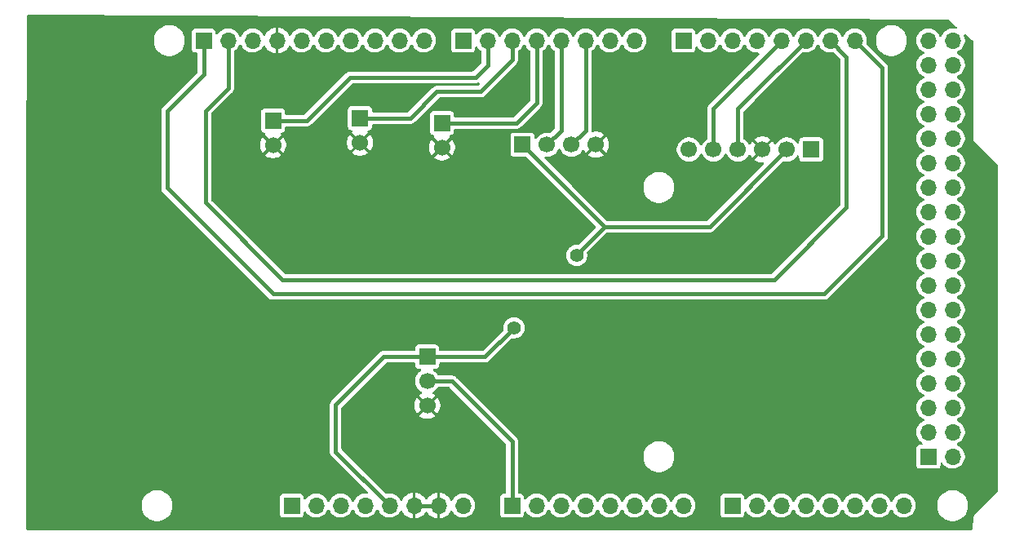
<source format=gbr>
%TF.GenerationSoftware,KiCad,Pcbnew,9.0.6*%
%TF.CreationDate,2025-12-21T23:53:10+02:00*%
%TF.ProjectId,Embedded_pcb,456d6265-6464-4656-945f-7063622e6b69,rev?*%
%TF.SameCoordinates,Original*%
%TF.FileFunction,Copper,L2,Bot*%
%TF.FilePolarity,Positive*%
%FSLAX46Y46*%
G04 Gerber Fmt 4.6, Leading zero omitted, Abs format (unit mm)*
G04 Created by KiCad (PCBNEW 9.0.6) date 2025-12-21 23:53:10*
%MOMM*%
%LPD*%
G01*
G04 APERTURE LIST*
%TA.AperFunction,ComponentPad*%
%ADD10R,1.700000X1.700000*%
%TD*%
%TA.AperFunction,ComponentPad*%
%ADD11O,1.700000X1.700000*%
%TD*%
%TA.AperFunction,ComponentPad*%
%ADD12C,1.700000*%
%TD*%
%TA.AperFunction,ViaPad*%
%ADD13C,1.400000*%
%TD*%
%TA.AperFunction,Conductor*%
%ADD14C,0.400000*%
%TD*%
G04 APERTURE END LIST*
D10*
%TO.P,J7,1,Pin_1*%
%TO.N,unconnected-(J7-Pin_1-Pad1)*%
X194000000Y-92380000D03*
D11*
%TO.P,J7,2,Pin_2*%
%TO.N,unconnected-(J7-Pin_2-Pad2)*%
X196540000Y-92380000D03*
%TO.P,J7,3,Pin_3*%
%TO.N,unconnected-(J7-Pin_3-Pad3)*%
X194000000Y-89840000D03*
%TO.P,J7,4,Pin_4*%
%TO.N,/53*%
X196540000Y-89840000D03*
%TO.P,J7,5,Pin_5*%
%TO.N,/\u002A50*%
X194000000Y-87300000D03*
%TO.P,J7,6,Pin_6*%
%TO.N,/51*%
X196540000Y-87300000D03*
%TO.P,J7,7,Pin_7*%
%TO.N,/48*%
X194000000Y-84760000D03*
%TO.P,J7,8,Pin_8*%
%TO.N,/49*%
X196540000Y-84760000D03*
%TO.P,J7,9,Pin_9*%
%TO.N,/\u002A46*%
X194000000Y-82220000D03*
%TO.P,J7,10,Pin_10*%
%TO.N,/47*%
X196540000Y-82220000D03*
%TO.P,J7,11,Pin_11*%
%TO.N,/\u002A44*%
X194000000Y-79680000D03*
%TO.P,J7,12,Pin_12*%
%TO.N,/\u002A45*%
X196540000Y-79680000D03*
%TO.P,J7,13,Pin_13*%
%TO.N,/42*%
X194000000Y-77140000D03*
%TO.P,J7,14,Pin_14*%
%TO.N,/43*%
X196540000Y-77140000D03*
%TO.P,J7,15,Pin_15*%
%TO.N,/40*%
X194000000Y-74600000D03*
%TO.P,J7,16,Pin_16*%
%TO.N,/41*%
X196540000Y-74600000D03*
%TO.P,J7,17,Pin_17*%
%TO.N,/38*%
X194000000Y-72060000D03*
%TO.P,J7,18,Pin_18*%
%TO.N,/39*%
X196540000Y-72060000D03*
%TO.P,J7,19,Pin_19*%
%TO.N,/36*%
X194000000Y-69520000D03*
%TO.P,J7,20,Pin_20*%
%TO.N,/37*%
X196540000Y-69520000D03*
%TO.P,J7,21,Pin_21*%
%TO.N,/34*%
X194000000Y-66980000D03*
%TO.P,J7,22,Pin_22*%
%TO.N,/35*%
X196540000Y-66980000D03*
%TO.P,J7,23,Pin_23*%
%TO.N,/32*%
X194000000Y-64440000D03*
%TO.P,J7,24,Pin_24*%
%TO.N,/33*%
X196540000Y-64440000D03*
%TO.P,J7,25,Pin_25*%
%TO.N,/30*%
X194000000Y-61900000D03*
%TO.P,J7,26,Pin_26*%
%TO.N,/31*%
X196540000Y-61900000D03*
%TO.P,J7,27,Pin_27*%
%TO.N,/28*%
X194000000Y-59360000D03*
%TO.P,J7,28,Pin_28*%
%TO.N,/29*%
X196540000Y-59360000D03*
%TO.P,J7,29,Pin_29*%
%TO.N,/26*%
X194000000Y-56820000D03*
%TO.P,J7,30,Pin_30*%
%TO.N,/27*%
X196540000Y-56820000D03*
%TO.P,J7,31,Pin_31*%
%TO.N,/24*%
X194000000Y-54280000D03*
%TO.P,J7,32,Pin_32*%
%TO.N,/25*%
X196540000Y-54280000D03*
%TO.P,J7,33,Pin_33*%
%TO.N,/22*%
X194000000Y-51740000D03*
%TO.P,J7,34,Pin_34*%
%TO.N,/23*%
X196540000Y-51740000D03*
%TO.P,J7,35,Pin_35*%
%TO.N,unconnected-(J7-Pin_35-Pad35)*%
X194000000Y-49200000D03*
%TO.P,J7,36,Pin_36*%
%TO.N,unconnected-(J7-Pin_36-Pad36)*%
X196540000Y-49200000D03*
%TD*%
D10*
%TO.P,J1,1,Pin_1*%
%TO.N,unconnected-(J1-Pin_1-Pad1)*%
X127940000Y-97460000D03*
D11*
%TO.P,J1,2,Pin_2*%
%TO.N,/IOREF*%
X130480000Y-97460000D03*
%TO.P,J1,3,Pin_3*%
%TO.N,/~{RESET}*%
X133020000Y-97460000D03*
%TO.P,J1,4,Pin_4*%
%TO.N,+3V3*%
X135560000Y-97460000D03*
%TO.P,J1,5,Pin_5*%
%TO.N,+5V*%
X138100000Y-97460000D03*
%TO.P,J1,6,Pin_6*%
%TO.N,GND*%
X140640000Y-97460000D03*
%TO.P,J1,7,Pin_7*%
X143180000Y-97460000D03*
%TO.P,J1,8,Pin_8*%
%TO.N,VCC*%
X145720000Y-97460000D03*
%TD*%
D10*
%TO.P,J3,1,Pin_1*%
%TO.N,/A0*%
X150800000Y-97460000D03*
D11*
%TO.P,J3,2,Pin_2*%
%TO.N,/A1*%
X153340000Y-97460000D03*
%TO.P,J3,3,Pin_3*%
%TO.N,/A2*%
X155880000Y-97460000D03*
%TO.P,J3,4,Pin_4*%
%TO.N,/A3*%
X158420000Y-97460000D03*
%TO.P,J3,5,Pin_5*%
%TO.N,/A4*%
X160960000Y-97460000D03*
%TO.P,J3,6,Pin_6*%
%TO.N,/A5*%
X163500000Y-97460000D03*
%TO.P,J3,7,Pin_7*%
%TO.N,/A6*%
X166040000Y-97460000D03*
%TO.P,J3,8,Pin_8*%
%TO.N,/A7*%
X168580000Y-97460000D03*
%TD*%
D10*
%TO.P,J5,1,Pin_1*%
%TO.N,/A8*%
X173660000Y-97460000D03*
D11*
%TO.P,J5,2,Pin_2*%
%TO.N,/A9*%
X176200000Y-97460000D03*
%TO.P,J5,3,Pin_3*%
%TO.N,/A10*%
X178740000Y-97460000D03*
%TO.P,J5,4,Pin_4*%
%TO.N,/A11*%
X181280000Y-97460000D03*
%TO.P,J5,5,Pin_5*%
%TO.N,/A12*%
X183820000Y-97460000D03*
%TO.P,J5,6,Pin_6*%
%TO.N,/A13*%
X186360000Y-97460000D03*
%TO.P,J5,7,Pin_7*%
%TO.N,/A14*%
X188900000Y-97460000D03*
%TO.P,J5,8,Pin_8*%
%TO.N,/A15*%
X191440000Y-97460000D03*
%TD*%
D10*
%TO.P,J2,1,Pin_1*%
%TO.N,/SCL{slash}21*%
X118796000Y-49200000D03*
D11*
%TO.P,J2,2,Pin_2*%
%TO.N,/SDA{slash}20*%
X121336000Y-49200000D03*
%TO.P,J2,3,Pin_3*%
%TO.N,/AREF*%
X123876000Y-49200000D03*
%TO.P,J2,4,Pin_4*%
%TO.N,GND*%
X126416000Y-49200000D03*
%TO.P,J2,5,Pin_5*%
%TO.N,/\u002A13*%
X128956000Y-49200000D03*
%TO.P,J2,6,Pin_6*%
%TO.N,/\u002A12*%
X131496000Y-49200000D03*
%TO.P,J2,7,Pin_7*%
%TO.N,/\u002A11*%
X134036000Y-49200000D03*
%TO.P,J2,8,Pin_8*%
%TO.N,/\u002A10*%
X136576000Y-49200000D03*
%TO.P,J2,9,Pin_9*%
%TO.N,/\u002A9*%
X139116000Y-49200000D03*
%TO.P,J2,10,Pin_10*%
%TO.N,/\u002A8*%
X141656000Y-49200000D03*
%TD*%
D10*
%TO.P,J4,1,Pin_1*%
%TO.N,/\u002A7*%
X145720000Y-49200000D03*
D11*
%TO.P,J4,2,Pin_2*%
%TO.N,/\u002A6*%
X148260000Y-49200000D03*
%TO.P,J4,3,Pin_3*%
%TO.N,/\u002A5*%
X150800000Y-49200000D03*
%TO.P,J4,4,Pin_4*%
%TO.N,/\u002A4*%
X153340000Y-49200000D03*
%TO.P,J4,5,Pin_5*%
%TO.N,/\u002A3*%
X155880000Y-49200000D03*
%TO.P,J4,6,Pin_6*%
%TO.N,/\u002A2*%
X158420000Y-49200000D03*
%TO.P,J4,7,Pin_7*%
%TO.N,/TX0{slash}1*%
X160960000Y-49200000D03*
%TO.P,J4,8,Pin_8*%
%TO.N,/RX0{slash}0*%
X163500000Y-49200000D03*
%TD*%
D10*
%TO.P,J6,1,Pin_1*%
%TO.N,/TX3{slash}14*%
X168580000Y-49200000D03*
D11*
%TO.P,J6,2,Pin_2*%
%TO.N,/RX3{slash}15*%
X171120000Y-49200000D03*
%TO.P,J6,3,Pin_3*%
%TO.N,/TX2{slash}16*%
X173660000Y-49200000D03*
%TO.P,J6,4,Pin_4*%
%TO.N,/RX2{slash}17*%
X176200000Y-49200000D03*
%TO.P,J6,5,Pin_5*%
%TO.N,/BT_RX*%
X178740000Y-49200000D03*
%TO.P,J6,6,Pin_6*%
%TO.N,/BT_TX*%
X181280000Y-49200000D03*
%TO.P,J6,7,Pin_7*%
%TO.N,/SDA{slash}20*%
X183820000Y-49200000D03*
%TO.P,J6,8,Pin_8*%
%TO.N,/SCL{slash}21*%
X186360000Y-49200000D03*
%TD*%
D10*
%TO.P,J9,1,Pin_1*%
%TO.N,+5V*%
X151880000Y-60000000D03*
D12*
%TO.P,J9,2,Pin_2*%
%TO.N,/\u002A3*%
X154420000Y-60000000D03*
%TO.P,J9,3,Pin_3*%
%TO.N,/\u002A2*%
X156960000Y-60000000D03*
%TO.P,J9,4,Pin_4*%
%TO.N,GND*%
X159500000Y-60000000D03*
%TD*%
D10*
%TO.P,J11,1,Pin_1*%
%TO.N,/\u002A4*%
X143525000Y-57750000D03*
D12*
%TO.P,J11,2,Pin_2*%
%TO.N,GND*%
X143525000Y-60290000D03*
%TD*%
D10*
%TO.P,J13,1,Pin_1*%
%TO.N,/\u002A6*%
X126000000Y-57500000D03*
D12*
%TO.P,J13,2,Pin_2*%
%TO.N,GND*%
X126000000Y-60040000D03*
%TD*%
%TO.P,J8,6,Pin_6*%
%TO.N,unconnected-(J8-Pin_6-Pad6)*%
X169150000Y-60500000D03*
%TO.P,J8,5,Pin_5*%
%TO.N,/BT_RX*%
X171690000Y-60500000D03*
%TO.P,J8,4,Pin_4*%
%TO.N,/BT_TX*%
X174230000Y-60500000D03*
%TO.P,J8,3,Pin_3*%
%TO.N,GND*%
X176770000Y-60500000D03*
%TO.P,J8,2,Pin_2*%
%TO.N,+5V*%
X179310000Y-60500000D03*
D10*
%TO.P,J8,1,Pin_1*%
%TO.N,unconnected-(J8-Pin_1-Pad1)*%
X181850000Y-60500000D03*
%TD*%
%TO.P,J10,1,Pin_1*%
%TO.N,/\u002A5*%
X135025000Y-57250000D03*
D12*
%TO.P,J10,2,Pin_2*%
%TO.N,GND*%
X135025000Y-59790000D03*
%TD*%
D10*
%TO.P,J12,1,Pin_1*%
%TO.N,+5V*%
X142000000Y-82000000D03*
D12*
%TO.P,J12,2,Pin_2*%
%TO.N,/A0*%
X142000000Y-84540000D03*
%TO.P,J12,3,Pin_3*%
%TO.N,GND*%
X142000000Y-87080000D03*
%TD*%
D13*
%TO.N,+5V*%
X157500000Y-71500000D03*
X151000000Y-79000000D03*
%TD*%
D14*
%TO.N,+5V*%
X132500000Y-91860000D02*
X138100000Y-97460000D01*
X132500000Y-87000000D02*
X132500000Y-91860000D01*
X137500000Y-82000000D02*
X132500000Y-87000000D01*
X142000000Y-82000000D02*
X137500000Y-82000000D01*
%TO.N,/A0*%
X150800000Y-90800000D02*
X150800000Y-97460000D01*
X144540000Y-84540000D02*
X150800000Y-90800000D01*
X142000000Y-84540000D02*
X144540000Y-84540000D01*
%TO.N,+5V*%
X157500000Y-71380000D02*
X160380000Y-68500000D01*
X157500000Y-71500000D02*
X157500000Y-71380000D01*
X160190000Y-68310000D02*
X160380000Y-68500000D01*
X148000000Y-82000000D02*
X151000000Y-79000000D01*
X142000000Y-82000000D02*
X148000000Y-82000000D01*
X151880000Y-60000000D02*
X158440000Y-66560000D01*
%TO.N,/SCL{slash}21*%
X183190000Y-75500000D02*
X126000000Y-75500000D01*
X189190000Y-69500000D02*
X183190000Y-75500000D01*
X189190000Y-52030000D02*
X189190000Y-69500000D01*
X186360000Y-49200000D02*
X189190000Y-52030000D01*
%TO.N,/SDA{slash}20*%
X185500000Y-66500000D02*
X178000000Y-74000000D01*
X185500000Y-50880000D02*
X185500000Y-66500000D01*
X183820000Y-49200000D02*
X185500000Y-50880000D01*
%TO.N,/BT_RX*%
X171690000Y-56250000D02*
X178740000Y-49200000D01*
X171690000Y-60500000D02*
X171690000Y-56250000D01*
%TO.N,/BT_TX*%
X175500000Y-54980000D02*
X181280000Y-49200000D01*
X174230000Y-60500000D02*
X174230000Y-56270000D01*
X174230000Y-56270000D02*
X175500000Y-55000000D01*
X175500000Y-55000000D02*
X175500000Y-54980000D01*
%TO.N,+5V*%
X171310000Y-68500000D02*
X160380000Y-68500000D01*
X179310000Y-60500000D02*
X171310000Y-68500000D01*
X158440000Y-66560000D02*
X160190000Y-68310000D01*
%TO.N,GND*%
X143180000Y-97460000D02*
X140640000Y-97460000D01*
%TO.N,/\u002A6*%
X134000000Y-53000000D02*
X147000000Y-53000000D01*
X147000000Y-53000000D02*
X148260000Y-51740000D01*
X129500000Y-57500000D02*
X134000000Y-53000000D01*
X126000000Y-57500000D02*
X129500000Y-57500000D01*
X148260000Y-51740000D02*
X148260000Y-49200000D01*
%TO.N,/\u002A5*%
X150800000Y-51200000D02*
X150800000Y-49200000D01*
X147500000Y-54500000D02*
X150800000Y-51200000D01*
X143000000Y-54500000D02*
X147500000Y-54500000D01*
X135025000Y-57250000D02*
X140250000Y-57250000D01*
X140250000Y-57250000D02*
X143000000Y-54500000D01*
%TO.N,/\u002A4*%
X153340000Y-55660000D02*
X153340000Y-49200000D01*
X143525000Y-57750000D02*
X151250000Y-57750000D01*
X151250000Y-57750000D02*
X153340000Y-55660000D01*
%TO.N,/\u002A3*%
X155880000Y-58540000D02*
X155880000Y-49200000D01*
X154420000Y-60000000D02*
X155880000Y-58540000D01*
%TO.N,/\u002A2*%
X156960000Y-60000000D02*
X158420000Y-58540000D01*
X158420000Y-58540000D02*
X158420000Y-49200000D01*
%TO.N,/SDA{slash}20*%
X121336000Y-54164000D02*
X121336000Y-49200000D01*
X119000000Y-66000000D02*
X119000000Y-56500000D01*
X127000000Y-74000000D02*
X119000000Y-66000000D01*
X178000000Y-74000000D02*
X127000000Y-74000000D01*
X119000000Y-56500000D02*
X121336000Y-54164000D01*
%TO.N,/SCL{slash}21*%
X115000000Y-64500000D02*
X115000000Y-56500000D01*
X126000000Y-75500000D02*
X115000000Y-64500000D01*
X115000000Y-56500000D02*
X118796000Y-52704000D01*
X118796000Y-52704000D02*
X118796000Y-49200000D01*
%TD*%
%TA.AperFunction,Conductor*%
%TO.N,GND*%
G36*
X142680000Y-97394174D02*
G01*
X142680000Y-97525826D01*
X142702555Y-97610000D01*
X141117445Y-97610000D01*
X141140000Y-97525826D01*
X141140000Y-97394174D01*
X141117445Y-97310000D01*
X142702555Y-97310000D01*
X142680000Y-97394174D01*
G37*
%TD.AperFunction*%
%TA.AperFunction,Conductor*%
G36*
X195955475Y-46999766D02*
G01*
X196022409Y-47019801D01*
X196034198Y-47028498D01*
X196719400Y-47599500D01*
X196911190Y-47759325D01*
X196950089Y-47817364D01*
X196951435Y-47887221D01*
X196914799Y-47946716D01*
X196851814Y-47976959D01*
X196812409Y-47977057D01*
X196638422Y-47949500D01*
X196638417Y-47949500D01*
X196441583Y-47949500D01*
X196441578Y-47949500D01*
X196247173Y-47980290D01*
X196059970Y-48041117D01*
X195884594Y-48130476D01*
X195829815Y-48170276D01*
X195725354Y-48246172D01*
X195725352Y-48246174D01*
X195725351Y-48246174D01*
X195586174Y-48385351D01*
X195586174Y-48385352D01*
X195586172Y-48385354D01*
X195536485Y-48453741D01*
X195470476Y-48544594D01*
X195380485Y-48721213D01*
X195332511Y-48772009D01*
X195264690Y-48788804D01*
X195198555Y-48766267D01*
X195159515Y-48721213D01*
X195091725Y-48588167D01*
X195069524Y-48544595D01*
X194953828Y-48385354D01*
X194814646Y-48246172D01*
X194655405Y-48130476D01*
X194480029Y-48041117D01*
X194292826Y-47980290D01*
X194098422Y-47949500D01*
X194098417Y-47949500D01*
X193901583Y-47949500D01*
X193901578Y-47949500D01*
X193707173Y-47980290D01*
X193519970Y-48041117D01*
X193344594Y-48130476D01*
X193289815Y-48170276D01*
X193185354Y-48246172D01*
X193185352Y-48246174D01*
X193185351Y-48246174D01*
X193046174Y-48385351D01*
X193046174Y-48385352D01*
X193046172Y-48385354D01*
X192996485Y-48453741D01*
X192930476Y-48544594D01*
X192841117Y-48719970D01*
X192780290Y-48907173D01*
X192749500Y-49101577D01*
X192749500Y-49298422D01*
X192780290Y-49492826D01*
X192841117Y-49680029D01*
X192930475Y-49855403D01*
X192930476Y-49855405D01*
X193046172Y-50014646D01*
X193185354Y-50153828D01*
X193344595Y-50269524D01*
X193458592Y-50327608D01*
X193521213Y-50359515D01*
X193572009Y-50407489D01*
X193588804Y-50475310D01*
X193566267Y-50541445D01*
X193521213Y-50580485D01*
X193344594Y-50670476D01*
X193253741Y-50736485D01*
X193185354Y-50786172D01*
X193185352Y-50786174D01*
X193185351Y-50786174D01*
X193046174Y-50925351D01*
X193046174Y-50925352D01*
X193046172Y-50925354D01*
X193015957Y-50966941D01*
X192930476Y-51084594D01*
X192841117Y-51259970D01*
X192780290Y-51447173D01*
X192749500Y-51641577D01*
X192749500Y-51838422D01*
X192780290Y-52032826D01*
X192841117Y-52220029D01*
X192883770Y-52303739D01*
X192930476Y-52395405D01*
X193046172Y-52554646D01*
X193185354Y-52693828D01*
X193344595Y-52809524D01*
X193467992Y-52872397D01*
X193521213Y-52899515D01*
X193572009Y-52947489D01*
X193588804Y-53015310D01*
X193566267Y-53081445D01*
X193521213Y-53120485D01*
X193344594Y-53210476D01*
X193253741Y-53276485D01*
X193185354Y-53326172D01*
X193185352Y-53326174D01*
X193185351Y-53326174D01*
X193046174Y-53465351D01*
X193046174Y-53465352D01*
X193046172Y-53465354D01*
X193004229Y-53523083D01*
X192930476Y-53624594D01*
X192841117Y-53799970D01*
X192780290Y-53987173D01*
X192749500Y-54181577D01*
X192749500Y-54378422D01*
X192780290Y-54572826D01*
X192841117Y-54760029D01*
X192896495Y-54868713D01*
X192930476Y-54935405D01*
X193046172Y-55094646D01*
X193185354Y-55233828D01*
X193344595Y-55349524D01*
X193382262Y-55368716D01*
X193521213Y-55439515D01*
X193572009Y-55487489D01*
X193588804Y-55555310D01*
X193566267Y-55621445D01*
X193521213Y-55660485D01*
X193344594Y-55750476D01*
X193253741Y-55816485D01*
X193185354Y-55866172D01*
X193185352Y-55866174D01*
X193185351Y-55866174D01*
X193046174Y-56005351D01*
X193046174Y-56005352D01*
X193046172Y-56005354D01*
X193022301Y-56038210D01*
X192930476Y-56164594D01*
X192841117Y-56339970D01*
X192780290Y-56527173D01*
X192749500Y-56721577D01*
X192749500Y-56918422D01*
X192780290Y-57112826D01*
X192841117Y-57300029D01*
X192930475Y-57475403D01*
X192930476Y-57475405D01*
X193046172Y-57634646D01*
X193185354Y-57773828D01*
X193344595Y-57889524D01*
X193379799Y-57907461D01*
X193521213Y-57979515D01*
X193572009Y-58027489D01*
X193588804Y-58095310D01*
X193566267Y-58161445D01*
X193521213Y-58200485D01*
X193344594Y-58290476D01*
X193261978Y-58350501D01*
X193185354Y-58406172D01*
X193185352Y-58406174D01*
X193185351Y-58406174D01*
X193046174Y-58545351D01*
X193046174Y-58545352D01*
X193046172Y-58545354D01*
X193031423Y-58565654D01*
X192930476Y-58704594D01*
X192841117Y-58879970D01*
X192780290Y-59067173D01*
X192749500Y-59261577D01*
X192749500Y-59458422D01*
X192780290Y-59652826D01*
X192841117Y-59840029D01*
X192909312Y-59973869D01*
X192930476Y-60015405D01*
X193046172Y-60174646D01*
X193185354Y-60313828D01*
X193344595Y-60429524D01*
X193467992Y-60492397D01*
X193521213Y-60519515D01*
X193572009Y-60567489D01*
X193588804Y-60635310D01*
X193566267Y-60701445D01*
X193521213Y-60740485D01*
X193344594Y-60830476D01*
X193274343Y-60881517D01*
X193185354Y-60946172D01*
X193185352Y-60946174D01*
X193185351Y-60946174D01*
X193046174Y-61085351D01*
X193046174Y-61085352D01*
X193046172Y-61085354D01*
X193006469Y-61140000D01*
X192930476Y-61244594D01*
X192841117Y-61419970D01*
X192780290Y-61607173D01*
X192749500Y-61801577D01*
X192749500Y-61998422D01*
X192780290Y-62192826D01*
X192841117Y-62380029D01*
X192930475Y-62555403D01*
X192930476Y-62555405D01*
X193046172Y-62714646D01*
X193185354Y-62853828D01*
X193344595Y-62969524D01*
X193467992Y-63032397D01*
X193521213Y-63059515D01*
X193572009Y-63107489D01*
X193588804Y-63175310D01*
X193566267Y-63241445D01*
X193521213Y-63280485D01*
X193344594Y-63370476D01*
X193307613Y-63397345D01*
X193185354Y-63486172D01*
X193185352Y-63486174D01*
X193185351Y-63486174D01*
X193046174Y-63625351D01*
X193046174Y-63625352D01*
X193046172Y-63625354D01*
X192996485Y-63693741D01*
X192930476Y-63784594D01*
X192841117Y-63959970D01*
X192780290Y-64147173D01*
X192749500Y-64341577D01*
X192749500Y-64538422D01*
X192780290Y-64732826D01*
X192841117Y-64920029D01*
X192909572Y-65054379D01*
X192930476Y-65095405D01*
X193046172Y-65254646D01*
X193185354Y-65393828D01*
X193344595Y-65509524D01*
X193467992Y-65572397D01*
X193521213Y-65599515D01*
X193572009Y-65647489D01*
X193588804Y-65715310D01*
X193566267Y-65781445D01*
X193521213Y-65820485D01*
X193344594Y-65910476D01*
X193253741Y-65976485D01*
X193185354Y-66026172D01*
X193185352Y-66026174D01*
X193185351Y-66026174D01*
X193046174Y-66165351D01*
X193046174Y-66165352D01*
X193046172Y-66165354D01*
X192997907Y-66231785D01*
X192930476Y-66324594D01*
X192841117Y-66499970D01*
X192780290Y-66687173D01*
X192749500Y-66881577D01*
X192749500Y-67078422D01*
X192780290Y-67272826D01*
X192841117Y-67460029D01*
X192930475Y-67635403D01*
X192930476Y-67635405D01*
X193046172Y-67794646D01*
X193185354Y-67933828D01*
X193344595Y-68049524D01*
X193467992Y-68112397D01*
X193521213Y-68139515D01*
X193572009Y-68187489D01*
X193588804Y-68255310D01*
X193566267Y-68321445D01*
X193521213Y-68360485D01*
X193344594Y-68450476D01*
X193312711Y-68473641D01*
X193185354Y-68566172D01*
X193185352Y-68566174D01*
X193185351Y-68566174D01*
X193046174Y-68705351D01*
X193046174Y-68705352D01*
X193046172Y-68705354D01*
X192996485Y-68773741D01*
X192930476Y-68864594D01*
X192841117Y-69039970D01*
X192780290Y-69227173D01*
X192749500Y-69421577D01*
X192749500Y-69618422D01*
X192780290Y-69812826D01*
X192841117Y-70000029D01*
X192930475Y-70175403D01*
X192930476Y-70175405D01*
X193046172Y-70334646D01*
X193185354Y-70473828D01*
X193344595Y-70589524D01*
X193467992Y-70652397D01*
X193521213Y-70679515D01*
X193572009Y-70727489D01*
X193588804Y-70795310D01*
X193566267Y-70861445D01*
X193521213Y-70900485D01*
X193344594Y-70990476D01*
X193253741Y-71056485D01*
X193185354Y-71106172D01*
X193185352Y-71106174D01*
X193185351Y-71106174D01*
X193046174Y-71245351D01*
X193046174Y-71245352D01*
X193046172Y-71245354D01*
X192996485Y-71313741D01*
X192930476Y-71404594D01*
X192841117Y-71579970D01*
X192780290Y-71767173D01*
X192749500Y-71961577D01*
X192749500Y-72158422D01*
X192780290Y-72352826D01*
X192841117Y-72540029D01*
X192871929Y-72600500D01*
X192930476Y-72715405D01*
X193046172Y-72874646D01*
X193185354Y-73013828D01*
X193344595Y-73129524D01*
X193467992Y-73192397D01*
X193521213Y-73219515D01*
X193572009Y-73267489D01*
X193588804Y-73335310D01*
X193566267Y-73401445D01*
X193521213Y-73440485D01*
X193344594Y-73530476D01*
X193253741Y-73596485D01*
X193185354Y-73646172D01*
X193185352Y-73646174D01*
X193185351Y-73646174D01*
X193046174Y-73785351D01*
X193046174Y-73785352D01*
X193046172Y-73785354D01*
X192996485Y-73853741D01*
X192930476Y-73944594D01*
X192841117Y-74119970D01*
X192780290Y-74307173D01*
X192749500Y-74501577D01*
X192749500Y-74698422D01*
X192780290Y-74892826D01*
X192841117Y-75080029D01*
X192930475Y-75255403D01*
X192930476Y-75255405D01*
X193046172Y-75414646D01*
X193185354Y-75553828D01*
X193344595Y-75669524D01*
X193467992Y-75732397D01*
X193521213Y-75759515D01*
X193572009Y-75807489D01*
X193588804Y-75875310D01*
X193566267Y-75941445D01*
X193521213Y-75980485D01*
X193344594Y-76070476D01*
X193303269Y-76100501D01*
X193185354Y-76186172D01*
X193185352Y-76186174D01*
X193185351Y-76186174D01*
X193046174Y-76325351D01*
X193046174Y-76325352D01*
X193046172Y-76325354D01*
X192996485Y-76393741D01*
X192930476Y-76484594D01*
X192841117Y-76659970D01*
X192780290Y-76847173D01*
X192749500Y-77041577D01*
X192749500Y-77238422D01*
X192780290Y-77432826D01*
X192841117Y-77620029D01*
X192930475Y-77795403D01*
X192930476Y-77795405D01*
X193046172Y-77954646D01*
X193185354Y-78093828D01*
X193344595Y-78209524D01*
X193467992Y-78272397D01*
X193521213Y-78299515D01*
X193572009Y-78347489D01*
X193588804Y-78415310D01*
X193566267Y-78481445D01*
X193521213Y-78520485D01*
X193344594Y-78610476D01*
X193253741Y-78676485D01*
X193185354Y-78726172D01*
X193185352Y-78726174D01*
X193185351Y-78726174D01*
X193046174Y-78865351D01*
X193046174Y-78865352D01*
X193046172Y-78865354D01*
X193011272Y-78913389D01*
X192930476Y-79024594D01*
X192841117Y-79199970D01*
X192780290Y-79387173D01*
X192749500Y-79581577D01*
X192749500Y-79778422D01*
X192780290Y-79972826D01*
X192841117Y-80160029D01*
X192930475Y-80335403D01*
X192930476Y-80335405D01*
X193046172Y-80494646D01*
X193185354Y-80633828D01*
X193344595Y-80749524D01*
X193373701Y-80764354D01*
X193521213Y-80839515D01*
X193572009Y-80887489D01*
X193588804Y-80955310D01*
X193566267Y-81021445D01*
X193521213Y-81060485D01*
X193344594Y-81150476D01*
X193253741Y-81216485D01*
X193185354Y-81266172D01*
X193185352Y-81266174D01*
X193185351Y-81266174D01*
X193046174Y-81405351D01*
X193046174Y-81405352D01*
X193046172Y-81405354D01*
X192999669Y-81469359D01*
X192930476Y-81564594D01*
X192841117Y-81739970D01*
X192780290Y-81927173D01*
X192749500Y-82121577D01*
X192749500Y-82318422D01*
X192780290Y-82512826D01*
X192841117Y-82700029D01*
X192930475Y-82875403D01*
X192930476Y-82875405D01*
X193046172Y-83034646D01*
X193185354Y-83173828D01*
X193344595Y-83289524D01*
X193463037Y-83349873D01*
X193521213Y-83379515D01*
X193572009Y-83427489D01*
X193588804Y-83495310D01*
X193566267Y-83561445D01*
X193521213Y-83600485D01*
X193344594Y-83690476D01*
X193253741Y-83756485D01*
X193185354Y-83806172D01*
X193185352Y-83806174D01*
X193185351Y-83806174D01*
X193046174Y-83945351D01*
X193046174Y-83945352D01*
X193046172Y-83945354D01*
X193020693Y-83980423D01*
X192930476Y-84104594D01*
X192841117Y-84279970D01*
X192780290Y-84467173D01*
X192749500Y-84661577D01*
X192749500Y-84858422D01*
X192780290Y-85052826D01*
X192841117Y-85240029D01*
X192899518Y-85354646D01*
X192930476Y-85415405D01*
X193046172Y-85574646D01*
X193185354Y-85713828D01*
X193344595Y-85829524D01*
X193467992Y-85892397D01*
X193521213Y-85919515D01*
X193572009Y-85967489D01*
X193588804Y-86035310D01*
X193566267Y-86101445D01*
X193521213Y-86140485D01*
X193344594Y-86230476D01*
X193253741Y-86296485D01*
X193185354Y-86346172D01*
X193185352Y-86346174D01*
X193185351Y-86346174D01*
X193046174Y-86485351D01*
X193046174Y-86485352D01*
X193046172Y-86485354D01*
X193021378Y-86519480D01*
X192930476Y-86644594D01*
X192841117Y-86819970D01*
X192780290Y-87007173D01*
X192749500Y-87201577D01*
X192749500Y-87398422D01*
X192780290Y-87592826D01*
X192841117Y-87780029D01*
X192914284Y-87923626D01*
X192930476Y-87955405D01*
X193046172Y-88114646D01*
X193185354Y-88253828D01*
X193344595Y-88369524D01*
X193463287Y-88430000D01*
X193521213Y-88459515D01*
X193572009Y-88507489D01*
X193588804Y-88575310D01*
X193566267Y-88641445D01*
X193521213Y-88680485D01*
X193344594Y-88770476D01*
X193253741Y-88836485D01*
X193185354Y-88886172D01*
X193185352Y-88886174D01*
X193185351Y-88886174D01*
X193046174Y-89025351D01*
X193046174Y-89025352D01*
X193046172Y-89025354D01*
X192996485Y-89093741D01*
X192930476Y-89184594D01*
X192841117Y-89359970D01*
X192780290Y-89547173D01*
X192749500Y-89741577D01*
X192749500Y-89938422D01*
X192780290Y-90132826D01*
X192841117Y-90320029D01*
X192897805Y-90431284D01*
X192930476Y-90495405D01*
X193046172Y-90654646D01*
X193185354Y-90793828D01*
X193338621Y-90905184D01*
X193381285Y-90960512D01*
X193387264Y-91030125D01*
X193354658Y-91091920D01*
X193293819Y-91126278D01*
X193265735Y-91129500D01*
X193118482Y-91129500D01*
X193037519Y-91142323D01*
X193024696Y-91144354D01*
X192911658Y-91201950D01*
X192911657Y-91201951D01*
X192911652Y-91201954D01*
X192821954Y-91291652D01*
X192821951Y-91291657D01*
X192764352Y-91404698D01*
X192749500Y-91498475D01*
X192749500Y-93261517D01*
X192760292Y-93329657D01*
X192764354Y-93355304D01*
X192821950Y-93468342D01*
X192821952Y-93468344D01*
X192821954Y-93468347D01*
X192911652Y-93558045D01*
X192911654Y-93558046D01*
X192911658Y-93558050D01*
X193024694Y-93615645D01*
X193024698Y-93615647D01*
X193118475Y-93630499D01*
X193118481Y-93630500D01*
X194881518Y-93630499D01*
X194975304Y-93615646D01*
X195088342Y-93558050D01*
X195178050Y-93468342D01*
X195235646Y-93355304D01*
X195235646Y-93355302D01*
X195235647Y-93355301D01*
X195250499Y-93261524D01*
X195250500Y-93261519D01*
X195250499Y-93114263D01*
X195270183Y-93047227D01*
X195322987Y-93001472D01*
X195392145Y-92991528D01*
X195455701Y-93020553D01*
X195474817Y-93041380D01*
X195586172Y-93194646D01*
X195725354Y-93333828D01*
X195884595Y-93449524D01*
X195967455Y-93491743D01*
X196059970Y-93538882D01*
X196059972Y-93538882D01*
X196059975Y-93538884D01*
X196118962Y-93558050D01*
X196247173Y-93599709D01*
X196441578Y-93630500D01*
X196441583Y-93630500D01*
X196638422Y-93630500D01*
X196832826Y-93599709D01*
X197020025Y-93538884D01*
X197195405Y-93449524D01*
X197354646Y-93333828D01*
X197493828Y-93194646D01*
X197609524Y-93035405D01*
X197698884Y-92860025D01*
X197759709Y-92672826D01*
X197790500Y-92478422D01*
X197790500Y-92281577D01*
X197759709Y-92087173D01*
X197731487Y-92000317D01*
X197698884Y-91899975D01*
X197698882Y-91899972D01*
X197698882Y-91899970D01*
X197651743Y-91807455D01*
X197609524Y-91724595D01*
X197493828Y-91565354D01*
X197354646Y-91426172D01*
X197232387Y-91337345D01*
X197195403Y-91310474D01*
X197018787Y-91220485D01*
X196967990Y-91172511D01*
X196951195Y-91104690D01*
X196973732Y-91038555D01*
X197018787Y-90999515D01*
X197195403Y-90909525D01*
X197195402Y-90909525D01*
X197195405Y-90909524D01*
X197354646Y-90793828D01*
X197493828Y-90654646D01*
X197609524Y-90495405D01*
X197698884Y-90320025D01*
X197759709Y-90132826D01*
X197790500Y-89938422D01*
X197790500Y-89741577D01*
X197759709Y-89547173D01*
X197698882Y-89359970D01*
X197609523Y-89184594D01*
X197493828Y-89025354D01*
X197354646Y-88886172D01*
X197275025Y-88828324D01*
X197195403Y-88770474D01*
X197018787Y-88680485D01*
X196967990Y-88632511D01*
X196951195Y-88564690D01*
X196973732Y-88498555D01*
X197018787Y-88459515D01*
X197195403Y-88369525D01*
X197195402Y-88369525D01*
X197195405Y-88369524D01*
X197354646Y-88253828D01*
X197493828Y-88114646D01*
X197609524Y-87955405D01*
X197698884Y-87780025D01*
X197759709Y-87592826D01*
X197777563Y-87480099D01*
X197790500Y-87398422D01*
X197790500Y-87201577D01*
X197759709Y-87007173D01*
X197698882Y-86819970D01*
X197609523Y-86644594D01*
X197493828Y-86485354D01*
X197354646Y-86346172D01*
X197275025Y-86288324D01*
X197195403Y-86230474D01*
X197018787Y-86140485D01*
X196967990Y-86092511D01*
X196951195Y-86024690D01*
X196973732Y-85958555D01*
X197018787Y-85919515D01*
X197195403Y-85829525D01*
X197195402Y-85829525D01*
X197195405Y-85829524D01*
X197354646Y-85713828D01*
X197493828Y-85574646D01*
X197609524Y-85415405D01*
X197698884Y-85240025D01*
X197759709Y-85052826D01*
X197790500Y-84858422D01*
X197790500Y-84661577D01*
X197759709Y-84467173D01*
X197698882Y-84279970D01*
X197647105Y-84178352D01*
X197609524Y-84104595D01*
X197493828Y-83945354D01*
X197354646Y-83806172D01*
X197243410Y-83725354D01*
X197195403Y-83690474D01*
X197018787Y-83600485D01*
X196967990Y-83552511D01*
X196951195Y-83484690D01*
X196973732Y-83418555D01*
X197018787Y-83379515D01*
X197195403Y-83289525D01*
X197195402Y-83289525D01*
X197195405Y-83289524D01*
X197354646Y-83173828D01*
X197493828Y-83034646D01*
X197609524Y-82875405D01*
X197698884Y-82700025D01*
X197759709Y-82512826D01*
X197782534Y-82368716D01*
X197790500Y-82318422D01*
X197790500Y-82121577D01*
X197759709Y-81927173D01*
X197698882Y-81739970D01*
X197651743Y-81647455D01*
X197609524Y-81564595D01*
X197493828Y-81405354D01*
X197354646Y-81266172D01*
X197275025Y-81208324D01*
X197195403Y-81150474D01*
X197018787Y-81060485D01*
X196967990Y-81012511D01*
X196951195Y-80944690D01*
X196973732Y-80878555D01*
X197018787Y-80839515D01*
X197195403Y-80749525D01*
X197195402Y-80749525D01*
X197195405Y-80749524D01*
X197354646Y-80633828D01*
X197493828Y-80494646D01*
X197609524Y-80335405D01*
X197698884Y-80160025D01*
X197759709Y-79972826D01*
X197764713Y-79941231D01*
X197790500Y-79778422D01*
X197790500Y-79581577D01*
X197759709Y-79387173D01*
X197713925Y-79246267D01*
X197698884Y-79199975D01*
X197698882Y-79199972D01*
X197698882Y-79199970D01*
X197651743Y-79107455D01*
X197609524Y-79024595D01*
X197493828Y-78865354D01*
X197354646Y-78726172D01*
X197275025Y-78668324D01*
X197195403Y-78610474D01*
X197018787Y-78520485D01*
X196967990Y-78472511D01*
X196951195Y-78404690D01*
X196973732Y-78338555D01*
X197018787Y-78299515D01*
X197195403Y-78209525D01*
X197195402Y-78209525D01*
X197195405Y-78209524D01*
X197354646Y-78093828D01*
X197493828Y-77954646D01*
X197609524Y-77795405D01*
X197698884Y-77620025D01*
X197759709Y-77432826D01*
X197790500Y-77238422D01*
X197790500Y-77041577D01*
X197759709Y-76847173D01*
X197698882Y-76659970D01*
X197609523Y-76484594D01*
X197493828Y-76325354D01*
X197354646Y-76186172D01*
X197236731Y-76100501D01*
X197195403Y-76070474D01*
X197018787Y-75980485D01*
X196967990Y-75932511D01*
X196951195Y-75864690D01*
X196973732Y-75798555D01*
X197018787Y-75759515D01*
X197195403Y-75669525D01*
X197195402Y-75669525D01*
X197195405Y-75669524D01*
X197354646Y-75553828D01*
X197493828Y-75414646D01*
X197609524Y-75255405D01*
X197698884Y-75080025D01*
X197759709Y-74892826D01*
X197764404Y-74863181D01*
X197790500Y-74698422D01*
X197790500Y-74501577D01*
X197759709Y-74307173D01*
X197698882Y-74119970D01*
X197609523Y-73944594D01*
X197493828Y-73785354D01*
X197354646Y-73646172D01*
X197275025Y-73588324D01*
X197195403Y-73530474D01*
X197018787Y-73440485D01*
X196967990Y-73392511D01*
X196951195Y-73324690D01*
X196973732Y-73258555D01*
X197018787Y-73219515D01*
X197195403Y-73129525D01*
X197195402Y-73129525D01*
X197195405Y-73129524D01*
X197354646Y-73013828D01*
X197493828Y-72874646D01*
X197609524Y-72715405D01*
X197698884Y-72540025D01*
X197759709Y-72352826D01*
X197781233Y-72216928D01*
X197790500Y-72158422D01*
X197790500Y-71961577D01*
X197759709Y-71767173D01*
X197698882Y-71579970D01*
X197651743Y-71487455D01*
X197609524Y-71404595D01*
X197493828Y-71245354D01*
X197354646Y-71106172D01*
X197275025Y-71048324D01*
X197195403Y-70990474D01*
X197018787Y-70900485D01*
X196967990Y-70852511D01*
X196951195Y-70784690D01*
X196973732Y-70718555D01*
X197018787Y-70679515D01*
X197195403Y-70589525D01*
X197195402Y-70589525D01*
X197195405Y-70589524D01*
X197354646Y-70473828D01*
X197493828Y-70334646D01*
X197609524Y-70175405D01*
X197698884Y-70000025D01*
X197759709Y-69812826D01*
X197772545Y-69731783D01*
X197790500Y-69618422D01*
X197790500Y-69421577D01*
X197759709Y-69227173D01*
X197698882Y-69039970D01*
X197651743Y-68947455D01*
X197609524Y-68864595D01*
X197493828Y-68705354D01*
X197354646Y-68566172D01*
X197227289Y-68473641D01*
X197195403Y-68450474D01*
X197018787Y-68360485D01*
X196967990Y-68312511D01*
X196951195Y-68244690D01*
X196973732Y-68178555D01*
X197018787Y-68139515D01*
X197195403Y-68049525D01*
X197195402Y-68049525D01*
X197195405Y-68049524D01*
X197354646Y-67933828D01*
X197493828Y-67794646D01*
X197609524Y-67635405D01*
X197698884Y-67460025D01*
X197759709Y-67272826D01*
X197790500Y-67078422D01*
X197790500Y-66881577D01*
X197759709Y-66687173D01*
X197698882Y-66499970D01*
X197632005Y-66368717D01*
X197609524Y-66324595D01*
X197493828Y-66165354D01*
X197354646Y-66026172D01*
X197275025Y-65968324D01*
X197195403Y-65910474D01*
X197018787Y-65820485D01*
X196967990Y-65772511D01*
X196951195Y-65704690D01*
X196973732Y-65638555D01*
X197018787Y-65599515D01*
X197195403Y-65509525D01*
X197195402Y-65509525D01*
X197195405Y-65509524D01*
X197354646Y-65393828D01*
X197493828Y-65254646D01*
X197609524Y-65095405D01*
X197698884Y-64920025D01*
X197759709Y-64732826D01*
X197759874Y-64731785D01*
X197790500Y-64538422D01*
X197790500Y-64341577D01*
X197759709Y-64147173D01*
X197698882Y-63959970D01*
X197651743Y-63867455D01*
X197609524Y-63784595D01*
X197493828Y-63625354D01*
X197354646Y-63486172D01*
X197232387Y-63397345D01*
X197195403Y-63370474D01*
X197018787Y-63280485D01*
X196967990Y-63232511D01*
X196951195Y-63164690D01*
X196973732Y-63098555D01*
X197018787Y-63059515D01*
X197195403Y-62969525D01*
X197195402Y-62969525D01*
X197195405Y-62969524D01*
X197354646Y-62853828D01*
X197493828Y-62714646D01*
X197609524Y-62555405D01*
X197698884Y-62380025D01*
X197759709Y-62192826D01*
X197779813Y-62065893D01*
X197790500Y-61998422D01*
X197790500Y-61801577D01*
X197759709Y-61607173D01*
X197721248Y-61488804D01*
X197698884Y-61419975D01*
X197698882Y-61419972D01*
X197698882Y-61419970D01*
X197646292Y-61316757D01*
X197609524Y-61244595D01*
X197493828Y-61085354D01*
X197354646Y-60946172D01*
X197213506Y-60843627D01*
X197195403Y-60830474D01*
X197018787Y-60740485D01*
X196967990Y-60692511D01*
X196951195Y-60624690D01*
X196973732Y-60558555D01*
X197018787Y-60519515D01*
X197195403Y-60429525D01*
X197195402Y-60429525D01*
X197195405Y-60429524D01*
X197354646Y-60313828D01*
X197493828Y-60174646D01*
X197609524Y-60015405D01*
X197698884Y-59840025D01*
X197759709Y-59652826D01*
X197761756Y-59639901D01*
X197790500Y-59458422D01*
X197790500Y-59261577D01*
X197759709Y-59067173D01*
X197715293Y-58930476D01*
X197698884Y-58879975D01*
X197698882Y-58879972D01*
X197698882Y-58879970D01*
X197643759Y-58771785D01*
X197609524Y-58704595D01*
X197493828Y-58545354D01*
X197354646Y-58406172D01*
X197275025Y-58348324D01*
X197195403Y-58290474D01*
X197018787Y-58200485D01*
X196967990Y-58152511D01*
X196951195Y-58084690D01*
X196973732Y-58018555D01*
X197018787Y-57979515D01*
X197195403Y-57889525D01*
X197195402Y-57889525D01*
X197195405Y-57889524D01*
X197354646Y-57773828D01*
X197493828Y-57634646D01*
X197609524Y-57475405D01*
X197698884Y-57300025D01*
X197759709Y-57112826D01*
X197790500Y-56918422D01*
X197790500Y-56721577D01*
X197759709Y-56527173D01*
X197713925Y-56386267D01*
X197698884Y-56339975D01*
X197698882Y-56339972D01*
X197698882Y-56339970D01*
X197609523Y-56164594D01*
X197607389Y-56161657D01*
X197493828Y-56005354D01*
X197354646Y-55866172D01*
X197249089Y-55789480D01*
X197195403Y-55750474D01*
X197018787Y-55660485D01*
X196967990Y-55612511D01*
X196951195Y-55544690D01*
X196973732Y-55478555D01*
X197018787Y-55439515D01*
X197195403Y-55349525D01*
X197195402Y-55349525D01*
X197195405Y-55349524D01*
X197354646Y-55233828D01*
X197493828Y-55094646D01*
X197609524Y-54935405D01*
X197698884Y-54760025D01*
X197759709Y-54572826D01*
X197766062Y-54532716D01*
X197790500Y-54378422D01*
X197790500Y-54181577D01*
X197759709Y-53987173D01*
X197698882Y-53799970D01*
X197651743Y-53707455D01*
X197609524Y-53624595D01*
X197493828Y-53465354D01*
X197354646Y-53326172D01*
X197275025Y-53268324D01*
X197195403Y-53210474D01*
X197018787Y-53120485D01*
X196967990Y-53072511D01*
X196951195Y-53004690D01*
X196973732Y-52938555D01*
X197018787Y-52899515D01*
X197195403Y-52809525D01*
X197195402Y-52809525D01*
X197195405Y-52809524D01*
X197354646Y-52693828D01*
X197493828Y-52554646D01*
X197609524Y-52395405D01*
X197698884Y-52220025D01*
X197759709Y-52032826D01*
X197772678Y-51950943D01*
X197790500Y-51838422D01*
X197790500Y-51641577D01*
X197759709Y-51447173D01*
X197705084Y-51279057D01*
X197698884Y-51259975D01*
X197698882Y-51259972D01*
X197698882Y-51259970D01*
X197632014Y-51128735D01*
X197609524Y-51084595D01*
X197493828Y-50925354D01*
X197354646Y-50786172D01*
X197275025Y-50728324D01*
X197195403Y-50670474D01*
X197018787Y-50580485D01*
X196967990Y-50532511D01*
X196951195Y-50464690D01*
X196973732Y-50398555D01*
X197018787Y-50359515D01*
X197195403Y-50269525D01*
X197195402Y-50269525D01*
X197195405Y-50269524D01*
X197354646Y-50153828D01*
X197493828Y-50014646D01*
X197609524Y-49855405D01*
X197698884Y-49680025D01*
X197759709Y-49492826D01*
X197775521Y-49392993D01*
X197790500Y-49298422D01*
X197790500Y-49101577D01*
X197759709Y-48907173D01*
X197733078Y-48825214D01*
X197698884Y-48719975D01*
X197698882Y-48719971D01*
X197697378Y-48715342D01*
X197698393Y-48715012D01*
X197691475Y-48650645D01*
X197722751Y-48588167D01*
X197782841Y-48552516D01*
X197852666Y-48555012D01*
X197892887Y-48577406D01*
X198119520Y-48766267D01*
X198521898Y-49101582D01*
X198614883Y-49179069D01*
X198653782Y-49237108D01*
X198659500Y-49274328D01*
X198659500Y-59307273D01*
X198659500Y-59412727D01*
X198667944Y-59444240D01*
X198686793Y-59514589D01*
X198692629Y-59524697D01*
X198739520Y-59605913D01*
X198739522Y-59605915D01*
X201163181Y-62029574D01*
X201196666Y-62090897D01*
X201199500Y-62117255D01*
X201199500Y-95972744D01*
X201179815Y-96039783D01*
X201163181Y-96060425D01*
X198791147Y-98432458D01*
X198787748Y-98435856D01*
X198759467Y-98460073D01*
X198750606Y-98472998D01*
X198742495Y-98481110D01*
X198742495Y-98481111D01*
X198739521Y-98484084D01*
X198739518Y-98484089D01*
X198723289Y-98512194D01*
X198723290Y-98512195D01*
X198720892Y-98516346D01*
X198699845Y-98547055D01*
X198694631Y-98561834D01*
X198691029Y-98568073D01*
X198688902Y-98571758D01*
X198686796Y-98575406D01*
X198686789Y-98575422D01*
X198678393Y-98606752D01*
X198678394Y-98606753D01*
X198677152Y-98611390D01*
X198664768Y-98646503D01*
X198663557Y-98662129D01*
X198659500Y-98677273D01*
X198659500Y-98677275D01*
X198659500Y-98709718D01*
X198659130Y-98719293D01*
X198568796Y-99885577D01*
X198543995Y-99950895D01*
X198487815Y-99992435D01*
X198445168Y-100000000D01*
X100524500Y-100000000D01*
X100457461Y-99980315D01*
X100411706Y-99927511D01*
X100400500Y-99876000D01*
X100400500Y-97334038D01*
X112369500Y-97334038D01*
X112369500Y-97585961D01*
X112408910Y-97834785D01*
X112486760Y-98074383D01*
X112601132Y-98298848D01*
X112749201Y-98502649D01*
X112749205Y-98502654D01*
X112927345Y-98680794D01*
X112927350Y-98680798D01*
X113059427Y-98776757D01*
X113131155Y-98828870D01*
X113274184Y-98901747D01*
X113355616Y-98943239D01*
X113355618Y-98943239D01*
X113355621Y-98943241D01*
X113595215Y-99021090D01*
X113844038Y-99060500D01*
X113844039Y-99060500D01*
X114095961Y-99060500D01*
X114095962Y-99060500D01*
X114344785Y-99021090D01*
X114584379Y-98943241D01*
X114808845Y-98828870D01*
X115012656Y-98680793D01*
X115190793Y-98502656D01*
X115338870Y-98298845D01*
X115453241Y-98074379D01*
X115531090Y-97834785D01*
X115570500Y-97585962D01*
X115570500Y-97334038D01*
X115531090Y-97085215D01*
X115453241Y-96845621D01*
X115453239Y-96845618D01*
X115453239Y-96845616D01*
X115343328Y-96629904D01*
X115338868Y-96621151D01*
X115307862Y-96578475D01*
X126689500Y-96578475D01*
X126689500Y-98341517D01*
X126700292Y-98409657D01*
X126704354Y-98435304D01*
X126761950Y-98548342D01*
X126761952Y-98548344D01*
X126761954Y-98548347D01*
X126851652Y-98638045D01*
X126851654Y-98638046D01*
X126851658Y-98638050D01*
X126964694Y-98695645D01*
X126964698Y-98695647D01*
X127058475Y-98710499D01*
X127058481Y-98710500D01*
X128821518Y-98710499D01*
X128915304Y-98695646D01*
X129028342Y-98638050D01*
X129118050Y-98548342D01*
X129175646Y-98435304D01*
X129175646Y-98435302D01*
X129175647Y-98435301D01*
X129190499Y-98341524D01*
X129190500Y-98341519D01*
X129190499Y-98194263D01*
X129210183Y-98127227D01*
X129262987Y-98081472D01*
X129332145Y-98071528D01*
X129395701Y-98100553D01*
X129414817Y-98121380D01*
X129526172Y-98274646D01*
X129665354Y-98413828D01*
X129824595Y-98529524D01*
X129907455Y-98571743D01*
X129999970Y-98618882D01*
X129999972Y-98618882D01*
X129999975Y-98618884D01*
X130058962Y-98638050D01*
X130187173Y-98679709D01*
X130381578Y-98710500D01*
X130381583Y-98710500D01*
X130578422Y-98710500D01*
X130772826Y-98679709D01*
X130792849Y-98673203D01*
X130960025Y-98618884D01*
X131135405Y-98529524D01*
X131294646Y-98413828D01*
X131433828Y-98274646D01*
X131549524Y-98115405D01*
X131638884Y-97940025D01*
X131639515Y-97938787D01*
X131687489Y-97887990D01*
X131755310Y-97871195D01*
X131821445Y-97893732D01*
X131860485Y-97938787D01*
X131950474Y-98115403D01*
X131954817Y-98121380D01*
X132066172Y-98274646D01*
X132205354Y-98413828D01*
X132364595Y-98529524D01*
X132447455Y-98571743D01*
X132539970Y-98618882D01*
X132539972Y-98618882D01*
X132539975Y-98618884D01*
X132598962Y-98638050D01*
X132727173Y-98679709D01*
X132921578Y-98710500D01*
X132921583Y-98710500D01*
X133118422Y-98710500D01*
X133312826Y-98679709D01*
X133332849Y-98673203D01*
X133500025Y-98618884D01*
X133675405Y-98529524D01*
X133834646Y-98413828D01*
X133973828Y-98274646D01*
X134089524Y-98115405D01*
X134178884Y-97940025D01*
X134179515Y-97938787D01*
X134227489Y-97887990D01*
X134295310Y-97871195D01*
X134361445Y-97893732D01*
X134400485Y-97938787D01*
X134490474Y-98115403D01*
X134494817Y-98121380D01*
X134606172Y-98274646D01*
X134745354Y-98413828D01*
X134904595Y-98529524D01*
X134987455Y-98571743D01*
X135079970Y-98618882D01*
X135079972Y-98618882D01*
X135079975Y-98618884D01*
X135138962Y-98638050D01*
X135267173Y-98679709D01*
X135461578Y-98710500D01*
X135461583Y-98710500D01*
X135658422Y-98710500D01*
X135852826Y-98679709D01*
X135872849Y-98673203D01*
X136040025Y-98618884D01*
X136215405Y-98529524D01*
X136374646Y-98413828D01*
X136513828Y-98274646D01*
X136629524Y-98115405D01*
X136718884Y-97940025D01*
X136719515Y-97938787D01*
X136767489Y-97887990D01*
X136835310Y-97871195D01*
X136901445Y-97893732D01*
X136940485Y-97938787D01*
X137030474Y-98115403D01*
X137034817Y-98121380D01*
X137146172Y-98274646D01*
X137285354Y-98413828D01*
X137444595Y-98529524D01*
X137527455Y-98571743D01*
X137619970Y-98618882D01*
X137619972Y-98618882D01*
X137619975Y-98618884D01*
X137678962Y-98638050D01*
X137807173Y-98679709D01*
X138001578Y-98710500D01*
X138001583Y-98710500D01*
X138198422Y-98710500D01*
X138392826Y-98679709D01*
X138412849Y-98673203D01*
X138580025Y-98618884D01*
X138755405Y-98529524D01*
X138914646Y-98413828D01*
X139053828Y-98274646D01*
X139169524Y-98115405D01*
X139203679Y-98048370D01*
X139251652Y-97997575D01*
X139319473Y-97980779D01*
X139385608Y-98003316D01*
X139424648Y-98048370D01*
X139485375Y-98167552D01*
X139485376Y-98167553D01*
X139610272Y-98339459D01*
X139610276Y-98339464D01*
X139760535Y-98489723D01*
X139760540Y-98489727D01*
X139932442Y-98614620D01*
X140121782Y-98711095D01*
X140323872Y-98776757D01*
X140490000Y-98803070D01*
X140490000Y-97937445D01*
X140574174Y-97960000D01*
X140705826Y-97960000D01*
X140790000Y-97937445D01*
X140790000Y-98803069D01*
X140956127Y-98776757D01*
X141158217Y-98711095D01*
X141347557Y-98614620D01*
X141519459Y-98489727D01*
X141519464Y-98489723D01*
X141669723Y-98339464D01*
X141669727Y-98339459D01*
X141794620Y-98167558D01*
X141799514Y-98157954D01*
X141847488Y-98107157D01*
X141915308Y-98090361D01*
X141981444Y-98112897D01*
X142020486Y-98157954D01*
X142025379Y-98167558D01*
X142150272Y-98339459D01*
X142150276Y-98339464D01*
X142300535Y-98489723D01*
X142300540Y-98489727D01*
X142472442Y-98614620D01*
X142661782Y-98711095D01*
X142863872Y-98776757D01*
X143030000Y-98803070D01*
X143030000Y-97937445D01*
X143114174Y-97960000D01*
X143245826Y-97960000D01*
X143330000Y-97937445D01*
X143330000Y-98803069D01*
X143496127Y-98776757D01*
X143698217Y-98711095D01*
X143887557Y-98614620D01*
X144059459Y-98489727D01*
X144059464Y-98489723D01*
X144209723Y-98339464D01*
X144209727Y-98339459D01*
X144334620Y-98167557D01*
X144395350Y-98048370D01*
X144443324Y-97997574D01*
X144511145Y-97980779D01*
X144577280Y-98003316D01*
X144616320Y-98048370D01*
X144642909Y-98100553D01*
X144650476Y-98115405D01*
X144766172Y-98274646D01*
X144905354Y-98413828D01*
X145064595Y-98529524D01*
X145147455Y-98571743D01*
X145239970Y-98618882D01*
X145239972Y-98618882D01*
X145239975Y-98618884D01*
X145298962Y-98638050D01*
X145427173Y-98679709D01*
X145621578Y-98710500D01*
X145621583Y-98710500D01*
X145818422Y-98710500D01*
X146012826Y-98679709D01*
X146032849Y-98673203D01*
X146200025Y-98618884D01*
X146375405Y-98529524D01*
X146534646Y-98413828D01*
X146673828Y-98274646D01*
X146789524Y-98115405D01*
X146878884Y-97940025D01*
X146939709Y-97752826D01*
X146955521Y-97652993D01*
X146970500Y-97558422D01*
X146970500Y-97361577D01*
X146939709Y-97167173D01*
X146878882Y-96979970D01*
X146811265Y-96847264D01*
X146789524Y-96804595D01*
X146673828Y-96645354D01*
X146534646Y-96506172D01*
X146375405Y-96390476D01*
X146200029Y-96301117D01*
X146012826Y-96240290D01*
X145818422Y-96209500D01*
X145818417Y-96209500D01*
X145621583Y-96209500D01*
X145621578Y-96209500D01*
X145427173Y-96240290D01*
X145239970Y-96301117D01*
X145064594Y-96390476D01*
X144973741Y-96456485D01*
X144905354Y-96506172D01*
X144905352Y-96506174D01*
X144905351Y-96506174D01*
X144766174Y-96645351D01*
X144766174Y-96645352D01*
X144766172Y-96645354D01*
X144708324Y-96724974D01*
X144650474Y-96804597D01*
X144616319Y-96871630D01*
X144568345Y-96922425D01*
X144500524Y-96939220D01*
X144434389Y-96916682D01*
X144395350Y-96871629D01*
X144334620Y-96752442D01*
X144209727Y-96580540D01*
X144209723Y-96580535D01*
X144059464Y-96430276D01*
X144059459Y-96430272D01*
X143887557Y-96305379D01*
X143698215Y-96208903D01*
X143496127Y-96143242D01*
X143496124Y-96143241D01*
X143330000Y-96116929D01*
X143330000Y-96982554D01*
X143245826Y-96960000D01*
X143114174Y-96960000D01*
X143030000Y-96982554D01*
X143030000Y-96116929D01*
X143029999Y-96116929D01*
X142863875Y-96143241D01*
X142863872Y-96143242D01*
X142661784Y-96208903D01*
X142472442Y-96305379D01*
X142300540Y-96430272D01*
X142300535Y-96430276D01*
X142150276Y-96580535D01*
X142150272Y-96580540D01*
X142025377Y-96752444D01*
X142020484Y-96762048D01*
X141972509Y-96812844D01*
X141904688Y-96829638D01*
X141838553Y-96807100D01*
X141799516Y-96762048D01*
X141794622Y-96752444D01*
X141669727Y-96580540D01*
X141669723Y-96580535D01*
X141519464Y-96430276D01*
X141519459Y-96430272D01*
X141347557Y-96305379D01*
X141158215Y-96208903D01*
X140956127Y-96143242D01*
X140956124Y-96143241D01*
X140790000Y-96116929D01*
X140790000Y-96982554D01*
X140705826Y-96960000D01*
X140574174Y-96960000D01*
X140490000Y-96982554D01*
X140490000Y-96116929D01*
X140489999Y-96116929D01*
X140323875Y-96143241D01*
X140323872Y-96143242D01*
X140121784Y-96208903D01*
X139932442Y-96305379D01*
X139760540Y-96430272D01*
X139760535Y-96430276D01*
X139610276Y-96580535D01*
X139610272Y-96580540D01*
X139485377Y-96752444D01*
X139424648Y-96871630D01*
X139376674Y-96922425D01*
X139308852Y-96939220D01*
X139242718Y-96916682D01*
X139203679Y-96871628D01*
X139169525Y-96804596D01*
X139152144Y-96780674D01*
X139053828Y-96645354D01*
X138914646Y-96506172D01*
X138755405Y-96390476D01*
X138580029Y-96301117D01*
X138392826Y-96240290D01*
X138198422Y-96209500D01*
X138198417Y-96209500D01*
X138001583Y-96209500D01*
X138001577Y-96209500D01*
X137802544Y-96241023D01*
X137733251Y-96232068D01*
X137695466Y-96206231D01*
X133136819Y-91647584D01*
X133103334Y-91586261D01*
X133100500Y-91559903D01*
X133100500Y-87300097D01*
X133120185Y-87233058D01*
X133136819Y-87212416D01*
X137712416Y-82636819D01*
X137773739Y-82603334D01*
X137800097Y-82600500D01*
X140625501Y-82600500D01*
X140692540Y-82620185D01*
X140738295Y-82672989D01*
X140749501Y-82724500D01*
X140749501Y-82881518D01*
X140764354Y-82975304D01*
X140821950Y-83088342D01*
X140821952Y-83088344D01*
X140821954Y-83088347D01*
X140911652Y-83178045D01*
X140911654Y-83178046D01*
X140911658Y-83178050D01*
X141024694Y-83235645D01*
X141024698Y-83235647D01*
X141118475Y-83250499D01*
X141118481Y-83250500D01*
X141265735Y-83250499D01*
X141332772Y-83270183D01*
X141378527Y-83322987D01*
X141388471Y-83392145D01*
X141359446Y-83455701D01*
X141338619Y-83474816D01*
X141185360Y-83586167D01*
X141185351Y-83586174D01*
X141046174Y-83725351D01*
X141046174Y-83725352D01*
X141046172Y-83725354D01*
X140996485Y-83793741D01*
X140930476Y-83884594D01*
X140841117Y-84059970D01*
X140780290Y-84247173D01*
X140749500Y-84441577D01*
X140749500Y-84638422D01*
X140780290Y-84832826D01*
X140841117Y-85020029D01*
X140918140Y-85171195D01*
X140930476Y-85195405D01*
X141046172Y-85354646D01*
X141185354Y-85493828D01*
X141296590Y-85574646D01*
X141344596Y-85609525D01*
X141411628Y-85643679D01*
X141462425Y-85691653D01*
X141479220Y-85759474D01*
X141456683Y-85825609D01*
X141411630Y-85864648D01*
X141292444Y-85925377D01*
X141156372Y-86024239D01*
X141156371Y-86024240D01*
X141768461Y-86636329D01*
X141692993Y-86679901D01*
X141599901Y-86772993D01*
X141556329Y-86848460D01*
X140944240Y-86236371D01*
X140944239Y-86236372D01*
X140845379Y-86372442D01*
X140748904Y-86561782D01*
X140683242Y-86763869D01*
X140683242Y-86763872D01*
X140650000Y-86973753D01*
X140650000Y-87186246D01*
X140683242Y-87396127D01*
X140683242Y-87396130D01*
X140748904Y-87598217D01*
X140845377Y-87787554D01*
X140944240Y-87923626D01*
X140944241Y-87923627D01*
X141556329Y-87311538D01*
X141599901Y-87387007D01*
X141692993Y-87480099D01*
X141768460Y-87523670D01*
X141156371Y-88135758D01*
X141292445Y-88234622D01*
X141481782Y-88331095D01*
X141683870Y-88396757D01*
X141893754Y-88430000D01*
X142106246Y-88430000D01*
X142316127Y-88396757D01*
X142316130Y-88396757D01*
X142518217Y-88331095D01*
X142707546Y-88234626D01*
X142707552Y-88234622D01*
X142843626Y-88135758D01*
X142843627Y-88135758D01*
X142231538Y-87523670D01*
X142307007Y-87480099D01*
X142400099Y-87387007D01*
X142443670Y-87311539D01*
X143055758Y-87923627D01*
X143055758Y-87923626D01*
X143154622Y-87787552D01*
X143154626Y-87787546D01*
X143251095Y-87598217D01*
X143316757Y-87396130D01*
X143316757Y-87396127D01*
X143350000Y-87186246D01*
X143350000Y-86973753D01*
X143316757Y-86763872D01*
X143316757Y-86763869D01*
X143251095Y-86561782D01*
X143154622Y-86372445D01*
X143055758Y-86236372D01*
X143055758Y-86236371D01*
X142443670Y-86848460D01*
X142400099Y-86772993D01*
X142307007Y-86679901D01*
X142231539Y-86636329D01*
X142843627Y-86024241D01*
X142843626Y-86024240D01*
X142707549Y-85925373D01*
X142588370Y-85864648D01*
X142537574Y-85816674D01*
X142520779Y-85748853D01*
X142543317Y-85682718D01*
X142588370Y-85643679D01*
X142655405Y-85609524D01*
X142814646Y-85493828D01*
X142953828Y-85354646D01*
X143069524Y-85195405D01*
X143069524Y-85195403D01*
X143072278Y-85191614D01*
X143127608Y-85148949D01*
X143172596Y-85140500D01*
X144239903Y-85140500D01*
X144306942Y-85160185D01*
X144327584Y-85176819D01*
X150163181Y-91012416D01*
X150196666Y-91073739D01*
X150199500Y-91100097D01*
X150199500Y-96085500D01*
X150179815Y-96152539D01*
X150127011Y-96198294D01*
X150075501Y-96209500D01*
X149918482Y-96209500D01*
X149837519Y-96222323D01*
X149824696Y-96224354D01*
X149711658Y-96281950D01*
X149711657Y-96281951D01*
X149711652Y-96281954D01*
X149621954Y-96371652D01*
X149621951Y-96371657D01*
X149564352Y-96484698D01*
X149549500Y-96578475D01*
X149549500Y-98341517D01*
X149560292Y-98409657D01*
X149564354Y-98435304D01*
X149621950Y-98548342D01*
X149621952Y-98548344D01*
X149621954Y-98548347D01*
X149711652Y-98638045D01*
X149711654Y-98638046D01*
X149711658Y-98638050D01*
X149824694Y-98695645D01*
X149824698Y-98695647D01*
X149918475Y-98710499D01*
X149918481Y-98710500D01*
X151681518Y-98710499D01*
X151775304Y-98695646D01*
X151888342Y-98638050D01*
X151978050Y-98548342D01*
X152035646Y-98435304D01*
X152035646Y-98435302D01*
X152035647Y-98435301D01*
X152050499Y-98341524D01*
X152050500Y-98341519D01*
X152050499Y-98194263D01*
X152070183Y-98127227D01*
X152122987Y-98081472D01*
X152192145Y-98071528D01*
X152255701Y-98100553D01*
X152274817Y-98121380D01*
X152386172Y-98274646D01*
X152525354Y-98413828D01*
X152684595Y-98529524D01*
X152767455Y-98571743D01*
X152859970Y-98618882D01*
X152859972Y-98618882D01*
X152859975Y-98618884D01*
X152918962Y-98638050D01*
X153047173Y-98679709D01*
X153241578Y-98710500D01*
X153241583Y-98710500D01*
X153438422Y-98710500D01*
X153632826Y-98679709D01*
X153652849Y-98673203D01*
X153820025Y-98618884D01*
X153995405Y-98529524D01*
X154154646Y-98413828D01*
X154293828Y-98274646D01*
X154409524Y-98115405D01*
X154498884Y-97940025D01*
X154499515Y-97938787D01*
X154547489Y-97887990D01*
X154615310Y-97871195D01*
X154681445Y-97893732D01*
X154720485Y-97938787D01*
X154810474Y-98115403D01*
X154814817Y-98121380D01*
X154926172Y-98274646D01*
X155065354Y-98413828D01*
X155224595Y-98529524D01*
X155307455Y-98571743D01*
X155399970Y-98618882D01*
X155399972Y-98618882D01*
X155399975Y-98618884D01*
X155458962Y-98638050D01*
X155587173Y-98679709D01*
X155781578Y-98710500D01*
X155781583Y-98710500D01*
X155978422Y-98710500D01*
X156172826Y-98679709D01*
X156192849Y-98673203D01*
X156360025Y-98618884D01*
X156535405Y-98529524D01*
X156694646Y-98413828D01*
X156833828Y-98274646D01*
X156949524Y-98115405D01*
X157038884Y-97940025D01*
X157039515Y-97938787D01*
X157087489Y-97887990D01*
X157155310Y-97871195D01*
X157221445Y-97893732D01*
X157260485Y-97938787D01*
X157350474Y-98115403D01*
X157354817Y-98121380D01*
X157466172Y-98274646D01*
X157605354Y-98413828D01*
X157764595Y-98529524D01*
X157847455Y-98571743D01*
X157939970Y-98618882D01*
X157939972Y-98618882D01*
X157939975Y-98618884D01*
X157998962Y-98638050D01*
X158127173Y-98679709D01*
X158321578Y-98710500D01*
X158321583Y-98710500D01*
X158518422Y-98710500D01*
X158712826Y-98679709D01*
X158732849Y-98673203D01*
X158900025Y-98618884D01*
X159075405Y-98529524D01*
X159234646Y-98413828D01*
X159373828Y-98274646D01*
X159489524Y-98115405D01*
X159578884Y-97940025D01*
X159579515Y-97938787D01*
X159627489Y-97887990D01*
X159695310Y-97871195D01*
X159761445Y-97893732D01*
X159800485Y-97938787D01*
X159890474Y-98115403D01*
X159894817Y-98121380D01*
X160006172Y-98274646D01*
X160145354Y-98413828D01*
X160304595Y-98529524D01*
X160387455Y-98571743D01*
X160479970Y-98618882D01*
X160479972Y-98618882D01*
X160479975Y-98618884D01*
X160538962Y-98638050D01*
X160667173Y-98679709D01*
X160861578Y-98710500D01*
X160861583Y-98710500D01*
X161058422Y-98710500D01*
X161252826Y-98679709D01*
X161272849Y-98673203D01*
X161440025Y-98618884D01*
X161615405Y-98529524D01*
X161774646Y-98413828D01*
X161913828Y-98274646D01*
X162029524Y-98115405D01*
X162118884Y-97940025D01*
X162119515Y-97938787D01*
X162167489Y-97887990D01*
X162235310Y-97871195D01*
X162301445Y-97893732D01*
X162340485Y-97938787D01*
X162430474Y-98115403D01*
X162434817Y-98121380D01*
X162546172Y-98274646D01*
X162685354Y-98413828D01*
X162844595Y-98529524D01*
X162927455Y-98571743D01*
X163019970Y-98618882D01*
X163019972Y-98618882D01*
X163019975Y-98618884D01*
X163078962Y-98638050D01*
X163207173Y-98679709D01*
X163401578Y-98710500D01*
X163401583Y-98710500D01*
X163598422Y-98710500D01*
X163792826Y-98679709D01*
X163812849Y-98673203D01*
X163980025Y-98618884D01*
X164155405Y-98529524D01*
X164314646Y-98413828D01*
X164453828Y-98274646D01*
X164569524Y-98115405D01*
X164658884Y-97940025D01*
X164659515Y-97938787D01*
X164707489Y-97887990D01*
X164775310Y-97871195D01*
X164841445Y-97893732D01*
X164880485Y-97938787D01*
X164970474Y-98115403D01*
X164974817Y-98121380D01*
X165086172Y-98274646D01*
X165225354Y-98413828D01*
X165384595Y-98529524D01*
X165467455Y-98571743D01*
X165559970Y-98618882D01*
X165559972Y-98618882D01*
X165559975Y-98618884D01*
X165618962Y-98638050D01*
X165747173Y-98679709D01*
X165941578Y-98710500D01*
X165941583Y-98710500D01*
X166138422Y-98710500D01*
X166332826Y-98679709D01*
X166352849Y-98673203D01*
X166520025Y-98618884D01*
X166695405Y-98529524D01*
X166854646Y-98413828D01*
X166993828Y-98274646D01*
X167109524Y-98115405D01*
X167198884Y-97940025D01*
X167199515Y-97938787D01*
X167247489Y-97887990D01*
X167315310Y-97871195D01*
X167381445Y-97893732D01*
X167420485Y-97938787D01*
X167510474Y-98115403D01*
X167514817Y-98121380D01*
X167626172Y-98274646D01*
X167765354Y-98413828D01*
X167924595Y-98529524D01*
X168007455Y-98571743D01*
X168099970Y-98618882D01*
X168099972Y-98618882D01*
X168099975Y-98618884D01*
X168158962Y-98638050D01*
X168287173Y-98679709D01*
X168481578Y-98710500D01*
X168481583Y-98710500D01*
X168678422Y-98710500D01*
X168872826Y-98679709D01*
X168892849Y-98673203D01*
X169060025Y-98618884D01*
X169235405Y-98529524D01*
X169394646Y-98413828D01*
X169533828Y-98274646D01*
X169649524Y-98115405D01*
X169738884Y-97940025D01*
X169799709Y-97752826D01*
X169815521Y-97652993D01*
X169830500Y-97558422D01*
X169830500Y-97361577D01*
X169799709Y-97167173D01*
X169738882Y-96979970D01*
X169671265Y-96847264D01*
X169649524Y-96804595D01*
X169533828Y-96645354D01*
X169466949Y-96578475D01*
X172409500Y-96578475D01*
X172409500Y-98341517D01*
X172420292Y-98409657D01*
X172424354Y-98435304D01*
X172481950Y-98548342D01*
X172481952Y-98548344D01*
X172481954Y-98548347D01*
X172571652Y-98638045D01*
X172571654Y-98638046D01*
X172571658Y-98638050D01*
X172684694Y-98695645D01*
X172684698Y-98695647D01*
X172778475Y-98710499D01*
X172778481Y-98710500D01*
X174541518Y-98710499D01*
X174635304Y-98695646D01*
X174748342Y-98638050D01*
X174838050Y-98548342D01*
X174895646Y-98435304D01*
X174895646Y-98435302D01*
X174895647Y-98435301D01*
X174910499Y-98341524D01*
X174910500Y-98341519D01*
X174910499Y-98194263D01*
X174930183Y-98127227D01*
X174982987Y-98081472D01*
X175052145Y-98071528D01*
X175115701Y-98100553D01*
X175134817Y-98121380D01*
X175246172Y-98274646D01*
X175385354Y-98413828D01*
X175544595Y-98529524D01*
X175627455Y-98571743D01*
X175719970Y-98618882D01*
X175719972Y-98618882D01*
X175719975Y-98618884D01*
X175778962Y-98638050D01*
X175907173Y-98679709D01*
X176101578Y-98710500D01*
X176101583Y-98710500D01*
X176298422Y-98710500D01*
X176492826Y-98679709D01*
X176512849Y-98673203D01*
X176680025Y-98618884D01*
X176855405Y-98529524D01*
X177014646Y-98413828D01*
X177153828Y-98274646D01*
X177269524Y-98115405D01*
X177358884Y-97940025D01*
X177359515Y-97938787D01*
X177407489Y-97887990D01*
X177475310Y-97871195D01*
X177541445Y-97893732D01*
X177580485Y-97938787D01*
X177670474Y-98115403D01*
X177674817Y-98121380D01*
X177786172Y-98274646D01*
X177925354Y-98413828D01*
X178084595Y-98529524D01*
X178167455Y-98571743D01*
X178259970Y-98618882D01*
X178259972Y-98618882D01*
X178259975Y-98618884D01*
X178318962Y-98638050D01*
X178447173Y-98679709D01*
X178641578Y-98710500D01*
X178641583Y-98710500D01*
X178838422Y-98710500D01*
X179032826Y-98679709D01*
X179052849Y-98673203D01*
X179220025Y-98618884D01*
X179395405Y-98529524D01*
X179554646Y-98413828D01*
X179693828Y-98274646D01*
X179809524Y-98115405D01*
X179898884Y-97940025D01*
X179899515Y-97938787D01*
X179947489Y-97887990D01*
X180015310Y-97871195D01*
X180081445Y-97893732D01*
X180120485Y-97938787D01*
X180210474Y-98115403D01*
X180214817Y-98121380D01*
X180326172Y-98274646D01*
X180465354Y-98413828D01*
X180624595Y-98529524D01*
X180707455Y-98571743D01*
X180799970Y-98618882D01*
X180799972Y-98618882D01*
X180799975Y-98618884D01*
X180858962Y-98638050D01*
X180987173Y-98679709D01*
X181181578Y-98710500D01*
X181181583Y-98710500D01*
X181378422Y-98710500D01*
X181572826Y-98679709D01*
X181592849Y-98673203D01*
X181760025Y-98618884D01*
X181935405Y-98529524D01*
X182094646Y-98413828D01*
X182233828Y-98274646D01*
X182349524Y-98115405D01*
X182438884Y-97940025D01*
X182439515Y-97938787D01*
X182487489Y-97887990D01*
X182555310Y-97871195D01*
X182621445Y-97893732D01*
X182660485Y-97938787D01*
X182750474Y-98115403D01*
X182754817Y-98121380D01*
X182866172Y-98274646D01*
X183005354Y-98413828D01*
X183164595Y-98529524D01*
X183247455Y-98571743D01*
X183339970Y-98618882D01*
X183339972Y-98618882D01*
X183339975Y-98618884D01*
X183398962Y-98638050D01*
X183527173Y-98679709D01*
X183721578Y-98710500D01*
X183721583Y-98710500D01*
X183918422Y-98710500D01*
X184112826Y-98679709D01*
X184132849Y-98673203D01*
X184300025Y-98618884D01*
X184475405Y-98529524D01*
X184634646Y-98413828D01*
X184773828Y-98274646D01*
X184889524Y-98115405D01*
X184978884Y-97940025D01*
X184979515Y-97938787D01*
X185027489Y-97887990D01*
X185095310Y-97871195D01*
X185161445Y-97893732D01*
X185200485Y-97938787D01*
X185290474Y-98115403D01*
X185294817Y-98121380D01*
X185406172Y-98274646D01*
X185545354Y-98413828D01*
X185704595Y-98529524D01*
X185787455Y-98571743D01*
X185879970Y-98618882D01*
X185879972Y-98618882D01*
X185879975Y-98618884D01*
X185938962Y-98638050D01*
X186067173Y-98679709D01*
X186261578Y-98710500D01*
X186261583Y-98710500D01*
X186458422Y-98710500D01*
X186652826Y-98679709D01*
X186672849Y-98673203D01*
X186840025Y-98618884D01*
X187015405Y-98529524D01*
X187174646Y-98413828D01*
X187313828Y-98274646D01*
X187429524Y-98115405D01*
X187518884Y-97940025D01*
X187519515Y-97938787D01*
X187567489Y-97887990D01*
X187635310Y-97871195D01*
X187701445Y-97893732D01*
X187740485Y-97938787D01*
X187830474Y-98115403D01*
X187834817Y-98121380D01*
X187946172Y-98274646D01*
X188085354Y-98413828D01*
X188244595Y-98529524D01*
X188327455Y-98571743D01*
X188419970Y-98618882D01*
X188419972Y-98618882D01*
X188419975Y-98618884D01*
X188478962Y-98638050D01*
X188607173Y-98679709D01*
X188801578Y-98710500D01*
X188801583Y-98710500D01*
X188998422Y-98710500D01*
X189192826Y-98679709D01*
X189212849Y-98673203D01*
X189380025Y-98618884D01*
X189555405Y-98529524D01*
X189714646Y-98413828D01*
X189853828Y-98274646D01*
X189969524Y-98115405D01*
X190058884Y-97940025D01*
X190059515Y-97938787D01*
X190107489Y-97887990D01*
X190175310Y-97871195D01*
X190241445Y-97893732D01*
X190280485Y-97938787D01*
X190370474Y-98115403D01*
X190374817Y-98121380D01*
X190486172Y-98274646D01*
X190625354Y-98413828D01*
X190784595Y-98529524D01*
X190867455Y-98571743D01*
X190959970Y-98618882D01*
X190959972Y-98618882D01*
X190959975Y-98618884D01*
X191018962Y-98638050D01*
X191147173Y-98679709D01*
X191341578Y-98710500D01*
X191341583Y-98710500D01*
X191538422Y-98710500D01*
X191732826Y-98679709D01*
X191752849Y-98673203D01*
X191920025Y-98618884D01*
X192095405Y-98529524D01*
X192254646Y-98413828D01*
X192393828Y-98274646D01*
X192509524Y-98115405D01*
X192598884Y-97940025D01*
X192659709Y-97752826D01*
X192675521Y-97652993D01*
X192690500Y-97558422D01*
X192690500Y-97361582D01*
X192688438Y-97348563D01*
X192688438Y-97348560D01*
X192686138Y-97334038D01*
X194919500Y-97334038D01*
X194919500Y-97585961D01*
X194958910Y-97834785D01*
X195036760Y-98074383D01*
X195151132Y-98298848D01*
X195299201Y-98502649D01*
X195299205Y-98502654D01*
X195477345Y-98680794D01*
X195477350Y-98680798D01*
X195609427Y-98776757D01*
X195681155Y-98828870D01*
X195824184Y-98901747D01*
X195905616Y-98943239D01*
X195905618Y-98943239D01*
X195905621Y-98943241D01*
X196145215Y-99021090D01*
X196394038Y-99060500D01*
X196394039Y-99060500D01*
X196645961Y-99060500D01*
X196645962Y-99060500D01*
X196894785Y-99021090D01*
X197134379Y-98943241D01*
X197358845Y-98828870D01*
X197562656Y-98680793D01*
X197740793Y-98502656D01*
X197888870Y-98298845D01*
X198003241Y-98074379D01*
X198081090Y-97834785D01*
X198120500Y-97585962D01*
X198120500Y-97334038D01*
X198081090Y-97085215D01*
X198003241Y-96845621D01*
X198003239Y-96845618D01*
X198003239Y-96845616D01*
X197955764Y-96752442D01*
X197888870Y-96621155D01*
X197805330Y-96506172D01*
X197740798Y-96417350D01*
X197740794Y-96417345D01*
X197562654Y-96239205D01*
X197562649Y-96239201D01*
X197358848Y-96091132D01*
X197358847Y-96091131D01*
X197358845Y-96091130D01*
X197258071Y-96039783D01*
X197134383Y-95976760D01*
X196894785Y-95898910D01*
X196645962Y-95859500D01*
X196394038Y-95859500D01*
X196269626Y-95879205D01*
X196145214Y-95898910D01*
X195905616Y-95976760D01*
X195681151Y-96091132D01*
X195477350Y-96239201D01*
X195477345Y-96239205D01*
X195299205Y-96417345D01*
X195299201Y-96417350D01*
X195151132Y-96621151D01*
X195036760Y-96845616D01*
X194958910Y-97085214D01*
X194919500Y-97334038D01*
X192686138Y-97334038D01*
X192659709Y-97167173D01*
X192598882Y-96979970D01*
X192531265Y-96847264D01*
X192509524Y-96804595D01*
X192393828Y-96645354D01*
X192254646Y-96506172D01*
X192095405Y-96390476D01*
X191920029Y-96301117D01*
X191732826Y-96240290D01*
X191538422Y-96209500D01*
X191538417Y-96209500D01*
X191341583Y-96209500D01*
X191341578Y-96209500D01*
X191147173Y-96240290D01*
X190959970Y-96301117D01*
X190784594Y-96390476D01*
X190693741Y-96456485D01*
X190625354Y-96506172D01*
X190625352Y-96506174D01*
X190625351Y-96506174D01*
X190486174Y-96645351D01*
X190486174Y-96645352D01*
X190486172Y-96645354D01*
X190436485Y-96713741D01*
X190370476Y-96804594D01*
X190280485Y-96981213D01*
X190232511Y-97032009D01*
X190164690Y-97048804D01*
X190098555Y-97026267D01*
X190059515Y-96981213D01*
X190003679Y-96871628D01*
X189969524Y-96804595D01*
X189853828Y-96645354D01*
X189714646Y-96506172D01*
X189555405Y-96390476D01*
X189380029Y-96301117D01*
X189192826Y-96240290D01*
X188998422Y-96209500D01*
X188998417Y-96209500D01*
X188801583Y-96209500D01*
X188801578Y-96209500D01*
X188607173Y-96240290D01*
X188419970Y-96301117D01*
X188244594Y-96390476D01*
X188153741Y-96456485D01*
X188085354Y-96506172D01*
X188085352Y-96506174D01*
X188085351Y-96506174D01*
X187946174Y-96645351D01*
X187946174Y-96645352D01*
X187946172Y-96645354D01*
X187896485Y-96713741D01*
X187830476Y-96804594D01*
X187740485Y-96981213D01*
X187692511Y-97032009D01*
X187624690Y-97048804D01*
X187558555Y-97026267D01*
X187519515Y-96981213D01*
X187463679Y-96871628D01*
X187429524Y-96804595D01*
X187313828Y-96645354D01*
X187174646Y-96506172D01*
X187015405Y-96390476D01*
X186840029Y-96301117D01*
X186652826Y-96240290D01*
X186458422Y-96209500D01*
X186458417Y-96209500D01*
X186261583Y-96209500D01*
X186261578Y-96209500D01*
X186067173Y-96240290D01*
X185879970Y-96301117D01*
X185704594Y-96390476D01*
X185613741Y-96456485D01*
X185545354Y-96506172D01*
X185545352Y-96506174D01*
X185545351Y-96506174D01*
X185406174Y-96645351D01*
X185406174Y-96645352D01*
X185406172Y-96645354D01*
X185356485Y-96713741D01*
X185290476Y-96804594D01*
X185200485Y-96981213D01*
X185152511Y-97032009D01*
X185084690Y-97048804D01*
X185018555Y-97026267D01*
X184979515Y-96981213D01*
X184923679Y-96871628D01*
X184889524Y-96804595D01*
X184773828Y-96645354D01*
X184634646Y-96506172D01*
X184475405Y-96390476D01*
X184300029Y-96301117D01*
X184112826Y-96240290D01*
X183918422Y-96209500D01*
X183918417Y-96209500D01*
X183721583Y-96209500D01*
X183721578Y-96209500D01*
X183527173Y-96240290D01*
X183339970Y-96301117D01*
X183164594Y-96390476D01*
X183073741Y-96456485D01*
X183005354Y-96506172D01*
X183005352Y-96506174D01*
X183005351Y-96506174D01*
X182866174Y-96645351D01*
X182866174Y-96645352D01*
X182866172Y-96645354D01*
X182816485Y-96713741D01*
X182750476Y-96804594D01*
X182660485Y-96981213D01*
X182612511Y-97032009D01*
X182544690Y-97048804D01*
X182478555Y-97026267D01*
X182439515Y-96981213D01*
X182383679Y-96871628D01*
X182349524Y-96804595D01*
X182233828Y-96645354D01*
X182094646Y-96506172D01*
X181935405Y-96390476D01*
X181760029Y-96301117D01*
X181572826Y-96240290D01*
X181378422Y-96209500D01*
X181378417Y-96209500D01*
X181181583Y-96209500D01*
X181181578Y-96209500D01*
X180987173Y-96240290D01*
X180799970Y-96301117D01*
X180624594Y-96390476D01*
X180533741Y-96456485D01*
X180465354Y-96506172D01*
X180465352Y-96506174D01*
X180465351Y-96506174D01*
X180326174Y-96645351D01*
X180326174Y-96645352D01*
X180326172Y-96645354D01*
X180276485Y-96713741D01*
X180210476Y-96804594D01*
X180120485Y-96981213D01*
X180072511Y-97032009D01*
X180004690Y-97048804D01*
X179938555Y-97026267D01*
X179899515Y-96981213D01*
X179843679Y-96871628D01*
X179809524Y-96804595D01*
X179693828Y-96645354D01*
X179554646Y-96506172D01*
X179395405Y-96390476D01*
X179220029Y-96301117D01*
X179032826Y-96240290D01*
X178838422Y-96209500D01*
X178838417Y-96209500D01*
X178641583Y-96209500D01*
X178641578Y-96209500D01*
X178447173Y-96240290D01*
X178259970Y-96301117D01*
X178084594Y-96390476D01*
X177993741Y-96456485D01*
X177925354Y-96506172D01*
X177925352Y-96506174D01*
X177925351Y-96506174D01*
X177786174Y-96645351D01*
X177786174Y-96645352D01*
X177786172Y-96645354D01*
X177736485Y-96713741D01*
X177670476Y-96804594D01*
X177580485Y-96981213D01*
X177532511Y-97032009D01*
X177464690Y-97048804D01*
X177398555Y-97026267D01*
X177359515Y-96981213D01*
X177303679Y-96871628D01*
X177269524Y-96804595D01*
X177153828Y-96645354D01*
X177014646Y-96506172D01*
X176855405Y-96390476D01*
X176680029Y-96301117D01*
X176492826Y-96240290D01*
X176298422Y-96209500D01*
X176298417Y-96209500D01*
X176101583Y-96209500D01*
X176101578Y-96209500D01*
X175907173Y-96240290D01*
X175719970Y-96301117D01*
X175544594Y-96390476D01*
X175453741Y-96456485D01*
X175385354Y-96506172D01*
X175385352Y-96506174D01*
X175385351Y-96506174D01*
X175246173Y-96645352D01*
X175134817Y-96798620D01*
X175079486Y-96841285D01*
X175009873Y-96847264D01*
X174948078Y-96814658D01*
X174913721Y-96753819D01*
X174910499Y-96725734D01*
X174910499Y-96578482D01*
X174899047Y-96506174D01*
X174895646Y-96484696D01*
X174838050Y-96371658D01*
X174838046Y-96371654D01*
X174838045Y-96371652D01*
X174748347Y-96281954D01*
X174748344Y-96281952D01*
X174748342Y-96281950D01*
X174650444Y-96232068D01*
X174635301Y-96224352D01*
X174541524Y-96209500D01*
X172778482Y-96209500D01*
X172697519Y-96222323D01*
X172684696Y-96224354D01*
X172571658Y-96281950D01*
X172571657Y-96281951D01*
X172571652Y-96281954D01*
X172481954Y-96371652D01*
X172481951Y-96371657D01*
X172424352Y-96484698D01*
X172409500Y-96578475D01*
X169466949Y-96578475D01*
X169394646Y-96506172D01*
X169235405Y-96390476D01*
X169060029Y-96301117D01*
X168872826Y-96240290D01*
X168678422Y-96209500D01*
X168678417Y-96209500D01*
X168481583Y-96209500D01*
X168481578Y-96209500D01*
X168287173Y-96240290D01*
X168099970Y-96301117D01*
X167924594Y-96390476D01*
X167833741Y-96456485D01*
X167765354Y-96506172D01*
X167765352Y-96506174D01*
X167765351Y-96506174D01*
X167626174Y-96645351D01*
X167626174Y-96645352D01*
X167626172Y-96645354D01*
X167576485Y-96713741D01*
X167510476Y-96804594D01*
X167420485Y-96981213D01*
X167372511Y-97032009D01*
X167304690Y-97048804D01*
X167238555Y-97026267D01*
X167199515Y-96981213D01*
X167143679Y-96871628D01*
X167109524Y-96804595D01*
X166993828Y-96645354D01*
X166854646Y-96506172D01*
X166695405Y-96390476D01*
X166520029Y-96301117D01*
X166332826Y-96240290D01*
X166138422Y-96209500D01*
X166138417Y-96209500D01*
X165941583Y-96209500D01*
X165941578Y-96209500D01*
X165747173Y-96240290D01*
X165559970Y-96301117D01*
X165384594Y-96390476D01*
X165293741Y-96456485D01*
X165225354Y-96506172D01*
X165225352Y-96506174D01*
X165225351Y-96506174D01*
X165086174Y-96645351D01*
X165086174Y-96645352D01*
X165086172Y-96645354D01*
X165036485Y-96713741D01*
X164970476Y-96804594D01*
X164880485Y-96981213D01*
X164832511Y-97032009D01*
X164764690Y-97048804D01*
X164698555Y-97026267D01*
X164659515Y-96981213D01*
X164603679Y-96871628D01*
X164569524Y-96804595D01*
X164453828Y-96645354D01*
X164314646Y-96506172D01*
X164155405Y-96390476D01*
X163980029Y-96301117D01*
X163792826Y-96240290D01*
X163598422Y-96209500D01*
X163598417Y-96209500D01*
X163401583Y-96209500D01*
X163401578Y-96209500D01*
X163207173Y-96240290D01*
X163019970Y-96301117D01*
X162844594Y-96390476D01*
X162753741Y-96456485D01*
X162685354Y-96506172D01*
X162685352Y-96506174D01*
X162685351Y-96506174D01*
X162546174Y-96645351D01*
X162546174Y-96645352D01*
X162546172Y-96645354D01*
X162496485Y-96713741D01*
X162430476Y-96804594D01*
X162340485Y-96981213D01*
X162292511Y-97032009D01*
X162224690Y-97048804D01*
X162158555Y-97026267D01*
X162119515Y-96981213D01*
X162063679Y-96871628D01*
X162029524Y-96804595D01*
X161913828Y-96645354D01*
X161774646Y-96506172D01*
X161615405Y-96390476D01*
X161440029Y-96301117D01*
X161252826Y-96240290D01*
X161058422Y-96209500D01*
X161058417Y-96209500D01*
X160861583Y-96209500D01*
X160861578Y-96209500D01*
X160667173Y-96240290D01*
X160479970Y-96301117D01*
X160304594Y-96390476D01*
X160213741Y-96456485D01*
X160145354Y-96506172D01*
X160145352Y-96506174D01*
X160145351Y-96506174D01*
X160006174Y-96645351D01*
X160006174Y-96645352D01*
X160006172Y-96645354D01*
X159956485Y-96713741D01*
X159890476Y-96804594D01*
X159800485Y-96981213D01*
X159752511Y-97032009D01*
X159684690Y-97048804D01*
X159618555Y-97026267D01*
X159579515Y-96981213D01*
X159523679Y-96871628D01*
X159489524Y-96804595D01*
X159373828Y-96645354D01*
X159234646Y-96506172D01*
X159075405Y-96390476D01*
X158900029Y-96301117D01*
X158712826Y-96240290D01*
X158518422Y-96209500D01*
X158518417Y-96209500D01*
X158321583Y-96209500D01*
X158321578Y-96209500D01*
X158127173Y-96240290D01*
X157939970Y-96301117D01*
X157764594Y-96390476D01*
X157673741Y-96456485D01*
X157605354Y-96506172D01*
X157605352Y-96506174D01*
X157605351Y-96506174D01*
X157466174Y-96645351D01*
X157466174Y-96645352D01*
X157466172Y-96645354D01*
X157416485Y-96713741D01*
X157350476Y-96804594D01*
X157260485Y-96981213D01*
X157212511Y-97032009D01*
X157144690Y-97048804D01*
X157078555Y-97026267D01*
X157039515Y-96981213D01*
X156983679Y-96871628D01*
X156949524Y-96804595D01*
X156833828Y-96645354D01*
X156694646Y-96506172D01*
X156535405Y-96390476D01*
X156360029Y-96301117D01*
X156172826Y-96240290D01*
X155978422Y-96209500D01*
X155978417Y-96209500D01*
X155781583Y-96209500D01*
X155781578Y-96209500D01*
X155587173Y-96240290D01*
X155399970Y-96301117D01*
X155224594Y-96390476D01*
X155133741Y-96456485D01*
X155065354Y-96506172D01*
X155065352Y-96506174D01*
X155065351Y-96506174D01*
X154926174Y-96645351D01*
X154926174Y-96645352D01*
X154926172Y-96645354D01*
X154876485Y-96713741D01*
X154810476Y-96804594D01*
X154720485Y-96981213D01*
X154672511Y-97032009D01*
X154604690Y-97048804D01*
X154538555Y-97026267D01*
X154499515Y-96981213D01*
X154443679Y-96871628D01*
X154409524Y-96804595D01*
X154293828Y-96645354D01*
X154154646Y-96506172D01*
X153995405Y-96390476D01*
X153820029Y-96301117D01*
X153632826Y-96240290D01*
X153438422Y-96209500D01*
X153438417Y-96209500D01*
X153241583Y-96209500D01*
X153241578Y-96209500D01*
X153047173Y-96240290D01*
X152859970Y-96301117D01*
X152684594Y-96390476D01*
X152593741Y-96456485D01*
X152525354Y-96506172D01*
X152525352Y-96506174D01*
X152525351Y-96506174D01*
X152386173Y-96645352D01*
X152274817Y-96798620D01*
X152219486Y-96841285D01*
X152149873Y-96847264D01*
X152088078Y-96814658D01*
X152053721Y-96753819D01*
X152050499Y-96725734D01*
X152050499Y-96578482D01*
X152039047Y-96506174D01*
X152035646Y-96484696D01*
X151978050Y-96371658D01*
X151978046Y-96371654D01*
X151978045Y-96371652D01*
X151888347Y-96281954D01*
X151888344Y-96281952D01*
X151888342Y-96281950D01*
X151790444Y-96232068D01*
X151775301Y-96224352D01*
X151681524Y-96209500D01*
X151681519Y-96209500D01*
X151524500Y-96209500D01*
X151457461Y-96189815D01*
X151411706Y-96137011D01*
X151400500Y-96085500D01*
X151400500Y-92254038D01*
X164439500Y-92254038D01*
X164439500Y-92505961D01*
X164478910Y-92754785D01*
X164556760Y-92994383D01*
X164671132Y-93218848D01*
X164819201Y-93422649D01*
X164819205Y-93422654D01*
X164997345Y-93600794D01*
X164997350Y-93600798D01*
X165038232Y-93630500D01*
X165201155Y-93748870D01*
X165344184Y-93821747D01*
X165425616Y-93863239D01*
X165425618Y-93863239D01*
X165425621Y-93863241D01*
X165665215Y-93941090D01*
X165914038Y-93980500D01*
X165914039Y-93980500D01*
X166165961Y-93980500D01*
X166165962Y-93980500D01*
X166414785Y-93941090D01*
X166654379Y-93863241D01*
X166878845Y-93748870D01*
X167082656Y-93600793D01*
X167260793Y-93422656D01*
X167408870Y-93218845D01*
X167523241Y-92994379D01*
X167601090Y-92754785D01*
X167640500Y-92505962D01*
X167640500Y-92254038D01*
X167601090Y-92005215D01*
X167523241Y-91765621D01*
X167523239Y-91765618D01*
X167523239Y-91765616D01*
X167463098Y-91647584D01*
X167408870Y-91541155D01*
X167325330Y-91426172D01*
X167260798Y-91337350D01*
X167260794Y-91337345D01*
X167082654Y-91159205D01*
X167082649Y-91159201D01*
X166878848Y-91011132D01*
X166878847Y-91011131D01*
X166878845Y-91011130D01*
X166808747Y-90975413D01*
X166654383Y-90896760D01*
X166414785Y-90818910D01*
X166165962Y-90779500D01*
X165914038Y-90779500D01*
X165789626Y-90799205D01*
X165665214Y-90818910D01*
X165425616Y-90896760D01*
X165201151Y-91011132D01*
X164997350Y-91159201D01*
X164997345Y-91159205D01*
X164819205Y-91337345D01*
X164819201Y-91337350D01*
X164671132Y-91541151D01*
X164556760Y-91765616D01*
X164478910Y-92005214D01*
X164439500Y-92254038D01*
X151400500Y-92254038D01*
X151400500Y-90889059D01*
X151400501Y-90889046D01*
X151400501Y-90720945D01*
X151400501Y-90720943D01*
X151359577Y-90568215D01*
X151317540Y-90495405D01*
X151280520Y-90431284D01*
X151168716Y-90319480D01*
X151168715Y-90319479D01*
X151164385Y-90315149D01*
X151164374Y-90315139D01*
X145027590Y-84178355D01*
X145027588Y-84178352D01*
X144908717Y-84059481D01*
X144908716Y-84059480D01*
X144821904Y-84009360D01*
X144821904Y-84009359D01*
X144821900Y-84009358D01*
X144771785Y-83980423D01*
X144619057Y-83939499D01*
X144460943Y-83939499D01*
X144453347Y-83939499D01*
X144453331Y-83939500D01*
X143172596Y-83939500D01*
X143105557Y-83919815D01*
X143072278Y-83888386D01*
X143012547Y-83806174D01*
X142953828Y-83725354D01*
X142814646Y-83586172D01*
X142661377Y-83474815D01*
X142618714Y-83419487D01*
X142612735Y-83349873D01*
X142645341Y-83288078D01*
X142706180Y-83253721D01*
X142734264Y-83250499D01*
X142881518Y-83250499D01*
X142975304Y-83235646D01*
X143088342Y-83178050D01*
X143178050Y-83088342D01*
X143235646Y-82975304D01*
X143235646Y-82975302D01*
X143235647Y-82975301D01*
X143250500Y-82881524D01*
X143250500Y-82724500D01*
X143270185Y-82657461D01*
X143322989Y-82611706D01*
X143374500Y-82600500D01*
X147913331Y-82600500D01*
X147913347Y-82600501D01*
X147920943Y-82600501D01*
X148079054Y-82600501D01*
X148079057Y-82600501D01*
X148231785Y-82559577D01*
X148281904Y-82530639D01*
X148368716Y-82480520D01*
X148480520Y-82368716D01*
X148480520Y-82368714D01*
X148490728Y-82358507D01*
X148490729Y-82358504D01*
X150726574Y-80122660D01*
X150787895Y-80089177D01*
X150833647Y-80087870D01*
X150913389Y-80100500D01*
X150913391Y-80100500D01*
X151086610Y-80100500D01*
X151086611Y-80100500D01*
X151257701Y-80073402D01*
X151422445Y-80019873D01*
X151576788Y-79941232D01*
X151716928Y-79839414D01*
X151839414Y-79716928D01*
X151941232Y-79576788D01*
X152019873Y-79422445D01*
X152073402Y-79257701D01*
X152100500Y-79086611D01*
X152100500Y-78913389D01*
X152073402Y-78742299D01*
X152019873Y-78577555D01*
X151941232Y-78423212D01*
X151839414Y-78283072D01*
X151716928Y-78160586D01*
X151576788Y-78058768D01*
X151422445Y-77980127D01*
X151257701Y-77926598D01*
X151257699Y-77926597D01*
X151257698Y-77926597D01*
X151126271Y-77905781D01*
X151086611Y-77899500D01*
X150913389Y-77899500D01*
X150873728Y-77905781D01*
X150742302Y-77926597D01*
X150577552Y-77980128D01*
X150423211Y-78058768D01*
X150374960Y-78093825D01*
X150283072Y-78160586D01*
X150283070Y-78160588D01*
X150283069Y-78160588D01*
X150160588Y-78283069D01*
X150160588Y-78283070D01*
X150160586Y-78283072D01*
X150120275Y-78338555D01*
X150058768Y-78423211D01*
X149980128Y-78577552D01*
X149926597Y-78742302D01*
X149899500Y-78913389D01*
X149899500Y-79086615D01*
X149912128Y-79166347D01*
X149903173Y-79235641D01*
X149877336Y-79273426D01*
X147787584Y-81363181D01*
X147726261Y-81396666D01*
X147699903Y-81399500D01*
X143374499Y-81399500D01*
X143307460Y-81379815D01*
X143261705Y-81327011D01*
X143250499Y-81275500D01*
X143250499Y-81118482D01*
X143250498Y-81118475D01*
X143235646Y-81024696D01*
X143178050Y-80911658D01*
X143178046Y-80911654D01*
X143178045Y-80911652D01*
X143088347Y-80821954D01*
X143088344Y-80821952D01*
X143088342Y-80821950D01*
X143011517Y-80782805D01*
X142975301Y-80764352D01*
X142881524Y-80749500D01*
X141118482Y-80749500D01*
X141037519Y-80762323D01*
X141024696Y-80764354D01*
X140911658Y-80821950D01*
X140911657Y-80821951D01*
X140911652Y-80821954D01*
X140821954Y-80911652D01*
X140821951Y-80911657D01*
X140821950Y-80911658D01*
X140805119Y-80944690D01*
X140764352Y-81024698D01*
X140749500Y-81118475D01*
X140749500Y-81275500D01*
X140729815Y-81342539D01*
X140677011Y-81388294D01*
X140625500Y-81399500D01*
X137586669Y-81399500D01*
X137586653Y-81399499D01*
X137579057Y-81399499D01*
X137420943Y-81399499D01*
X137313587Y-81428265D01*
X137268210Y-81440424D01*
X137268209Y-81440425D01*
X137218096Y-81469359D01*
X137218095Y-81469360D01*
X137174689Y-81494420D01*
X137131285Y-81519479D01*
X137131282Y-81519481D01*
X132019481Y-86631282D01*
X132019479Y-86631285D01*
X131969361Y-86718094D01*
X131969359Y-86718096D01*
X131940425Y-86768209D01*
X131940424Y-86768210D01*
X131926555Y-86819970D01*
X131899499Y-86920943D01*
X131899499Y-86920945D01*
X131899499Y-87089046D01*
X131899500Y-87089059D01*
X131899500Y-91773330D01*
X131899499Y-91773348D01*
X131899499Y-91939054D01*
X131899498Y-91939054D01*
X131899499Y-91939057D01*
X131940423Y-92091785D01*
X131940424Y-92091786D01*
X131955173Y-92117334D01*
X131955174Y-92117335D01*
X132019475Y-92228709D01*
X132019481Y-92228717D01*
X132138349Y-92347585D01*
X132138355Y-92347590D01*
X135794742Y-96003977D01*
X135828227Y-96065300D01*
X135823243Y-96134992D01*
X135781371Y-96190925D01*
X135715907Y-96215342D01*
X135687664Y-96214131D01*
X135658424Y-96209500D01*
X135658417Y-96209500D01*
X135461583Y-96209500D01*
X135461578Y-96209500D01*
X135267173Y-96240290D01*
X135079970Y-96301117D01*
X134904594Y-96390476D01*
X134813741Y-96456485D01*
X134745354Y-96506172D01*
X134745352Y-96506174D01*
X134745351Y-96506174D01*
X134606174Y-96645351D01*
X134606174Y-96645352D01*
X134606172Y-96645354D01*
X134556485Y-96713741D01*
X134490476Y-96804594D01*
X134400485Y-96981213D01*
X134352511Y-97032009D01*
X134284690Y-97048804D01*
X134218555Y-97026267D01*
X134179515Y-96981213D01*
X134123679Y-96871628D01*
X134089524Y-96804595D01*
X133973828Y-96645354D01*
X133834646Y-96506172D01*
X133675405Y-96390476D01*
X133500029Y-96301117D01*
X133312826Y-96240290D01*
X133118422Y-96209500D01*
X133118417Y-96209500D01*
X132921583Y-96209500D01*
X132921578Y-96209500D01*
X132727173Y-96240290D01*
X132539970Y-96301117D01*
X132364594Y-96390476D01*
X132273741Y-96456485D01*
X132205354Y-96506172D01*
X132205352Y-96506174D01*
X132205351Y-96506174D01*
X132066174Y-96645351D01*
X132066174Y-96645352D01*
X132066172Y-96645354D01*
X132016485Y-96713741D01*
X131950476Y-96804594D01*
X131860485Y-96981213D01*
X131812511Y-97032009D01*
X131744690Y-97048804D01*
X131678555Y-97026267D01*
X131639515Y-96981213D01*
X131583679Y-96871628D01*
X131549524Y-96804595D01*
X131433828Y-96645354D01*
X131294646Y-96506172D01*
X131135405Y-96390476D01*
X130960029Y-96301117D01*
X130772826Y-96240290D01*
X130578422Y-96209500D01*
X130578417Y-96209500D01*
X130381583Y-96209500D01*
X130381578Y-96209500D01*
X130187173Y-96240290D01*
X129999970Y-96301117D01*
X129824594Y-96390476D01*
X129733741Y-96456485D01*
X129665354Y-96506172D01*
X129665352Y-96506174D01*
X129665351Y-96506174D01*
X129526173Y-96645352D01*
X129414817Y-96798620D01*
X129359486Y-96841285D01*
X129289873Y-96847264D01*
X129228078Y-96814658D01*
X129193721Y-96753819D01*
X129190499Y-96725734D01*
X129190499Y-96578482D01*
X129179047Y-96506174D01*
X129175646Y-96484696D01*
X129118050Y-96371658D01*
X129118046Y-96371654D01*
X129118045Y-96371652D01*
X129028347Y-96281954D01*
X129028344Y-96281952D01*
X129028342Y-96281950D01*
X128930444Y-96232068D01*
X128915301Y-96224352D01*
X128821524Y-96209500D01*
X127058482Y-96209500D01*
X126977519Y-96222323D01*
X126964696Y-96224354D01*
X126851658Y-96281950D01*
X126851657Y-96281951D01*
X126851652Y-96281954D01*
X126761954Y-96371652D01*
X126761951Y-96371657D01*
X126704352Y-96484698D01*
X126689500Y-96578475D01*
X115307862Y-96578475D01*
X115190798Y-96417350D01*
X115190794Y-96417345D01*
X115012654Y-96239205D01*
X115012649Y-96239201D01*
X114808848Y-96091132D01*
X114808847Y-96091131D01*
X114808845Y-96091130D01*
X114708071Y-96039783D01*
X114584383Y-95976760D01*
X114344785Y-95898910D01*
X114095962Y-95859500D01*
X113844038Y-95859500D01*
X113719626Y-95879205D01*
X113595214Y-95898910D01*
X113355616Y-95976760D01*
X113131151Y-96091132D01*
X112927350Y-96239201D01*
X112927345Y-96239205D01*
X112749205Y-96417345D01*
X112749201Y-96417350D01*
X112601132Y-96621151D01*
X112486760Y-96845616D01*
X112408910Y-97085214D01*
X112369500Y-97334038D01*
X100400500Y-97334038D01*
X100400500Y-64579054D01*
X114399498Y-64579054D01*
X114440423Y-64731785D01*
X114469358Y-64781900D01*
X114469359Y-64781904D01*
X114469360Y-64781904D01*
X114509364Y-64851195D01*
X114519479Y-64868714D01*
X114519481Y-64868717D01*
X114638349Y-64987585D01*
X114638355Y-64987590D01*
X125515139Y-75864374D01*
X125515149Y-75864385D01*
X125519479Y-75868715D01*
X125519480Y-75868716D01*
X125631284Y-75980520D01*
X125718095Y-76030639D01*
X125718097Y-76030641D01*
X125756151Y-76052611D01*
X125768215Y-76059577D01*
X125920943Y-76100500D01*
X126079057Y-76100500D01*
X183103331Y-76100500D01*
X183103347Y-76100501D01*
X183110943Y-76100501D01*
X183269054Y-76100501D01*
X183269057Y-76100501D01*
X183421785Y-76059577D01*
X183471904Y-76030639D01*
X183558716Y-75980520D01*
X183670520Y-75868716D01*
X183670520Y-75868714D01*
X183680728Y-75858507D01*
X183680730Y-75858504D01*
X189548506Y-69990728D01*
X189548511Y-69990724D01*
X189558714Y-69980520D01*
X189558716Y-69980520D01*
X189670520Y-69868716D01*
X189749577Y-69731784D01*
X189790500Y-69579057D01*
X189790500Y-51950943D01*
X189749577Y-51798216D01*
X189749573Y-51798209D01*
X189670524Y-51661290D01*
X189670521Y-51661286D01*
X189670520Y-51661284D01*
X189558716Y-51549480D01*
X189558715Y-51549479D01*
X189554385Y-51545149D01*
X189554374Y-51545139D01*
X187613768Y-49604533D01*
X187580283Y-49543210D01*
X187578976Y-49497454D01*
X187610500Y-49298422D01*
X187610500Y-49101582D01*
X187608438Y-49088563D01*
X187608438Y-49088560D01*
X187606138Y-49074038D01*
X188569500Y-49074038D01*
X188569500Y-49325961D01*
X188608910Y-49574785D01*
X188686760Y-49814383D01*
X188801132Y-50038848D01*
X188949201Y-50242649D01*
X188949205Y-50242654D01*
X189127345Y-50420794D01*
X189127350Y-50420798D01*
X189268002Y-50522987D01*
X189331155Y-50568870D01*
X189474184Y-50641747D01*
X189555616Y-50683239D01*
X189555618Y-50683239D01*
X189555621Y-50683241D01*
X189795215Y-50761090D01*
X190044038Y-50800500D01*
X190044039Y-50800500D01*
X190295961Y-50800500D01*
X190295962Y-50800500D01*
X190544785Y-50761090D01*
X190784379Y-50683241D01*
X191008845Y-50568870D01*
X191212656Y-50420793D01*
X191390793Y-50242656D01*
X191538870Y-50038845D01*
X191653241Y-49814379D01*
X191731090Y-49574785D01*
X191770500Y-49325962D01*
X191770500Y-49074038D01*
X191731090Y-48825215D01*
X191653241Y-48585621D01*
X191653239Y-48585618D01*
X191653239Y-48585616D01*
X191605764Y-48492442D01*
X191538870Y-48361155D01*
X191455330Y-48246172D01*
X191390798Y-48157350D01*
X191390794Y-48157345D01*
X191212654Y-47979205D01*
X191212649Y-47979201D01*
X191008848Y-47831132D01*
X191008847Y-47831131D01*
X191008845Y-47831130D01*
X190938747Y-47795413D01*
X190784383Y-47716760D01*
X190544785Y-47638910D01*
X190295962Y-47599500D01*
X190044038Y-47599500D01*
X189919626Y-47619205D01*
X189795214Y-47638910D01*
X189555616Y-47716760D01*
X189331151Y-47831132D01*
X189127350Y-47979201D01*
X189127345Y-47979205D01*
X188949205Y-48157345D01*
X188949201Y-48157350D01*
X188801132Y-48361151D01*
X188686760Y-48585616D01*
X188608910Y-48825214D01*
X188569500Y-49074038D01*
X187606138Y-49074038D01*
X187579709Y-48907173D01*
X187518882Y-48719970D01*
X187451265Y-48587264D01*
X187429524Y-48544595D01*
X187313828Y-48385354D01*
X187174646Y-48246172D01*
X187015405Y-48130476D01*
X186840029Y-48041117D01*
X186652826Y-47980290D01*
X186458422Y-47949500D01*
X186458417Y-47949500D01*
X186261583Y-47949500D01*
X186261578Y-47949500D01*
X186067173Y-47980290D01*
X185879970Y-48041117D01*
X185704594Y-48130476D01*
X185649815Y-48170276D01*
X185545354Y-48246172D01*
X185545352Y-48246174D01*
X185545351Y-48246174D01*
X185406174Y-48385351D01*
X185406174Y-48385352D01*
X185406172Y-48385354D01*
X185356485Y-48453741D01*
X185290476Y-48544594D01*
X185200485Y-48721213D01*
X185152511Y-48772009D01*
X185084690Y-48788804D01*
X185018555Y-48766267D01*
X184979515Y-48721213D01*
X184911725Y-48588167D01*
X184889524Y-48544595D01*
X184773828Y-48385354D01*
X184634646Y-48246172D01*
X184475405Y-48130476D01*
X184300029Y-48041117D01*
X184112826Y-47980290D01*
X183918422Y-47949500D01*
X183918417Y-47949500D01*
X183721583Y-47949500D01*
X183721578Y-47949500D01*
X183527173Y-47980290D01*
X183339970Y-48041117D01*
X183164594Y-48130476D01*
X183109815Y-48170276D01*
X183005354Y-48246172D01*
X183005352Y-48246174D01*
X183005351Y-48246174D01*
X182866174Y-48385351D01*
X182866174Y-48385352D01*
X182866172Y-48385354D01*
X182816485Y-48453741D01*
X182750476Y-48544594D01*
X182660485Y-48721213D01*
X182612511Y-48772009D01*
X182544690Y-48788804D01*
X182478555Y-48766267D01*
X182439515Y-48721213D01*
X182371725Y-48588167D01*
X182349524Y-48544595D01*
X182233828Y-48385354D01*
X182094646Y-48246172D01*
X181935405Y-48130476D01*
X181760029Y-48041117D01*
X181572826Y-47980290D01*
X181378422Y-47949500D01*
X181378417Y-47949500D01*
X181181583Y-47949500D01*
X181181578Y-47949500D01*
X180987173Y-47980290D01*
X180799970Y-48041117D01*
X180624594Y-48130476D01*
X180569815Y-48170276D01*
X180465354Y-48246172D01*
X180465352Y-48246174D01*
X180465351Y-48246174D01*
X180326174Y-48385351D01*
X180326174Y-48385352D01*
X180326172Y-48385354D01*
X180276485Y-48453741D01*
X180210476Y-48544594D01*
X180120485Y-48721213D01*
X180072511Y-48772009D01*
X180004690Y-48788804D01*
X179938555Y-48766267D01*
X179899515Y-48721213D01*
X179831725Y-48588167D01*
X179809524Y-48544595D01*
X179693828Y-48385354D01*
X179554646Y-48246172D01*
X179395405Y-48130476D01*
X179220029Y-48041117D01*
X179032826Y-47980290D01*
X178838422Y-47949500D01*
X178838417Y-47949500D01*
X178641583Y-47949500D01*
X178641578Y-47949500D01*
X178447173Y-47980290D01*
X178259970Y-48041117D01*
X178084594Y-48130476D01*
X178029815Y-48170276D01*
X177925354Y-48246172D01*
X177925352Y-48246174D01*
X177925351Y-48246174D01*
X177786174Y-48385351D01*
X177786174Y-48385352D01*
X177786172Y-48385354D01*
X177736485Y-48453741D01*
X177670476Y-48544594D01*
X177580485Y-48721213D01*
X177532511Y-48772009D01*
X177464690Y-48788804D01*
X177398555Y-48766267D01*
X177359515Y-48721213D01*
X177291725Y-48588167D01*
X177269524Y-48544595D01*
X177153828Y-48385354D01*
X177014646Y-48246172D01*
X176855405Y-48130476D01*
X176680029Y-48041117D01*
X176492826Y-47980290D01*
X176298422Y-47949500D01*
X176298417Y-47949500D01*
X176101583Y-47949500D01*
X176101578Y-47949500D01*
X175907173Y-47980290D01*
X175719970Y-48041117D01*
X175544594Y-48130476D01*
X175489815Y-48170276D01*
X175385354Y-48246172D01*
X175385352Y-48246174D01*
X175385351Y-48246174D01*
X175246174Y-48385351D01*
X175246174Y-48385352D01*
X175246172Y-48385354D01*
X175196485Y-48453741D01*
X175130476Y-48544594D01*
X175040485Y-48721213D01*
X174992511Y-48772009D01*
X174924690Y-48788804D01*
X174858555Y-48766267D01*
X174819515Y-48721213D01*
X174751725Y-48588167D01*
X174729524Y-48544595D01*
X174613828Y-48385354D01*
X174474646Y-48246172D01*
X174315405Y-48130476D01*
X174140029Y-48041117D01*
X173952826Y-47980290D01*
X173758422Y-47949500D01*
X173758417Y-47949500D01*
X173561583Y-47949500D01*
X173561578Y-47949500D01*
X173367173Y-47980290D01*
X173179970Y-48041117D01*
X173004594Y-48130476D01*
X172949815Y-48170276D01*
X172845354Y-48246172D01*
X172845352Y-48246174D01*
X172845351Y-48246174D01*
X172706174Y-48385351D01*
X172706174Y-48385352D01*
X172706172Y-48385354D01*
X172656485Y-48453741D01*
X172590476Y-48544594D01*
X172500485Y-48721213D01*
X172452511Y-48772009D01*
X172384690Y-48788804D01*
X172318555Y-48766267D01*
X172279515Y-48721213D01*
X172211725Y-48588167D01*
X172189524Y-48544595D01*
X172073828Y-48385354D01*
X171934646Y-48246172D01*
X171775405Y-48130476D01*
X171600029Y-48041117D01*
X171412826Y-47980290D01*
X171218422Y-47949500D01*
X171218417Y-47949500D01*
X171021583Y-47949500D01*
X171021578Y-47949500D01*
X170827173Y-47980290D01*
X170639970Y-48041117D01*
X170464594Y-48130476D01*
X170409815Y-48170276D01*
X170305354Y-48246172D01*
X170305352Y-48246174D01*
X170305351Y-48246174D01*
X170166173Y-48385352D01*
X170054817Y-48538620D01*
X169999486Y-48581285D01*
X169929873Y-48587264D01*
X169868078Y-48554658D01*
X169833721Y-48493819D01*
X169830499Y-48465734D01*
X169830499Y-48318482D01*
X169819047Y-48246174D01*
X169815646Y-48224696D01*
X169758050Y-48111658D01*
X169758046Y-48111654D01*
X169758045Y-48111652D01*
X169668347Y-48021954D01*
X169668344Y-48021952D01*
X169668342Y-48021950D01*
X169580043Y-47976959D01*
X169555301Y-47964352D01*
X169461524Y-47949500D01*
X167698482Y-47949500D01*
X167617519Y-47962323D01*
X167604696Y-47964354D01*
X167491658Y-48021950D01*
X167491657Y-48021951D01*
X167491652Y-48021954D01*
X167401954Y-48111652D01*
X167401951Y-48111657D01*
X167344352Y-48224698D01*
X167329500Y-48318475D01*
X167329500Y-50081517D01*
X167340292Y-50149657D01*
X167344354Y-50175304D01*
X167401950Y-50288342D01*
X167401952Y-50288344D01*
X167401954Y-50288347D01*
X167491652Y-50378045D01*
X167491654Y-50378046D01*
X167491658Y-50378050D01*
X167589553Y-50427930D01*
X167604698Y-50435647D01*
X167698475Y-50450499D01*
X167698481Y-50450500D01*
X169461518Y-50450499D01*
X169555304Y-50435646D01*
X169668342Y-50378050D01*
X169758050Y-50288342D01*
X169815646Y-50175304D01*
X169815646Y-50175302D01*
X169815647Y-50175301D01*
X169830499Y-50081524D01*
X169830500Y-50081519D01*
X169830499Y-49934263D01*
X169850183Y-49867227D01*
X169902987Y-49821472D01*
X169972145Y-49811528D01*
X170035701Y-49840553D01*
X170054817Y-49861380D01*
X170166172Y-50014646D01*
X170305354Y-50153828D01*
X170464595Y-50269524D01*
X170535314Y-50305557D01*
X170639970Y-50358882D01*
X170639972Y-50358882D01*
X170639975Y-50358884D01*
X170698962Y-50378050D01*
X170827173Y-50419709D01*
X171021578Y-50450500D01*
X171021583Y-50450500D01*
X171218422Y-50450500D01*
X171412826Y-50419709D01*
X171450435Y-50407489D01*
X171600025Y-50358884D01*
X171775405Y-50269524D01*
X171934646Y-50153828D01*
X172073828Y-50014646D01*
X172189524Y-49855405D01*
X172278884Y-49680025D01*
X172279515Y-49678787D01*
X172327489Y-49627990D01*
X172395310Y-49611195D01*
X172461445Y-49633732D01*
X172500485Y-49678787D01*
X172590474Y-49855403D01*
X172594817Y-49861380D01*
X172706172Y-50014646D01*
X172845354Y-50153828D01*
X173004595Y-50269524D01*
X173075314Y-50305557D01*
X173179970Y-50358882D01*
X173179972Y-50358882D01*
X173179975Y-50358884D01*
X173238962Y-50378050D01*
X173367173Y-50419709D01*
X173561578Y-50450500D01*
X173561583Y-50450500D01*
X173758422Y-50450500D01*
X173952826Y-50419709D01*
X173990435Y-50407489D01*
X174140025Y-50358884D01*
X174315405Y-50269524D01*
X174474646Y-50153828D01*
X174613828Y-50014646D01*
X174729524Y-49855405D01*
X174818884Y-49680025D01*
X174819515Y-49678787D01*
X174867489Y-49627990D01*
X174935310Y-49611195D01*
X175001445Y-49633732D01*
X175040485Y-49678787D01*
X175130474Y-49855403D01*
X175134817Y-49861380D01*
X175246172Y-50014646D01*
X175385354Y-50153828D01*
X175544595Y-50269524D01*
X175615314Y-50305557D01*
X175719970Y-50358882D01*
X175719972Y-50358882D01*
X175719975Y-50358884D01*
X175778962Y-50378050D01*
X175907173Y-50419709D01*
X176101578Y-50450500D01*
X176101583Y-50450500D01*
X176298417Y-50450500D01*
X176327660Y-50445868D01*
X176396951Y-50454821D01*
X176450404Y-50499816D01*
X176471046Y-50566567D01*
X176452323Y-50633881D01*
X176434740Y-50656022D01*
X171321286Y-55769478D01*
X171209481Y-55881282D01*
X171209479Y-55881285D01*
X171167438Y-55954104D01*
X171167437Y-55954105D01*
X171130423Y-56018214D01*
X171130423Y-56018215D01*
X171089499Y-56170943D01*
X171089499Y-56170945D01*
X171089499Y-56339046D01*
X171089500Y-56339059D01*
X171089500Y-59327403D01*
X171069815Y-59394442D01*
X171038386Y-59427721D01*
X170875352Y-59546173D01*
X170736174Y-59685351D01*
X170736174Y-59685352D01*
X170736172Y-59685354D01*
X170701560Y-59732993D01*
X170620476Y-59844594D01*
X170530485Y-60021213D01*
X170482511Y-60072009D01*
X170414690Y-60088804D01*
X170348555Y-60066267D01*
X170309515Y-60021213D01*
X170253679Y-59911628D01*
X170219524Y-59844595D01*
X170103828Y-59685354D01*
X169964646Y-59546172D01*
X169805405Y-59430476D01*
X169799998Y-59427721D01*
X169630029Y-59341117D01*
X169442826Y-59280290D01*
X169248422Y-59249500D01*
X169248417Y-59249500D01*
X169051583Y-59249500D01*
X169051578Y-59249500D01*
X168857173Y-59280290D01*
X168669970Y-59341117D01*
X168494594Y-59430476D01*
X168434870Y-59473869D01*
X168335354Y-59546172D01*
X168335352Y-59546174D01*
X168335351Y-59546174D01*
X168196174Y-59685351D01*
X168196174Y-59685352D01*
X168196172Y-59685354D01*
X168161560Y-59732993D01*
X168080476Y-59844594D01*
X167991117Y-60019970D01*
X167930290Y-60207173D01*
X167899500Y-60401577D01*
X167899500Y-60598422D01*
X167930290Y-60792826D01*
X167991117Y-60980029D01*
X168072627Y-61140000D01*
X168080476Y-61155405D01*
X168196172Y-61314646D01*
X168335354Y-61453828D01*
X168494595Y-61569524D01*
X168567669Y-61606757D01*
X168669970Y-61658882D01*
X168669972Y-61658882D01*
X168669975Y-61658884D01*
X168728962Y-61678050D01*
X168857173Y-61719709D01*
X169051578Y-61750500D01*
X169051583Y-61750500D01*
X169248422Y-61750500D01*
X169442826Y-61719709D01*
X169445085Y-61718975D01*
X169630025Y-61658884D01*
X169805405Y-61569524D01*
X169964646Y-61453828D01*
X170103828Y-61314646D01*
X170219524Y-61155405D01*
X170245199Y-61105014D01*
X170309515Y-60978787D01*
X170357489Y-60927990D01*
X170425310Y-60911195D01*
X170491445Y-60933732D01*
X170530485Y-60978787D01*
X170620474Y-61155403D01*
X170648969Y-61194622D01*
X170736172Y-61314646D01*
X170875354Y-61453828D01*
X171034595Y-61569524D01*
X171107669Y-61606757D01*
X171209970Y-61658882D01*
X171209972Y-61658882D01*
X171209975Y-61658884D01*
X171268962Y-61678050D01*
X171397173Y-61719709D01*
X171591578Y-61750500D01*
X171591583Y-61750500D01*
X171788422Y-61750500D01*
X171982826Y-61719709D01*
X171985085Y-61718975D01*
X172170025Y-61658884D01*
X172345405Y-61569524D01*
X172504646Y-61453828D01*
X172643828Y-61314646D01*
X172759524Y-61155405D01*
X172785199Y-61105014D01*
X172849515Y-60978787D01*
X172897489Y-60927990D01*
X172965310Y-60911195D01*
X173031445Y-60933732D01*
X173070485Y-60978787D01*
X173160474Y-61155403D01*
X173188969Y-61194622D01*
X173276172Y-61314646D01*
X173415354Y-61453828D01*
X173574595Y-61569524D01*
X173647669Y-61606757D01*
X173749970Y-61658882D01*
X173749972Y-61658882D01*
X173749975Y-61658884D01*
X173808962Y-61678050D01*
X173937173Y-61719709D01*
X174131578Y-61750500D01*
X174131583Y-61750500D01*
X174328422Y-61750500D01*
X174522826Y-61719709D01*
X174525085Y-61718975D01*
X174710025Y-61658884D01*
X174885405Y-61569524D01*
X175044646Y-61453828D01*
X175183828Y-61314646D01*
X175299524Y-61155405D01*
X175333679Y-61088370D01*
X175381652Y-61037575D01*
X175449473Y-61020779D01*
X175515608Y-61043316D01*
X175554648Y-61088370D01*
X175615373Y-61207549D01*
X175714240Y-61343626D01*
X175714241Y-61343627D01*
X176326329Y-60731538D01*
X176369901Y-60807007D01*
X176462993Y-60900099D01*
X176538460Y-60943670D01*
X175926371Y-61555758D01*
X176062445Y-61654622D01*
X176251782Y-61751095D01*
X176453870Y-61816757D01*
X176663754Y-61850000D01*
X176811401Y-61850000D01*
X176878440Y-61869685D01*
X176924195Y-61922489D01*
X176934139Y-61991647D01*
X176905114Y-62055203D01*
X176899082Y-62061681D01*
X171097584Y-67863181D01*
X171036261Y-67896666D01*
X171009903Y-67899500D01*
X160680098Y-67899500D01*
X160613059Y-67879815D01*
X160592417Y-67863181D01*
X158808716Y-66079481D01*
X157043273Y-64314038D01*
X164439500Y-64314038D01*
X164439500Y-64565962D01*
X164473702Y-64781904D01*
X164478910Y-64814785D01*
X164556760Y-65054383D01*
X164671132Y-65278848D01*
X164819201Y-65482649D01*
X164819205Y-65482654D01*
X164997345Y-65660794D01*
X164997350Y-65660798D01*
X165151111Y-65772511D01*
X165201155Y-65808870D01*
X165344184Y-65881747D01*
X165425616Y-65923239D01*
X165425618Y-65923239D01*
X165425621Y-65923241D01*
X165665215Y-66001090D01*
X165914038Y-66040500D01*
X165914039Y-66040500D01*
X166165961Y-66040500D01*
X166165962Y-66040500D01*
X166414785Y-66001090D01*
X166654379Y-65923241D01*
X166878845Y-65808870D01*
X167082656Y-65660793D01*
X167260793Y-65482656D01*
X167408870Y-65278845D01*
X167523241Y-65054379D01*
X167601090Y-64814785D01*
X167640500Y-64565962D01*
X167640500Y-64314038D01*
X167601090Y-64065215D01*
X167523241Y-63825621D01*
X167523239Y-63825618D01*
X167523239Y-63825616D01*
X167481747Y-63744184D01*
X167408870Y-63601155D01*
X167325330Y-63486172D01*
X167260798Y-63397350D01*
X167260794Y-63397345D01*
X167082654Y-63219205D01*
X167082649Y-63219201D01*
X166878848Y-63071132D01*
X166878847Y-63071131D01*
X166878845Y-63071130D01*
X166808747Y-63035413D01*
X166654383Y-62956760D01*
X166414785Y-62878910D01*
X166165962Y-62839500D01*
X165914038Y-62839500D01*
X165789626Y-62859205D01*
X165665214Y-62878910D01*
X165425616Y-62956760D01*
X165201151Y-63071132D01*
X164997350Y-63219201D01*
X164997345Y-63219205D01*
X164819205Y-63397345D01*
X164819201Y-63397350D01*
X164671132Y-63601151D01*
X164556760Y-63825616D01*
X164478910Y-64065214D01*
X164478910Y-64065215D01*
X164439500Y-64314038D01*
X157043273Y-64314038D01*
X154185257Y-61456022D01*
X154151772Y-61394699D01*
X154156756Y-61325007D01*
X154198628Y-61269074D01*
X154264092Y-61244657D01*
X154292337Y-61245867D01*
X154297476Y-61246681D01*
X154321580Y-61250500D01*
X154321583Y-61250500D01*
X154518422Y-61250500D01*
X154712826Y-61219709D01*
X154750250Y-61207549D01*
X154900025Y-61158884D01*
X155075405Y-61069524D01*
X155234646Y-60953828D01*
X155373828Y-60814646D01*
X155489524Y-60655405D01*
X155534319Y-60567489D01*
X155579515Y-60478787D01*
X155627489Y-60427990D01*
X155695310Y-60411195D01*
X155761445Y-60433732D01*
X155800485Y-60478787D01*
X155890474Y-60655403D01*
X155908557Y-60680291D01*
X156006172Y-60814646D01*
X156145354Y-60953828D01*
X156304595Y-61069524D01*
X156377669Y-61106757D01*
X156479970Y-61158882D01*
X156479972Y-61158882D01*
X156479975Y-61158884D01*
X156538962Y-61178050D01*
X156667173Y-61219709D01*
X156861578Y-61250500D01*
X156861583Y-61250500D01*
X157058422Y-61250500D01*
X157252826Y-61219709D01*
X157290250Y-61207549D01*
X157440025Y-61158884D01*
X157615405Y-61069524D01*
X157774646Y-60953828D01*
X157913828Y-60814646D01*
X158029524Y-60655405D01*
X158063679Y-60588370D01*
X158111652Y-60537575D01*
X158179473Y-60520779D01*
X158245608Y-60543316D01*
X158284648Y-60588370D01*
X158345373Y-60707549D01*
X158444240Y-60843626D01*
X158444240Y-60843627D01*
X159056329Y-60231538D01*
X159099901Y-60307007D01*
X159192993Y-60400099D01*
X159268460Y-60443670D01*
X158656371Y-61055758D01*
X158792445Y-61154622D01*
X158981782Y-61251095D01*
X159183870Y-61316757D01*
X159393754Y-61350000D01*
X159606246Y-61350000D01*
X159816127Y-61316757D01*
X159816130Y-61316757D01*
X160018217Y-61251095D01*
X160207546Y-61154626D01*
X160207552Y-61154622D01*
X160343626Y-61055758D01*
X160343627Y-61055758D01*
X159731538Y-60443670D01*
X159807007Y-60400099D01*
X159900099Y-60307007D01*
X159943670Y-60231539D01*
X160555758Y-60843627D01*
X160555758Y-60843626D01*
X160654622Y-60707552D01*
X160654626Y-60707546D01*
X160751095Y-60518217D01*
X160816757Y-60316130D01*
X160816757Y-60316127D01*
X160850000Y-60106246D01*
X160850000Y-59893753D01*
X160816757Y-59683872D01*
X160816757Y-59683869D01*
X160751095Y-59481782D01*
X160654622Y-59292445D01*
X160555758Y-59156372D01*
X160555758Y-59156371D01*
X159943670Y-59768460D01*
X159900099Y-59692993D01*
X159807007Y-59599901D01*
X159731538Y-59556329D01*
X160343627Y-58944240D01*
X160207554Y-58845377D01*
X160018217Y-58748904D01*
X159816129Y-58683242D01*
X159606246Y-58650000D01*
X159393754Y-58650000D01*
X159183871Y-58683242D01*
X159182810Y-58683587D01*
X159182384Y-58683599D01*
X159179131Y-58684380D01*
X159178966Y-58683696D01*
X159154694Y-58684388D01*
X159126855Y-58688391D01*
X159120239Y-58685369D01*
X159112969Y-58685577D01*
X159088884Y-58671051D01*
X159063299Y-58659367D01*
X159059366Y-58653247D01*
X159053139Y-58649492D01*
X159040732Y-58624253D01*
X159025524Y-58600589D01*
X159024045Y-58590307D01*
X159022316Y-58586789D01*
X159020501Y-58565654D01*
X159020501Y-58530361D01*
X159020501Y-58460942D01*
X159020500Y-58460938D01*
X159020500Y-50372596D01*
X159040185Y-50305557D01*
X159071614Y-50272278D01*
X159075403Y-50269524D01*
X159075405Y-50269524D01*
X159234646Y-50153828D01*
X159373828Y-50014646D01*
X159489524Y-49855405D01*
X159578884Y-49680025D01*
X159579515Y-49678787D01*
X159627489Y-49627990D01*
X159695310Y-49611195D01*
X159761445Y-49633732D01*
X159800485Y-49678787D01*
X159890474Y-49855403D01*
X159894817Y-49861380D01*
X160006172Y-50014646D01*
X160145354Y-50153828D01*
X160304595Y-50269524D01*
X160375314Y-50305557D01*
X160479970Y-50358882D01*
X160479972Y-50358882D01*
X160479975Y-50358884D01*
X160538962Y-50378050D01*
X160667173Y-50419709D01*
X160861578Y-50450500D01*
X160861583Y-50450500D01*
X161058422Y-50450500D01*
X161252826Y-50419709D01*
X161290435Y-50407489D01*
X161440025Y-50358884D01*
X161615405Y-50269524D01*
X161774646Y-50153828D01*
X161913828Y-50014646D01*
X162029524Y-49855405D01*
X162118884Y-49680025D01*
X162119515Y-49678787D01*
X162167489Y-49627990D01*
X162235310Y-49611195D01*
X162301445Y-49633732D01*
X162340485Y-49678787D01*
X162430474Y-49855403D01*
X162434817Y-49861380D01*
X162546172Y-50014646D01*
X162685354Y-50153828D01*
X162844595Y-50269524D01*
X162915314Y-50305557D01*
X163019970Y-50358882D01*
X163019972Y-50358882D01*
X163019975Y-50358884D01*
X163078962Y-50378050D01*
X163207173Y-50419709D01*
X163401578Y-50450500D01*
X163401583Y-50450500D01*
X163598422Y-50450500D01*
X163792826Y-50419709D01*
X163830435Y-50407489D01*
X163980025Y-50358884D01*
X164155405Y-50269524D01*
X164314646Y-50153828D01*
X164453828Y-50014646D01*
X164569524Y-49855405D01*
X164658884Y-49680025D01*
X164719709Y-49492826D01*
X164735521Y-49392993D01*
X164750500Y-49298422D01*
X164750500Y-49101577D01*
X164719709Y-48907173D01*
X164658882Y-48719970D01*
X164591265Y-48587264D01*
X164569524Y-48544595D01*
X164453828Y-48385354D01*
X164314646Y-48246172D01*
X164155405Y-48130476D01*
X163980029Y-48041117D01*
X163792826Y-47980290D01*
X163598422Y-47949500D01*
X163598417Y-47949500D01*
X163401583Y-47949500D01*
X163401578Y-47949500D01*
X163207173Y-47980290D01*
X163019970Y-48041117D01*
X162844594Y-48130476D01*
X162789815Y-48170276D01*
X162685354Y-48246172D01*
X162685352Y-48246174D01*
X162685351Y-48246174D01*
X162546174Y-48385351D01*
X162546174Y-48385352D01*
X162546172Y-48385354D01*
X162496485Y-48453741D01*
X162430476Y-48544594D01*
X162340485Y-48721213D01*
X162292511Y-48772009D01*
X162224690Y-48788804D01*
X162158555Y-48766267D01*
X162119515Y-48721213D01*
X162051725Y-48588167D01*
X162029524Y-48544595D01*
X161913828Y-48385354D01*
X161774646Y-48246172D01*
X161615405Y-48130476D01*
X161440029Y-48041117D01*
X161252826Y-47980290D01*
X161058422Y-47949500D01*
X161058417Y-47949500D01*
X160861583Y-47949500D01*
X160861578Y-47949500D01*
X160667173Y-47980290D01*
X160479970Y-48041117D01*
X160304594Y-48130476D01*
X160249815Y-48170276D01*
X160145354Y-48246172D01*
X160145352Y-48246174D01*
X160145351Y-48246174D01*
X160006174Y-48385351D01*
X160006174Y-48385352D01*
X160006172Y-48385354D01*
X159956485Y-48453741D01*
X159890476Y-48544594D01*
X159800485Y-48721213D01*
X159752511Y-48772009D01*
X159684690Y-48788804D01*
X159618555Y-48766267D01*
X159579515Y-48721213D01*
X159511725Y-48588167D01*
X159489524Y-48544595D01*
X159373828Y-48385354D01*
X159234646Y-48246172D01*
X159075405Y-48130476D01*
X158900029Y-48041117D01*
X158712826Y-47980290D01*
X158518422Y-47949500D01*
X158518417Y-47949500D01*
X158321583Y-47949500D01*
X158321578Y-47949500D01*
X158127173Y-47980290D01*
X157939970Y-48041117D01*
X157764594Y-48130476D01*
X157709815Y-48170276D01*
X157605354Y-48246172D01*
X157605352Y-48246174D01*
X157605351Y-48246174D01*
X157466174Y-48385351D01*
X157466174Y-48385352D01*
X157466172Y-48385354D01*
X157416485Y-48453741D01*
X157350476Y-48544594D01*
X157260485Y-48721213D01*
X157212511Y-48772009D01*
X157144690Y-48788804D01*
X157078555Y-48766267D01*
X157039515Y-48721213D01*
X156971725Y-48588167D01*
X156949524Y-48544595D01*
X156833828Y-48385354D01*
X156694646Y-48246172D01*
X156535405Y-48130476D01*
X156360029Y-48041117D01*
X156172826Y-47980290D01*
X155978422Y-47949500D01*
X155978417Y-47949500D01*
X155781583Y-47949500D01*
X155781578Y-47949500D01*
X155587173Y-47980290D01*
X155399970Y-48041117D01*
X155224594Y-48130476D01*
X155169815Y-48170276D01*
X155065354Y-48246172D01*
X155065352Y-48246174D01*
X155065351Y-48246174D01*
X154926174Y-48385351D01*
X154926174Y-48385352D01*
X154926172Y-48385354D01*
X154876485Y-48453741D01*
X154810476Y-48544594D01*
X154720485Y-48721213D01*
X154672511Y-48772009D01*
X154604690Y-48788804D01*
X154538555Y-48766267D01*
X154499515Y-48721213D01*
X154431725Y-48588167D01*
X154409524Y-48544595D01*
X154293828Y-48385354D01*
X154154646Y-48246172D01*
X153995405Y-48130476D01*
X153820029Y-48041117D01*
X153632826Y-47980290D01*
X153438422Y-47949500D01*
X153438417Y-47949500D01*
X153241583Y-47949500D01*
X153241578Y-47949500D01*
X153047173Y-47980290D01*
X152859970Y-48041117D01*
X152684594Y-48130476D01*
X152629815Y-48170276D01*
X152525354Y-48246172D01*
X152525352Y-48246174D01*
X152525351Y-48246174D01*
X152386174Y-48385351D01*
X152386174Y-48385352D01*
X152386172Y-48385354D01*
X152336485Y-48453741D01*
X152270476Y-48544594D01*
X152180485Y-48721213D01*
X152132511Y-48772009D01*
X152064690Y-48788804D01*
X151998555Y-48766267D01*
X151959515Y-48721213D01*
X151891725Y-48588167D01*
X151869524Y-48544595D01*
X151753828Y-48385354D01*
X151614646Y-48246172D01*
X151455405Y-48130476D01*
X151280029Y-48041117D01*
X151092826Y-47980290D01*
X150898422Y-47949500D01*
X150898417Y-47949500D01*
X150701583Y-47949500D01*
X150701578Y-47949500D01*
X150507173Y-47980290D01*
X150319970Y-48041117D01*
X150144594Y-48130476D01*
X150089815Y-48170276D01*
X149985354Y-48246172D01*
X149985352Y-48246174D01*
X149985351Y-48246174D01*
X149846174Y-48385351D01*
X149846174Y-48385352D01*
X149846172Y-48385354D01*
X149796485Y-48453741D01*
X149730476Y-48544594D01*
X149640485Y-48721213D01*
X149592511Y-48772009D01*
X149524690Y-48788804D01*
X149458555Y-48766267D01*
X149419515Y-48721213D01*
X149351725Y-48588167D01*
X149329524Y-48544595D01*
X149213828Y-48385354D01*
X149074646Y-48246172D01*
X148915405Y-48130476D01*
X148740029Y-48041117D01*
X148552826Y-47980290D01*
X148358422Y-47949500D01*
X148358417Y-47949500D01*
X148161583Y-47949500D01*
X148161578Y-47949500D01*
X147967173Y-47980290D01*
X147779970Y-48041117D01*
X147604594Y-48130476D01*
X147549815Y-48170276D01*
X147445354Y-48246172D01*
X147445352Y-48246174D01*
X147445351Y-48246174D01*
X147306173Y-48385352D01*
X147194817Y-48538620D01*
X147139486Y-48581285D01*
X147069873Y-48587264D01*
X147008078Y-48554658D01*
X146973721Y-48493819D01*
X146970499Y-48465734D01*
X146970499Y-48318482D01*
X146959047Y-48246174D01*
X146955646Y-48224696D01*
X146898050Y-48111658D01*
X146898046Y-48111654D01*
X146898045Y-48111652D01*
X146808347Y-48021954D01*
X146808344Y-48021952D01*
X146808342Y-48021950D01*
X146720043Y-47976959D01*
X146695301Y-47964352D01*
X146601524Y-47949500D01*
X144838482Y-47949500D01*
X144757519Y-47962323D01*
X144744696Y-47964354D01*
X144631658Y-48021950D01*
X144631657Y-48021951D01*
X144631652Y-48021954D01*
X144541954Y-48111652D01*
X144541951Y-48111657D01*
X144484352Y-48224698D01*
X144469500Y-48318475D01*
X144469500Y-50081517D01*
X144480292Y-50149657D01*
X144484354Y-50175304D01*
X144541950Y-50288342D01*
X144541952Y-50288344D01*
X144541954Y-50288347D01*
X144631652Y-50378045D01*
X144631654Y-50378046D01*
X144631658Y-50378050D01*
X144729553Y-50427930D01*
X144744698Y-50435647D01*
X144838475Y-50450499D01*
X144838481Y-50450500D01*
X146601518Y-50450499D01*
X146695304Y-50435646D01*
X146808342Y-50378050D01*
X146898050Y-50288342D01*
X146955646Y-50175304D01*
X146955646Y-50175302D01*
X146955647Y-50175301D01*
X146970499Y-50081524D01*
X146970500Y-50081519D01*
X146970499Y-49934263D01*
X146990183Y-49867227D01*
X147042987Y-49821472D01*
X147112145Y-49811528D01*
X147175701Y-49840553D01*
X147194817Y-49861380D01*
X147306172Y-50014646D01*
X147445354Y-50153828D01*
X147567612Y-50242654D01*
X147608386Y-50272278D01*
X147651051Y-50327608D01*
X147659500Y-50372596D01*
X147659500Y-51439903D01*
X147639815Y-51506942D01*
X147623181Y-51527584D01*
X146787584Y-52363181D01*
X146726261Y-52396666D01*
X146699903Y-52399500D01*
X134086669Y-52399500D01*
X134086653Y-52399499D01*
X134079057Y-52399499D01*
X133920943Y-52399499D01*
X133813587Y-52428265D01*
X133768210Y-52440424D01*
X133768209Y-52440425D01*
X133718096Y-52469359D01*
X133718095Y-52469360D01*
X133715357Y-52470941D01*
X133631285Y-52519479D01*
X133631282Y-52519481D01*
X133533435Y-52617329D01*
X133519480Y-52631284D01*
X133519478Y-52631286D01*
X131390736Y-54760029D01*
X129287584Y-56863181D01*
X129226261Y-56896666D01*
X129199903Y-56899500D01*
X127374499Y-56899500D01*
X127307460Y-56879815D01*
X127261705Y-56827011D01*
X127250499Y-56775500D01*
X127250499Y-56618482D01*
X127245837Y-56589046D01*
X127235646Y-56524696D01*
X127178050Y-56411658D01*
X127178048Y-56411656D01*
X127178045Y-56411652D01*
X127088347Y-56321954D01*
X127088344Y-56321952D01*
X127088342Y-56321950D01*
X127011517Y-56282805D01*
X126975301Y-56264352D01*
X126881524Y-56249500D01*
X125118482Y-56249500D01*
X125037519Y-56262323D01*
X125024696Y-56264354D01*
X124911658Y-56321950D01*
X124911657Y-56321951D01*
X124911652Y-56321954D01*
X124821954Y-56411652D01*
X124821952Y-56411656D01*
X124821950Y-56411658D01*
X124796088Y-56462415D01*
X124764352Y-56524698D01*
X124749500Y-56618475D01*
X124749500Y-58381517D01*
X124756870Y-58428048D01*
X124764354Y-58475304D01*
X124821950Y-58588342D01*
X124821952Y-58588344D01*
X124821954Y-58588347D01*
X124911652Y-58678045D01*
X124911654Y-58678046D01*
X124911658Y-58678050D01*
X125000313Y-58723222D01*
X125024698Y-58735647D01*
X125118047Y-58750432D01*
X125181182Y-58780361D01*
X125218113Y-58839673D01*
X125217115Y-58909535D01*
X125178505Y-58967768D01*
X125171534Y-58973223D01*
X125156372Y-58984238D01*
X125156371Y-58984240D01*
X125768461Y-59596329D01*
X125692993Y-59639901D01*
X125599901Y-59732993D01*
X125556329Y-59808460D01*
X124944240Y-59196371D01*
X124944239Y-59196372D01*
X124845379Y-59332442D01*
X124748904Y-59521782D01*
X124683242Y-59723869D01*
X124683242Y-59723872D01*
X124650000Y-59933753D01*
X124650000Y-60146246D01*
X124683242Y-60356127D01*
X124683242Y-60356130D01*
X124748904Y-60558217D01*
X124845377Y-60747554D01*
X124944240Y-60883626D01*
X124944241Y-60883627D01*
X125556329Y-60271538D01*
X125599901Y-60347007D01*
X125692993Y-60440099D01*
X125768460Y-60483670D01*
X125156371Y-61095758D01*
X125292445Y-61194622D01*
X125481782Y-61291095D01*
X125683870Y-61356757D01*
X125893754Y-61390000D01*
X126106246Y-61390000D01*
X126316127Y-61356757D01*
X126316130Y-61356757D01*
X126518217Y-61291095D01*
X126707549Y-61194625D01*
X126843626Y-61095758D01*
X126843627Y-61095758D01*
X126231538Y-60483670D01*
X126307007Y-60440099D01*
X126400099Y-60347007D01*
X126443670Y-60271539D01*
X127055758Y-60883627D01*
X127055758Y-60883626D01*
X127154622Y-60747552D01*
X127154626Y-60747546D01*
X127157350Y-60742202D01*
X127157350Y-60742201D01*
X127251095Y-60558217D01*
X127316757Y-60356130D01*
X127316757Y-60356127D01*
X127350000Y-60146246D01*
X127350000Y-59933753D01*
X127316757Y-59723872D01*
X127316758Y-59723872D01*
X127314589Y-59717197D01*
X127314588Y-59717195D01*
X127251095Y-59521782D01*
X127154622Y-59332445D01*
X127055758Y-59196372D01*
X127055758Y-59196371D01*
X126443670Y-59808460D01*
X126400099Y-59732993D01*
X126307007Y-59639901D01*
X126231539Y-59596329D01*
X126843627Y-58984241D01*
X126843626Y-58984239D01*
X126828462Y-58973222D01*
X126785796Y-58917892D01*
X126779817Y-58848279D01*
X126812423Y-58786484D01*
X126873261Y-58752127D01*
X126881939Y-58750432D01*
X126975304Y-58735646D01*
X127088342Y-58678050D01*
X127178050Y-58588342D01*
X127235646Y-58475304D01*
X127235646Y-58475302D01*
X127235647Y-58475301D01*
X127250500Y-58381524D01*
X127250500Y-58224500D01*
X127270185Y-58157461D01*
X127322989Y-58111706D01*
X127374500Y-58100500D01*
X129413331Y-58100500D01*
X129413347Y-58100501D01*
X129420943Y-58100501D01*
X129579054Y-58100501D01*
X129579057Y-58100501D01*
X129731785Y-58059577D01*
X129781904Y-58030639D01*
X129868716Y-57980520D01*
X129980520Y-57868716D01*
X129980520Y-57868714D01*
X129990728Y-57858507D01*
X129990729Y-57858504D01*
X134212416Y-53636819D01*
X134273739Y-53603334D01*
X134300097Y-53600500D01*
X146913331Y-53600500D01*
X146913347Y-53600501D01*
X146920943Y-53600501D01*
X147079054Y-53600501D01*
X147079057Y-53600501D01*
X147231785Y-53559577D01*
X147266455Y-53539558D01*
X147334353Y-53523083D01*
X147400381Y-53545932D01*
X147443574Y-53600851D01*
X147450219Y-53670404D01*
X147418206Y-53732508D01*
X147416143Y-53734621D01*
X147287582Y-53863182D01*
X147226262Y-53896666D01*
X147199903Y-53899500D01*
X143079057Y-53899500D01*
X142920942Y-53899500D01*
X142768215Y-53940423D01*
X142768214Y-53940423D01*
X142768212Y-53940424D01*
X142768209Y-53940425D01*
X142718096Y-53969359D01*
X142718095Y-53969360D01*
X142687242Y-53987173D01*
X142631285Y-54019479D01*
X142631282Y-54019481D01*
X142519478Y-54131286D01*
X140037584Y-56613181D01*
X139976261Y-56646666D01*
X139949903Y-56649500D01*
X136399499Y-56649500D01*
X136332460Y-56629815D01*
X136286705Y-56577011D01*
X136275499Y-56525500D01*
X136275499Y-56368482D01*
X136274007Y-56359059D01*
X136260646Y-56274696D01*
X136203050Y-56161658D01*
X136203046Y-56161654D01*
X136203045Y-56161652D01*
X136113347Y-56071954D01*
X136113344Y-56071952D01*
X136113342Y-56071950D01*
X136028477Y-56028709D01*
X136000301Y-56014352D01*
X135906524Y-55999500D01*
X134143482Y-55999500D01*
X134062519Y-56012323D01*
X134049696Y-56014354D01*
X133936658Y-56071950D01*
X133936657Y-56071951D01*
X133936652Y-56071954D01*
X133846954Y-56161652D01*
X133846951Y-56161657D01*
X133846950Y-56161658D01*
X133832028Y-56190944D01*
X133789352Y-56274698D01*
X133774500Y-56368475D01*
X133774500Y-58131517D01*
X133785292Y-58199657D01*
X133789354Y-58225304D01*
X133846950Y-58338342D01*
X133846952Y-58338344D01*
X133846954Y-58338347D01*
X133936652Y-58428045D01*
X133936654Y-58428046D01*
X133936658Y-58428050D01*
X134027821Y-58474500D01*
X134049698Y-58485647D01*
X134143047Y-58500432D01*
X134206182Y-58530361D01*
X134243113Y-58589673D01*
X134242115Y-58659535D01*
X134203505Y-58717768D01*
X134196534Y-58723223D01*
X134181372Y-58734238D01*
X134181371Y-58734240D01*
X134793461Y-59346329D01*
X134717993Y-59389901D01*
X134624901Y-59482993D01*
X134581329Y-59558460D01*
X133969240Y-58946371D01*
X133969239Y-58946372D01*
X133870379Y-59082442D01*
X133773904Y-59271782D01*
X133708242Y-59473869D01*
X133708242Y-59473872D01*
X133675000Y-59683753D01*
X133675000Y-59896246D01*
X133708242Y-60106127D01*
X133708242Y-60106130D01*
X133773904Y-60308217D01*
X133870377Y-60497554D01*
X133969240Y-60633626D01*
X133969241Y-60633627D01*
X134581329Y-60021538D01*
X134624901Y-60097007D01*
X134717993Y-60190099D01*
X134793460Y-60233670D01*
X134181371Y-60845758D01*
X134317445Y-60944622D01*
X134506782Y-61041095D01*
X134708870Y-61106757D01*
X134918754Y-61140000D01*
X135131246Y-61140000D01*
X135341127Y-61106757D01*
X135341130Y-61106757D01*
X135543217Y-61041095D01*
X135732546Y-60944626D01*
X135732552Y-60944622D01*
X135868626Y-60845758D01*
X135868627Y-60845758D01*
X135256538Y-60233670D01*
X135332007Y-60190099D01*
X135425099Y-60097007D01*
X135468670Y-60021539D01*
X136080758Y-60633627D01*
X136080758Y-60633626D01*
X136179622Y-60497552D01*
X136179626Y-60497546D01*
X136276095Y-60308217D01*
X136330569Y-60140563D01*
X136330569Y-60140562D01*
X136341758Y-60106126D01*
X136375000Y-59896246D01*
X136375000Y-59683753D01*
X136341757Y-59473872D01*
X136341757Y-59473869D01*
X136276095Y-59271782D01*
X136179622Y-59082445D01*
X136080758Y-58946372D01*
X136080758Y-58946371D01*
X135468670Y-59558460D01*
X135425099Y-59482993D01*
X135332007Y-59389901D01*
X135256539Y-59346329D01*
X135868627Y-58734241D01*
X135868626Y-58734239D01*
X135853462Y-58723222D01*
X135810796Y-58667892D01*
X135804817Y-58598279D01*
X135837423Y-58536484D01*
X135898261Y-58502127D01*
X135906939Y-58500432D01*
X136000304Y-58485646D01*
X136113342Y-58428050D01*
X136203050Y-58338342D01*
X136260646Y-58225304D01*
X136260646Y-58225302D01*
X136260647Y-58225301D01*
X136275500Y-58131524D01*
X136275500Y-57974500D01*
X136295185Y-57907461D01*
X136347989Y-57861706D01*
X136399500Y-57850500D01*
X140163331Y-57850500D01*
X140163347Y-57850501D01*
X140170943Y-57850501D01*
X140329054Y-57850501D01*
X140329057Y-57850501D01*
X140481785Y-57809577D01*
X140531904Y-57780639D01*
X140618716Y-57730520D01*
X140730520Y-57618716D01*
X140730520Y-57618714D01*
X140740728Y-57608507D01*
X140740729Y-57608504D01*
X143212416Y-55136819D01*
X143273739Y-55103334D01*
X143300097Y-55100500D01*
X147413331Y-55100500D01*
X147413347Y-55100501D01*
X147420943Y-55100501D01*
X147579054Y-55100501D01*
X147579057Y-55100501D01*
X147731785Y-55059577D01*
X147781904Y-55030639D01*
X147868716Y-54980520D01*
X147980520Y-54868716D01*
X147980520Y-54868714D01*
X147990728Y-54858507D01*
X147990729Y-54858504D01*
X151280520Y-51568716D01*
X151359577Y-51431784D01*
X151400501Y-51279057D01*
X151400501Y-51120942D01*
X151400501Y-51113347D01*
X151400500Y-51113329D01*
X151400500Y-50372596D01*
X151420185Y-50305557D01*
X151451614Y-50272278D01*
X151455403Y-50269524D01*
X151455405Y-50269524D01*
X151614646Y-50153828D01*
X151753828Y-50014646D01*
X151869524Y-49855405D01*
X151958884Y-49680025D01*
X151959515Y-49678787D01*
X152007489Y-49627990D01*
X152075310Y-49611195D01*
X152141445Y-49633732D01*
X152180485Y-49678787D01*
X152270474Y-49855403D01*
X152274817Y-49861380D01*
X152386172Y-50014646D01*
X152525354Y-50153828D01*
X152647612Y-50242654D01*
X152688386Y-50272278D01*
X152731051Y-50327608D01*
X152739500Y-50372596D01*
X152739500Y-55359903D01*
X152719815Y-55426942D01*
X152703181Y-55447584D01*
X151037584Y-57113181D01*
X150976261Y-57146666D01*
X150949903Y-57149500D01*
X144899499Y-57149500D01*
X144832460Y-57129815D01*
X144786705Y-57077011D01*
X144775499Y-57025500D01*
X144775499Y-56868482D01*
X144768931Y-56827011D01*
X144760646Y-56774696D01*
X144703050Y-56661658D01*
X144703046Y-56661654D01*
X144703045Y-56661652D01*
X144613347Y-56571954D01*
X144613344Y-56571952D01*
X144613342Y-56571950D01*
X144523019Y-56525928D01*
X144500301Y-56514352D01*
X144406524Y-56499500D01*
X142643482Y-56499500D01*
X142562519Y-56512323D01*
X142549696Y-56514354D01*
X142436658Y-56571950D01*
X142436657Y-56571951D01*
X142436652Y-56571954D01*
X142346954Y-56661652D01*
X142346951Y-56661657D01*
X142289352Y-56774698D01*
X142274500Y-56868475D01*
X142274500Y-58631517D01*
X142282747Y-58683587D01*
X142289354Y-58725304D01*
X142346950Y-58838342D01*
X142346952Y-58838344D01*
X142346954Y-58838347D01*
X142436652Y-58928045D01*
X142436654Y-58928046D01*
X142436658Y-58928050D01*
X142525313Y-58973222D01*
X142549698Y-58985647D01*
X142643047Y-59000432D01*
X142706182Y-59030361D01*
X142743113Y-59089673D01*
X142742115Y-59159535D01*
X142703505Y-59217768D01*
X142696534Y-59223223D01*
X142681372Y-59234238D01*
X142681371Y-59234240D01*
X143293461Y-59846329D01*
X143217993Y-59889901D01*
X143124901Y-59982993D01*
X143081329Y-60058460D01*
X142469240Y-59446371D01*
X142469239Y-59446372D01*
X142370379Y-59582442D01*
X142273904Y-59771782D01*
X142208242Y-59973869D01*
X142208242Y-59973872D01*
X142175000Y-60183753D01*
X142175000Y-60396246D01*
X142208242Y-60606127D01*
X142208242Y-60606130D01*
X142273904Y-60808217D01*
X142370377Y-60997554D01*
X142469240Y-61133626D01*
X142469241Y-61133627D01*
X143081329Y-60521538D01*
X143124901Y-60597007D01*
X143217993Y-60690099D01*
X143293460Y-60733670D01*
X142681371Y-61345758D01*
X142817445Y-61444622D01*
X143006782Y-61541095D01*
X143208870Y-61606757D01*
X143418754Y-61640000D01*
X143631246Y-61640000D01*
X143841127Y-61606757D01*
X143841130Y-61606757D01*
X144043217Y-61541095D01*
X144232546Y-61444626D01*
X144232552Y-61444622D01*
X144368626Y-61345758D01*
X144368627Y-61345758D01*
X143756538Y-60733670D01*
X143832007Y-60690099D01*
X143925099Y-60597007D01*
X143968670Y-60521539D01*
X144580758Y-61133627D01*
X144580758Y-61133626D01*
X144679622Y-60997552D01*
X144679626Y-60997546D01*
X144776095Y-60808217D01*
X144841757Y-60606130D01*
X144841757Y-60606127D01*
X144875000Y-60396246D01*
X144875000Y-60183753D01*
X144841757Y-59973872D01*
X144841757Y-59973869D01*
X144776095Y-59771782D01*
X144679622Y-59582445D01*
X144580758Y-59446372D01*
X144580758Y-59446371D01*
X143968670Y-60058460D01*
X143925099Y-59982993D01*
X143832007Y-59889901D01*
X143756539Y-59846329D01*
X144368627Y-59234241D01*
X144368626Y-59234239D01*
X144353462Y-59223222D01*
X144310796Y-59167892D01*
X144304817Y-59098279D01*
X144337423Y-59036484D01*
X144398261Y-59002127D01*
X144406939Y-59000432D01*
X144500304Y-58985646D01*
X144613342Y-58928050D01*
X144703050Y-58838342D01*
X144760646Y-58725304D01*
X144760646Y-58725302D01*
X144760647Y-58725301D01*
X144775500Y-58631524D01*
X144775500Y-58474500D01*
X144795185Y-58407461D01*
X144847989Y-58361706D01*
X144899500Y-58350500D01*
X151163331Y-58350500D01*
X151163347Y-58350501D01*
X151170943Y-58350501D01*
X151329054Y-58350501D01*
X151329057Y-58350501D01*
X151481785Y-58309577D01*
X151531904Y-58280639D01*
X151618716Y-58230520D01*
X151730520Y-58118716D01*
X151730520Y-58118714D01*
X151740728Y-58108507D01*
X151740730Y-58108504D01*
X153698506Y-56150728D01*
X153698511Y-56150724D01*
X153708714Y-56140520D01*
X153708716Y-56140520D01*
X153820520Y-56028716D01*
X153899577Y-55891784D01*
X153940500Y-55739057D01*
X153940500Y-50372596D01*
X153960185Y-50305557D01*
X153991614Y-50272278D01*
X153995403Y-50269524D01*
X153995405Y-50269524D01*
X154154646Y-50153828D01*
X154293828Y-50014646D01*
X154409524Y-49855405D01*
X154498884Y-49680025D01*
X154499515Y-49678787D01*
X154547489Y-49627990D01*
X154615310Y-49611195D01*
X154681445Y-49633732D01*
X154720485Y-49678787D01*
X154810474Y-49855403D01*
X154814817Y-49861380D01*
X154926172Y-50014646D01*
X155065354Y-50153828D01*
X155187612Y-50242654D01*
X155228386Y-50272278D01*
X155271051Y-50327608D01*
X155279500Y-50372596D01*
X155279500Y-58239902D01*
X155259815Y-58306941D01*
X155243181Y-58327583D01*
X154824532Y-58746231D01*
X154763209Y-58779716D01*
X154717453Y-58781023D01*
X154518422Y-58749500D01*
X154518417Y-58749500D01*
X154321583Y-58749500D01*
X154321578Y-58749500D01*
X154127173Y-58780290D01*
X153939970Y-58841117D01*
X153764594Y-58930476D01*
X153690594Y-58984241D01*
X153605354Y-59046172D01*
X153605352Y-59046174D01*
X153605351Y-59046174D01*
X153466173Y-59185352D01*
X153354817Y-59338620D01*
X153299486Y-59381285D01*
X153229873Y-59387264D01*
X153168078Y-59354658D01*
X153133721Y-59293819D01*
X153130499Y-59265734D01*
X153130499Y-59118482D01*
X153125936Y-59089673D01*
X153115646Y-59024696D01*
X153058050Y-58911658D01*
X153058046Y-58911654D01*
X153058045Y-58911652D01*
X152968347Y-58821954D01*
X152968344Y-58821952D01*
X152968342Y-58821950D01*
X152886580Y-58780290D01*
X152855301Y-58764352D01*
X152761524Y-58749500D01*
X150998482Y-58749500D01*
X150917519Y-58762323D01*
X150904696Y-58764354D01*
X150791658Y-58821950D01*
X150791657Y-58821951D01*
X150791652Y-58821954D01*
X150701954Y-58911652D01*
X150701951Y-58911657D01*
X150701950Y-58911658D01*
X150693599Y-58928048D01*
X150644352Y-59024698D01*
X150629500Y-59118475D01*
X150629500Y-60881517D01*
X150634201Y-60911195D01*
X150644354Y-60975304D01*
X150701950Y-61088342D01*
X150701952Y-61088344D01*
X150701954Y-61088347D01*
X150791652Y-61178045D01*
X150791654Y-61178046D01*
X150791658Y-61178050D01*
X150901984Y-61234264D01*
X150904698Y-61235647D01*
X150998475Y-61250499D01*
X150998481Y-61250500D01*
X152229902Y-61250499D01*
X152296941Y-61270184D01*
X152317583Y-61286818D01*
X157959481Y-66928716D01*
X159443084Y-68412320D01*
X159476568Y-68473641D01*
X159471584Y-68543333D01*
X159443083Y-68587680D01*
X157667583Y-70363181D01*
X157606260Y-70396666D01*
X157579902Y-70399500D01*
X157413389Y-70399500D01*
X157374844Y-70405605D01*
X157242302Y-70426597D01*
X157077552Y-70480128D01*
X156923211Y-70558768D01*
X156843256Y-70616859D01*
X156783072Y-70660586D01*
X156783070Y-70660588D01*
X156783069Y-70660588D01*
X156660588Y-70783069D01*
X156660588Y-70783070D01*
X156660586Y-70783072D01*
X156651695Y-70795310D01*
X156558768Y-70923211D01*
X156480128Y-71077552D01*
X156426597Y-71242302D01*
X156426114Y-71245352D01*
X156399500Y-71413389D01*
X156399500Y-71586611D01*
X156426598Y-71757701D01*
X156480127Y-71922445D01*
X156558768Y-72076788D01*
X156660586Y-72216928D01*
X156783072Y-72339414D01*
X156923212Y-72441232D01*
X157077555Y-72519873D01*
X157242299Y-72573402D01*
X157413389Y-72600500D01*
X157413390Y-72600500D01*
X157586610Y-72600500D01*
X157586611Y-72600500D01*
X157757701Y-72573402D01*
X157922445Y-72519873D01*
X158076788Y-72441232D01*
X158216928Y-72339414D01*
X158339414Y-72216928D01*
X158441232Y-72076788D01*
X158519873Y-71922445D01*
X158573402Y-71757701D01*
X158600500Y-71586611D01*
X158600500Y-71413389D01*
X158573402Y-71242299D01*
X158573394Y-71242277D01*
X158572875Y-71240110D01*
X158572918Y-71239243D01*
X158572640Y-71237487D01*
X158573008Y-71237428D01*
X158576358Y-71170327D01*
X158605763Y-71123470D01*
X160592416Y-69136819D01*
X160653739Y-69103334D01*
X160680097Y-69100500D01*
X171223331Y-69100500D01*
X171223347Y-69100501D01*
X171230943Y-69100501D01*
X171389054Y-69100501D01*
X171389057Y-69100501D01*
X171541785Y-69059577D01*
X171611233Y-69019481D01*
X171678716Y-68980520D01*
X171790520Y-68868716D01*
X171790520Y-68868714D01*
X171800724Y-68858511D01*
X171800728Y-68858506D01*
X178905468Y-61753765D01*
X178966789Y-61720282D01*
X179012546Y-61718975D01*
X179017168Y-61719707D01*
X179017174Y-61719709D01*
X179134642Y-61738313D01*
X179211579Y-61750500D01*
X179211583Y-61750500D01*
X179408422Y-61750500D01*
X179602826Y-61719709D01*
X179605085Y-61718975D01*
X179790025Y-61658884D01*
X179965405Y-61569524D01*
X180124646Y-61453828D01*
X180263828Y-61314646D01*
X180375184Y-61161378D01*
X180430512Y-61118714D01*
X180500125Y-61112735D01*
X180561920Y-61145341D01*
X180596277Y-61206179D01*
X180599500Y-61234264D01*
X180599500Y-61381517D01*
X180609495Y-61444622D01*
X180614354Y-61475304D01*
X180671950Y-61588342D01*
X180671952Y-61588344D01*
X180671954Y-61588347D01*
X180761652Y-61678045D01*
X180761654Y-61678046D01*
X180761658Y-61678050D01*
X180844543Y-61720282D01*
X180874698Y-61735647D01*
X180968475Y-61750499D01*
X180968481Y-61750500D01*
X182731518Y-61750499D01*
X182825304Y-61735646D01*
X182938342Y-61678050D01*
X183028050Y-61588342D01*
X183085646Y-61475304D01*
X183085646Y-61475302D01*
X183085647Y-61475301D01*
X183096282Y-61408147D01*
X183100500Y-61381519D01*
X183100499Y-59618482D01*
X183085646Y-59524696D01*
X183028050Y-59411658D01*
X183028046Y-59411654D01*
X183028045Y-59411652D01*
X182938347Y-59321954D01*
X182938344Y-59321952D01*
X182938342Y-59321950D01*
X182856580Y-59280290D01*
X182825301Y-59264352D01*
X182731524Y-59249500D01*
X180968482Y-59249500D01*
X180892193Y-59261583D01*
X180874696Y-59264354D01*
X180761658Y-59321950D01*
X180761657Y-59321951D01*
X180761652Y-59321954D01*
X180671954Y-59411652D01*
X180671951Y-59411657D01*
X180671950Y-59411658D01*
X180662362Y-59430476D01*
X180614352Y-59524698D01*
X180599500Y-59618475D01*
X180599500Y-59765733D01*
X180579815Y-59832772D01*
X180527011Y-59878527D01*
X180457853Y-59888471D01*
X180394297Y-59859446D01*
X180375182Y-59838619D01*
X180370934Y-59832772D01*
X180263828Y-59685354D01*
X180124646Y-59546172D01*
X179965405Y-59430476D01*
X179959998Y-59427721D01*
X179790029Y-59341117D01*
X179602826Y-59280290D01*
X179408422Y-59249500D01*
X179408417Y-59249500D01*
X179211583Y-59249500D01*
X179211578Y-59249500D01*
X179017173Y-59280290D01*
X178829970Y-59341117D01*
X178654594Y-59430476D01*
X178594870Y-59473869D01*
X178495354Y-59546172D01*
X178495352Y-59546174D01*
X178495351Y-59546174D01*
X178356174Y-59685351D01*
X178356174Y-59685352D01*
X178356172Y-59685354D01*
X178321560Y-59732993D01*
X178240474Y-59844597D01*
X178206319Y-59911630D01*
X178158345Y-59962425D01*
X178090524Y-59979220D01*
X178024389Y-59956682D01*
X177985350Y-59911629D01*
X177924622Y-59792445D01*
X177825758Y-59656372D01*
X177825758Y-59656371D01*
X177213670Y-60268460D01*
X177170099Y-60192993D01*
X177077007Y-60099901D01*
X177001539Y-60056329D01*
X177613627Y-59444241D01*
X177613626Y-59444240D01*
X177477554Y-59345377D01*
X177288217Y-59248904D01*
X177086129Y-59183242D01*
X176876246Y-59150000D01*
X176663754Y-59150000D01*
X176453872Y-59183242D01*
X176453869Y-59183242D01*
X176251782Y-59248904D01*
X176062442Y-59345379D01*
X175926372Y-59444239D01*
X175926371Y-59444240D01*
X176538461Y-60056329D01*
X176462993Y-60099901D01*
X176369901Y-60192993D01*
X176326329Y-60268460D01*
X175714240Y-59656371D01*
X175714239Y-59656372D01*
X175615377Y-59792444D01*
X175554648Y-59911630D01*
X175506674Y-59962425D01*
X175438852Y-59979220D01*
X175372718Y-59956682D01*
X175333679Y-59911628D01*
X175299525Y-59844596D01*
X175280177Y-59817966D01*
X175183828Y-59685354D01*
X175044646Y-59546172D01*
X174957688Y-59482993D01*
X174881614Y-59427721D01*
X174838949Y-59372390D01*
X174830500Y-59327403D01*
X174830500Y-56570096D01*
X174850185Y-56503057D01*
X174866814Y-56482419D01*
X175868713Y-55480521D01*
X175868716Y-55480520D01*
X175980520Y-55368716D01*
X176006006Y-55324569D01*
X176014412Y-55315120D01*
X176016193Y-55314007D01*
X176019381Y-55309852D01*
X180875468Y-50453765D01*
X180936789Y-50420282D01*
X180982546Y-50418975D01*
X180987168Y-50419707D01*
X180987174Y-50419709D01*
X181104642Y-50438313D01*
X181181579Y-50450500D01*
X181181583Y-50450500D01*
X181378422Y-50450500D01*
X181572826Y-50419709D01*
X181610435Y-50407489D01*
X181760025Y-50358884D01*
X181935405Y-50269524D01*
X182094646Y-50153828D01*
X182233828Y-50014646D01*
X182349524Y-49855405D01*
X182438884Y-49680025D01*
X182439515Y-49678787D01*
X182487489Y-49627990D01*
X182555310Y-49611195D01*
X182621445Y-49633732D01*
X182660485Y-49678787D01*
X182750474Y-49855403D01*
X182754817Y-49861380D01*
X182866172Y-50014646D01*
X183005354Y-50153828D01*
X183164595Y-50269524D01*
X183235314Y-50305557D01*
X183339970Y-50358882D01*
X183339972Y-50358882D01*
X183339975Y-50358884D01*
X183398962Y-50378050D01*
X183527173Y-50419709D01*
X183721578Y-50450500D01*
X183721583Y-50450500D01*
X183918422Y-50450500D01*
X184117454Y-50418976D01*
X184186747Y-50427930D01*
X184224533Y-50453768D01*
X184863181Y-51092416D01*
X184896666Y-51153739D01*
X184899500Y-51180097D01*
X184899500Y-66199902D01*
X184879815Y-66266941D01*
X184863181Y-66287583D01*
X177787584Y-73363181D01*
X177726261Y-73396666D01*
X177699903Y-73399500D01*
X127300097Y-73399500D01*
X127233058Y-73379815D01*
X127212416Y-73363181D01*
X119636819Y-65787584D01*
X119603334Y-65726261D01*
X119600500Y-65699903D01*
X119600500Y-56800096D01*
X119620185Y-56733057D01*
X119636814Y-56712420D01*
X121694506Y-54654727D01*
X121694511Y-54654724D01*
X121704714Y-54644520D01*
X121704716Y-54644520D01*
X121816520Y-54532716D01*
X121893432Y-54399500D01*
X121895577Y-54395785D01*
X121936501Y-54243057D01*
X121936501Y-54084943D01*
X121936501Y-54077348D01*
X121936500Y-54077330D01*
X121936500Y-50372596D01*
X121956185Y-50305557D01*
X121987614Y-50272278D01*
X121991403Y-50269524D01*
X121991405Y-50269524D01*
X122150646Y-50153828D01*
X122289828Y-50014646D01*
X122405524Y-49855405D01*
X122494884Y-49680025D01*
X122495515Y-49678787D01*
X122543489Y-49627990D01*
X122611310Y-49611195D01*
X122677445Y-49633732D01*
X122716485Y-49678787D01*
X122806474Y-49855403D01*
X122810817Y-49861380D01*
X122922172Y-50014646D01*
X123061354Y-50153828D01*
X123220595Y-50269524D01*
X123291314Y-50305557D01*
X123395970Y-50358882D01*
X123395972Y-50358882D01*
X123395975Y-50358884D01*
X123454962Y-50378050D01*
X123583173Y-50419709D01*
X123777578Y-50450500D01*
X123777583Y-50450500D01*
X123974422Y-50450500D01*
X124168826Y-50419709D01*
X124206435Y-50407489D01*
X124356025Y-50358884D01*
X124531405Y-50269524D01*
X124690646Y-50153828D01*
X124829828Y-50014646D01*
X124945524Y-49855405D01*
X124979679Y-49788370D01*
X125027652Y-49737575D01*
X125095473Y-49720779D01*
X125161608Y-49743316D01*
X125200648Y-49788370D01*
X125261375Y-49907552D01*
X125261376Y-49907553D01*
X125386272Y-50079459D01*
X125386276Y-50079464D01*
X125536535Y-50229723D01*
X125536540Y-50229727D01*
X125708442Y-50354620D01*
X125897782Y-50451095D01*
X126099872Y-50516757D01*
X126266000Y-50543070D01*
X126266000Y-49677445D01*
X126350174Y-49700000D01*
X126481826Y-49700000D01*
X126566000Y-49677445D01*
X126566000Y-50543069D01*
X126732127Y-50516757D01*
X126934217Y-50451095D01*
X127123557Y-50354620D01*
X127295459Y-50229727D01*
X127295464Y-50229723D01*
X127445723Y-50079464D01*
X127445727Y-50079459D01*
X127570620Y-49907557D01*
X127631350Y-49788370D01*
X127679324Y-49737574D01*
X127747145Y-49720779D01*
X127813280Y-49743316D01*
X127852320Y-49788370D01*
X127886476Y-49855405D01*
X128002172Y-50014646D01*
X128141354Y-50153828D01*
X128300595Y-50269524D01*
X128371314Y-50305557D01*
X128475970Y-50358882D01*
X128475972Y-50358882D01*
X128475975Y-50358884D01*
X128534962Y-50378050D01*
X128663173Y-50419709D01*
X128857578Y-50450500D01*
X128857583Y-50450500D01*
X129054422Y-50450500D01*
X129248826Y-50419709D01*
X129286435Y-50407489D01*
X129436025Y-50358884D01*
X129611405Y-50269524D01*
X129770646Y-50153828D01*
X129909828Y-50014646D01*
X130025524Y-49855405D01*
X130114884Y-49680025D01*
X130115515Y-49678787D01*
X130163489Y-49627990D01*
X130231310Y-49611195D01*
X130297445Y-49633732D01*
X130336485Y-49678787D01*
X130426474Y-49855403D01*
X130430817Y-49861380D01*
X130542172Y-50014646D01*
X130681354Y-50153828D01*
X130840595Y-50269524D01*
X130911314Y-50305557D01*
X131015970Y-50358882D01*
X131015972Y-50358882D01*
X131015975Y-50358884D01*
X131074962Y-50378050D01*
X131203173Y-50419709D01*
X131397578Y-50450500D01*
X131397583Y-50450500D01*
X131594422Y-50450500D01*
X131788826Y-50419709D01*
X131826435Y-50407489D01*
X131976025Y-50358884D01*
X132151405Y-50269524D01*
X132310646Y-50153828D01*
X132449828Y-50014646D01*
X132565524Y-49855405D01*
X132654884Y-49680025D01*
X132655515Y-49678787D01*
X132703489Y-49627990D01*
X132771310Y-49611195D01*
X132837445Y-49633732D01*
X132876485Y-49678787D01*
X132966474Y-49855403D01*
X132970817Y-49861380D01*
X133082172Y-50014646D01*
X133221354Y-50153828D01*
X133380595Y-50269524D01*
X133451314Y-50305557D01*
X133555970Y-50358882D01*
X133555972Y-50358882D01*
X133555975Y-50358884D01*
X133614962Y-50378050D01*
X133743173Y-50419709D01*
X133937578Y-50450500D01*
X133937583Y-50450500D01*
X134134422Y-50450500D01*
X134328826Y-50419709D01*
X134366435Y-50407489D01*
X134516025Y-50358884D01*
X134691405Y-50269524D01*
X134850646Y-50153828D01*
X134989828Y-50014646D01*
X135105524Y-49855405D01*
X135194884Y-49680025D01*
X135195515Y-49678787D01*
X135243489Y-49627990D01*
X135311310Y-49611195D01*
X135377445Y-49633732D01*
X135416485Y-49678787D01*
X135506474Y-49855403D01*
X135510817Y-49861380D01*
X135622172Y-50014646D01*
X135761354Y-50153828D01*
X135920595Y-50269524D01*
X135991314Y-50305557D01*
X136095970Y-50358882D01*
X136095972Y-50358882D01*
X136095975Y-50358884D01*
X136154962Y-50378050D01*
X136283173Y-50419709D01*
X136477578Y-50450500D01*
X136477583Y-50450500D01*
X136674422Y-50450500D01*
X136868826Y-50419709D01*
X136906435Y-50407489D01*
X137056025Y-50358884D01*
X137231405Y-50269524D01*
X137390646Y-50153828D01*
X137529828Y-50014646D01*
X137645524Y-49855405D01*
X137734884Y-49680025D01*
X137735515Y-49678787D01*
X137783489Y-49627990D01*
X137851310Y-49611195D01*
X137917445Y-49633732D01*
X137956485Y-49678787D01*
X138046474Y-49855403D01*
X138050817Y-49861380D01*
X138162172Y-50014646D01*
X138301354Y-50153828D01*
X138460595Y-50269524D01*
X138531314Y-50305557D01*
X138635970Y-50358882D01*
X138635972Y-50358882D01*
X138635975Y-50358884D01*
X138694962Y-50378050D01*
X138823173Y-50419709D01*
X139017578Y-50450500D01*
X139017583Y-50450500D01*
X139214422Y-50450500D01*
X139408826Y-50419709D01*
X139446435Y-50407489D01*
X139596025Y-50358884D01*
X139771405Y-50269524D01*
X139930646Y-50153828D01*
X140069828Y-50014646D01*
X140185524Y-49855405D01*
X140274884Y-49680025D01*
X140275515Y-49678787D01*
X140323489Y-49627990D01*
X140391310Y-49611195D01*
X140457445Y-49633732D01*
X140496485Y-49678787D01*
X140586474Y-49855403D01*
X140590817Y-49861380D01*
X140702172Y-50014646D01*
X140841354Y-50153828D01*
X141000595Y-50269524D01*
X141071314Y-50305557D01*
X141175970Y-50358882D01*
X141175972Y-50358882D01*
X141175975Y-50358884D01*
X141234962Y-50378050D01*
X141363173Y-50419709D01*
X141557578Y-50450500D01*
X141557583Y-50450500D01*
X141754422Y-50450500D01*
X141948826Y-50419709D01*
X141986435Y-50407489D01*
X142136025Y-50358884D01*
X142311405Y-50269524D01*
X142470646Y-50153828D01*
X142609828Y-50014646D01*
X142725524Y-49855405D01*
X142814884Y-49680025D01*
X142875709Y-49492826D01*
X142891521Y-49392993D01*
X142906500Y-49298422D01*
X142906500Y-49101577D01*
X142875709Y-48907173D01*
X142814882Y-48719970D01*
X142747265Y-48587264D01*
X142725524Y-48544595D01*
X142609828Y-48385354D01*
X142470646Y-48246172D01*
X142311405Y-48130476D01*
X142136029Y-48041117D01*
X141948826Y-47980290D01*
X141754422Y-47949500D01*
X141754417Y-47949500D01*
X141557583Y-47949500D01*
X141557578Y-47949500D01*
X141363173Y-47980290D01*
X141175970Y-48041117D01*
X141000594Y-48130476D01*
X140945815Y-48170276D01*
X140841354Y-48246172D01*
X140841352Y-48246174D01*
X140841351Y-48246174D01*
X140702174Y-48385351D01*
X140702174Y-48385352D01*
X140702172Y-48385354D01*
X140652485Y-48453741D01*
X140586476Y-48544594D01*
X140496485Y-48721213D01*
X140448511Y-48772009D01*
X140380690Y-48788804D01*
X140314555Y-48766267D01*
X140275515Y-48721213D01*
X140207725Y-48588167D01*
X140185524Y-48544595D01*
X140069828Y-48385354D01*
X139930646Y-48246172D01*
X139771405Y-48130476D01*
X139596029Y-48041117D01*
X139408826Y-47980290D01*
X139214422Y-47949500D01*
X139214417Y-47949500D01*
X139017583Y-47949500D01*
X139017578Y-47949500D01*
X138823173Y-47980290D01*
X138635970Y-48041117D01*
X138460594Y-48130476D01*
X138405815Y-48170276D01*
X138301354Y-48246172D01*
X138301352Y-48246174D01*
X138301351Y-48246174D01*
X138162174Y-48385351D01*
X138162174Y-48385352D01*
X138162172Y-48385354D01*
X138112485Y-48453741D01*
X138046476Y-48544594D01*
X137956485Y-48721213D01*
X137908511Y-48772009D01*
X137840690Y-48788804D01*
X137774555Y-48766267D01*
X137735515Y-48721213D01*
X137667725Y-48588167D01*
X137645524Y-48544595D01*
X137529828Y-48385354D01*
X137390646Y-48246172D01*
X137231405Y-48130476D01*
X137056029Y-48041117D01*
X136868826Y-47980290D01*
X136674422Y-47949500D01*
X136674417Y-47949500D01*
X136477583Y-47949500D01*
X136477578Y-47949500D01*
X136283173Y-47980290D01*
X136095970Y-48041117D01*
X135920594Y-48130476D01*
X135865815Y-48170276D01*
X135761354Y-48246172D01*
X135761352Y-48246174D01*
X135761351Y-48246174D01*
X135622174Y-48385351D01*
X135622174Y-48385352D01*
X135622172Y-48385354D01*
X135572485Y-48453741D01*
X135506476Y-48544594D01*
X135416485Y-48721213D01*
X135368511Y-48772009D01*
X135300690Y-48788804D01*
X135234555Y-48766267D01*
X135195515Y-48721213D01*
X135127725Y-48588167D01*
X135105524Y-48544595D01*
X134989828Y-48385354D01*
X134850646Y-48246172D01*
X134691405Y-48130476D01*
X134516029Y-48041117D01*
X134328826Y-47980290D01*
X134134422Y-47949500D01*
X134134417Y-47949500D01*
X133937583Y-47949500D01*
X133937578Y-47949500D01*
X133743173Y-47980290D01*
X133555970Y-48041117D01*
X133380594Y-48130476D01*
X133325815Y-48170276D01*
X133221354Y-48246172D01*
X133221352Y-48246174D01*
X133221351Y-48246174D01*
X133082174Y-48385351D01*
X133082174Y-48385352D01*
X133082172Y-48385354D01*
X133032485Y-48453741D01*
X132966476Y-48544594D01*
X132876485Y-48721213D01*
X132828511Y-48772009D01*
X132760690Y-48788804D01*
X132694555Y-48766267D01*
X132655515Y-48721213D01*
X132587725Y-48588167D01*
X132565524Y-48544595D01*
X132449828Y-48385354D01*
X132310646Y-48246172D01*
X132151405Y-48130476D01*
X131976029Y-48041117D01*
X131788826Y-47980290D01*
X131594422Y-47949500D01*
X131594417Y-47949500D01*
X131397583Y-47949500D01*
X131397578Y-47949500D01*
X131203173Y-47980290D01*
X131015970Y-48041117D01*
X130840594Y-48130476D01*
X130785815Y-48170276D01*
X130681354Y-48246172D01*
X130681352Y-48246174D01*
X130681351Y-48246174D01*
X130542174Y-48385351D01*
X130542174Y-48385352D01*
X130542172Y-48385354D01*
X130492485Y-48453741D01*
X130426476Y-48544594D01*
X130336485Y-48721213D01*
X130288511Y-48772009D01*
X130220690Y-48788804D01*
X130154555Y-48766267D01*
X130115515Y-48721213D01*
X130047725Y-48588167D01*
X130025524Y-48544595D01*
X129909828Y-48385354D01*
X129770646Y-48246172D01*
X129611405Y-48130476D01*
X129436029Y-48041117D01*
X129248826Y-47980290D01*
X129054422Y-47949500D01*
X129054417Y-47949500D01*
X128857583Y-47949500D01*
X128857578Y-47949500D01*
X128663173Y-47980290D01*
X128475970Y-48041117D01*
X128300594Y-48130476D01*
X128245815Y-48170276D01*
X128141354Y-48246172D01*
X128141352Y-48246174D01*
X128141351Y-48246174D01*
X128002174Y-48385351D01*
X128002174Y-48385352D01*
X128002172Y-48385354D01*
X127944324Y-48464974D01*
X127886474Y-48544597D01*
X127852319Y-48611630D01*
X127804345Y-48662425D01*
X127736524Y-48679220D01*
X127670389Y-48656682D01*
X127631350Y-48611629D01*
X127570620Y-48492442D01*
X127445727Y-48320540D01*
X127445723Y-48320535D01*
X127295464Y-48170276D01*
X127295459Y-48170272D01*
X127123557Y-48045379D01*
X126934215Y-47948903D01*
X126732127Y-47883242D01*
X126732124Y-47883241D01*
X126566000Y-47856929D01*
X126566000Y-48722554D01*
X126481826Y-48700000D01*
X126350174Y-48700000D01*
X126266000Y-48722554D01*
X126266000Y-47856929D01*
X126265999Y-47856929D01*
X126099875Y-47883241D01*
X126099872Y-47883242D01*
X125897784Y-47948903D01*
X125708442Y-48045379D01*
X125536540Y-48170272D01*
X125536535Y-48170276D01*
X125386276Y-48320535D01*
X125386272Y-48320540D01*
X125261377Y-48492444D01*
X125200648Y-48611630D01*
X125152674Y-48662425D01*
X125084852Y-48679220D01*
X125018718Y-48656682D01*
X124979679Y-48611628D01*
X124945525Y-48544596D01*
X124907632Y-48492442D01*
X124829828Y-48385354D01*
X124690646Y-48246172D01*
X124531405Y-48130476D01*
X124356029Y-48041117D01*
X124168826Y-47980290D01*
X123974422Y-47949500D01*
X123974417Y-47949500D01*
X123777583Y-47949500D01*
X123777578Y-47949500D01*
X123583173Y-47980290D01*
X123395970Y-48041117D01*
X123220594Y-48130476D01*
X123165815Y-48170276D01*
X123061354Y-48246172D01*
X123061352Y-48246174D01*
X123061351Y-48246174D01*
X122922174Y-48385351D01*
X122922174Y-48385352D01*
X122922172Y-48385354D01*
X122872485Y-48453741D01*
X122806476Y-48544594D01*
X122716485Y-48721213D01*
X122668511Y-48772009D01*
X122600690Y-48788804D01*
X122534555Y-48766267D01*
X122495515Y-48721213D01*
X122427725Y-48588167D01*
X122405524Y-48544595D01*
X122289828Y-48385354D01*
X122150646Y-48246172D01*
X121991405Y-48130476D01*
X121816029Y-48041117D01*
X121628826Y-47980290D01*
X121434422Y-47949500D01*
X121434417Y-47949500D01*
X121237583Y-47949500D01*
X121237578Y-47949500D01*
X121043173Y-47980290D01*
X120855970Y-48041117D01*
X120680594Y-48130476D01*
X120625815Y-48170276D01*
X120521354Y-48246172D01*
X120521352Y-48246174D01*
X120521351Y-48246174D01*
X120382173Y-48385352D01*
X120270817Y-48538620D01*
X120215486Y-48581285D01*
X120145873Y-48587264D01*
X120084078Y-48554658D01*
X120049721Y-48493819D01*
X120046499Y-48465734D01*
X120046499Y-48318482D01*
X120035047Y-48246174D01*
X120031646Y-48224696D01*
X119974050Y-48111658D01*
X119974046Y-48111654D01*
X119974045Y-48111652D01*
X119884347Y-48021954D01*
X119884344Y-48021952D01*
X119884342Y-48021950D01*
X119796043Y-47976959D01*
X119771301Y-47964352D01*
X119677524Y-47949500D01*
X117914482Y-47949500D01*
X117833519Y-47962323D01*
X117820696Y-47964354D01*
X117707658Y-48021950D01*
X117707657Y-48021951D01*
X117707652Y-48021954D01*
X117617954Y-48111652D01*
X117617951Y-48111657D01*
X117560352Y-48224698D01*
X117545500Y-48318475D01*
X117545500Y-50081517D01*
X117556292Y-50149657D01*
X117560354Y-50175304D01*
X117617950Y-50288342D01*
X117617952Y-50288344D01*
X117617954Y-50288347D01*
X117707652Y-50378045D01*
X117707654Y-50378046D01*
X117707658Y-50378050D01*
X117805553Y-50427930D01*
X117820698Y-50435647D01*
X117914475Y-50450499D01*
X117914481Y-50450500D01*
X118071500Y-50450499D01*
X118138539Y-50470183D01*
X118184294Y-50522987D01*
X118195500Y-50574499D01*
X118195500Y-52403902D01*
X118175815Y-52470941D01*
X118159181Y-52491583D01*
X114519481Y-56131282D01*
X114519479Y-56131285D01*
X114514147Y-56140521D01*
X114485036Y-56190943D01*
X114440423Y-56268215D01*
X114399499Y-56420943D01*
X114399499Y-56579057D01*
X114399499Y-56579059D01*
X114399500Y-56589053D01*
X114399500Y-64413330D01*
X114399499Y-64413348D01*
X114399499Y-64579054D01*
X114399498Y-64579054D01*
X100400500Y-64579054D01*
X100400500Y-57147124D01*
X100400505Y-57145965D01*
X100407368Y-56411656D01*
X100425238Y-54499481D01*
X100475943Y-49074038D01*
X113639500Y-49074038D01*
X113639500Y-49325961D01*
X113678910Y-49574785D01*
X113756760Y-49814383D01*
X113871132Y-50038848D01*
X114019201Y-50242649D01*
X114019205Y-50242654D01*
X114197345Y-50420794D01*
X114197350Y-50420798D01*
X114338002Y-50522987D01*
X114401155Y-50568870D01*
X114544184Y-50641747D01*
X114625616Y-50683239D01*
X114625618Y-50683239D01*
X114625621Y-50683241D01*
X114865215Y-50761090D01*
X115114038Y-50800500D01*
X115114039Y-50800500D01*
X115365961Y-50800500D01*
X115365962Y-50800500D01*
X115614785Y-50761090D01*
X115854379Y-50683241D01*
X116078845Y-50568870D01*
X116282656Y-50420793D01*
X116460793Y-50242656D01*
X116608870Y-50038845D01*
X116723241Y-49814379D01*
X116801090Y-49574785D01*
X116840500Y-49325962D01*
X116840500Y-49074038D01*
X116801090Y-48825215D01*
X116723241Y-48585621D01*
X116723239Y-48585618D01*
X116723239Y-48585616D01*
X116675764Y-48492442D01*
X116608870Y-48361155D01*
X116525330Y-48246172D01*
X116460798Y-48157350D01*
X116460794Y-48157345D01*
X116282654Y-47979205D01*
X116282649Y-47979201D01*
X116078848Y-47831132D01*
X116078847Y-47831131D01*
X116078845Y-47831130D01*
X116008747Y-47795413D01*
X115854383Y-47716760D01*
X115614785Y-47638910D01*
X115365962Y-47599500D01*
X115114038Y-47599500D01*
X114989626Y-47619205D01*
X114865214Y-47638910D01*
X114625616Y-47716760D01*
X114401151Y-47831132D01*
X114197350Y-47979201D01*
X114197345Y-47979205D01*
X114019205Y-48157345D01*
X114019201Y-48157350D01*
X113871132Y-48361151D01*
X113756760Y-48585616D01*
X113678910Y-48825214D01*
X113639500Y-49074038D01*
X100475943Y-49074038D01*
X100498845Y-46623481D01*
X100519156Y-46556633D01*
X100572385Y-46511373D01*
X100623486Y-46500646D01*
X195955475Y-46999766D01*
G37*
%TD.AperFunction*%
%TD*%
M02*

</source>
